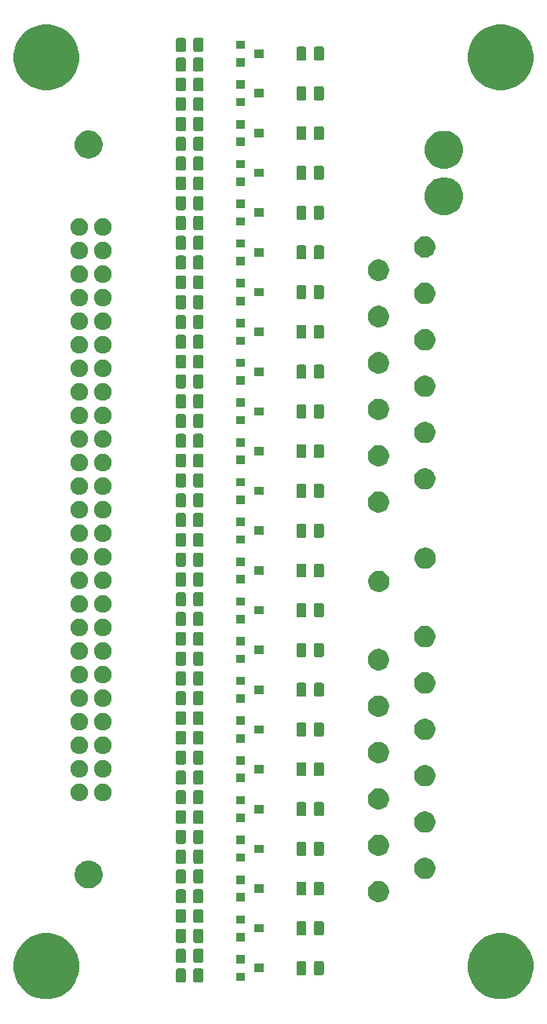
<source format=gts>
G04 #@! TF.GenerationSoftware,KiCad,Pcbnew,5.0.2-bee76a0~70~ubuntu18.04.1*
G04 #@! TF.CreationDate,2019-06-17T19:26:50-05:00*
G04 #@! TF.ProjectId,ADAPTER_BOARD,41444150-5445-4525-9f42-4f4152442e6b,rev?*
G04 #@! TF.SameCoordinates,Original*
G04 #@! TF.FileFunction,Soldermask,Top*
G04 #@! TF.FilePolarity,Negative*
%FSLAX46Y46*%
G04 Gerber Fmt 4.6, Leading zero omitted, Abs format (unit mm)*
G04 Created by KiCad (PCBNEW 5.0.2-bee76a0~70~ubuntu18.04.1) date Mon 17 Jun 2019 07:26:50 PM CDT*
%MOMM*%
%LPD*%
G01*
G04 APERTURE LIST*
%ADD10C,0.100000*%
G04 APERTURE END LIST*
D10*
G36*
X173535786Y-126585462D02*
X173535788Y-126585463D01*
X173535789Y-126585463D01*
X174182029Y-126853144D01*
X174182030Y-126853145D01*
X174763634Y-127241760D01*
X175258240Y-127736366D01*
X175258242Y-127736369D01*
X175646856Y-128317971D01*
X175846104Y-128799000D01*
X175914538Y-128964214D01*
X176051000Y-129650256D01*
X176051000Y-130349744D01*
X175935480Y-130930505D01*
X175914537Y-131035789D01*
X175646856Y-131682029D01*
X175604228Y-131745826D01*
X175258240Y-132263634D01*
X174763634Y-132758240D01*
X174763631Y-132758242D01*
X174182029Y-133146856D01*
X173535789Y-133414537D01*
X173535788Y-133414537D01*
X173535786Y-133414538D01*
X172849744Y-133551000D01*
X172150256Y-133551000D01*
X171464214Y-133414538D01*
X171464212Y-133414537D01*
X171464211Y-133414537D01*
X170817971Y-133146856D01*
X170236369Y-132758242D01*
X170236366Y-132758240D01*
X169741760Y-132263634D01*
X169395772Y-131745826D01*
X169353144Y-131682029D01*
X169085463Y-131035789D01*
X169064521Y-130930505D01*
X168949000Y-130349744D01*
X168949000Y-129650256D01*
X169085462Y-128964214D01*
X169153896Y-128799000D01*
X169353144Y-128317971D01*
X169741758Y-127736369D01*
X169741760Y-127736366D01*
X170236366Y-127241760D01*
X170817970Y-126853145D01*
X170817971Y-126853144D01*
X171464211Y-126585463D01*
X171464212Y-126585463D01*
X171464214Y-126585462D01*
X172150256Y-126449000D01*
X172849744Y-126449000D01*
X173535786Y-126585462D01*
X173535786Y-126585462D01*
G37*
G36*
X124535786Y-126585462D02*
X124535788Y-126585463D01*
X124535789Y-126585463D01*
X125182029Y-126853144D01*
X125182030Y-126853145D01*
X125763634Y-127241760D01*
X126258240Y-127736366D01*
X126258242Y-127736369D01*
X126646856Y-128317971D01*
X126846104Y-128799000D01*
X126914538Y-128964214D01*
X127051000Y-129650256D01*
X127051000Y-130349744D01*
X126935480Y-130930505D01*
X126914537Y-131035789D01*
X126646856Y-131682029D01*
X126604228Y-131745826D01*
X126258240Y-132263634D01*
X125763634Y-132758240D01*
X125763631Y-132758242D01*
X125182029Y-133146856D01*
X124535789Y-133414537D01*
X124535788Y-133414537D01*
X124535786Y-133414538D01*
X123849744Y-133551000D01*
X123150256Y-133551000D01*
X122464214Y-133414538D01*
X122464212Y-133414537D01*
X122464211Y-133414537D01*
X121817971Y-133146856D01*
X121236369Y-132758242D01*
X121236366Y-132758240D01*
X120741760Y-132263634D01*
X120395772Y-131745826D01*
X120353144Y-131682029D01*
X120085463Y-131035789D01*
X120064521Y-130930505D01*
X119949000Y-130349744D01*
X119949000Y-129650256D01*
X120085462Y-128964214D01*
X120153896Y-128799000D01*
X120353144Y-128317971D01*
X120741758Y-127736369D01*
X120741760Y-127736366D01*
X121236366Y-127241760D01*
X121817970Y-126853145D01*
X121817971Y-126853144D01*
X122464211Y-126585463D01*
X122464212Y-126585463D01*
X122464214Y-126585462D01*
X123150256Y-126449000D01*
X123849744Y-126449000D01*
X124535786Y-126585462D01*
X124535786Y-126585462D01*
G37*
G36*
X140259466Y-130253565D02*
X140298137Y-130265296D01*
X140333779Y-130284348D01*
X140365017Y-130309983D01*
X140390652Y-130341221D01*
X140409704Y-130376863D01*
X140421435Y-130415534D01*
X140426000Y-130461888D01*
X140426000Y-131538112D01*
X140421435Y-131584466D01*
X140409704Y-131623137D01*
X140390652Y-131658779D01*
X140365017Y-131690017D01*
X140333779Y-131715652D01*
X140298137Y-131734704D01*
X140259466Y-131746435D01*
X140213112Y-131751000D01*
X139561888Y-131751000D01*
X139515534Y-131746435D01*
X139476863Y-131734704D01*
X139441221Y-131715652D01*
X139409983Y-131690017D01*
X139384348Y-131658779D01*
X139365296Y-131623137D01*
X139353565Y-131584466D01*
X139349000Y-131538112D01*
X139349000Y-130461888D01*
X139353565Y-130415534D01*
X139365296Y-130376863D01*
X139384348Y-130341221D01*
X139409983Y-130309983D01*
X139441221Y-130284348D01*
X139476863Y-130265296D01*
X139515534Y-130253565D01*
X139561888Y-130249000D01*
X140213112Y-130249000D01*
X140259466Y-130253565D01*
X140259466Y-130253565D01*
G37*
G36*
X138384466Y-130253565D02*
X138423137Y-130265296D01*
X138458779Y-130284348D01*
X138490017Y-130309983D01*
X138515652Y-130341221D01*
X138534704Y-130376863D01*
X138546435Y-130415534D01*
X138551000Y-130461888D01*
X138551000Y-131538112D01*
X138546435Y-131584466D01*
X138534704Y-131623137D01*
X138515652Y-131658779D01*
X138490017Y-131690017D01*
X138458779Y-131715652D01*
X138423137Y-131734704D01*
X138384466Y-131746435D01*
X138338112Y-131751000D01*
X137686888Y-131751000D01*
X137640534Y-131746435D01*
X137601863Y-131734704D01*
X137566221Y-131715652D01*
X137534983Y-131690017D01*
X137509348Y-131658779D01*
X137490296Y-131623137D01*
X137478565Y-131584466D01*
X137474000Y-131538112D01*
X137474000Y-130461888D01*
X137478565Y-130415534D01*
X137490296Y-130376863D01*
X137509348Y-130341221D01*
X137534983Y-130309983D01*
X137566221Y-130284348D01*
X137601863Y-130265296D01*
X137640534Y-130253565D01*
X137686888Y-130249000D01*
X138338112Y-130249000D01*
X138384466Y-130253565D01*
X138384466Y-130253565D01*
G37*
G36*
X144951000Y-131601000D02*
X143949000Y-131601000D01*
X143949000Y-130699000D01*
X144951000Y-130699000D01*
X144951000Y-131601000D01*
X144951000Y-131601000D01*
G37*
G36*
X153259466Y-129453565D02*
X153298137Y-129465296D01*
X153333779Y-129484348D01*
X153365017Y-129509983D01*
X153390652Y-129541221D01*
X153409704Y-129576863D01*
X153421435Y-129615534D01*
X153426000Y-129661888D01*
X153426000Y-130738112D01*
X153421435Y-130784466D01*
X153409704Y-130823137D01*
X153390652Y-130858779D01*
X153365017Y-130890017D01*
X153333779Y-130915652D01*
X153298137Y-130934704D01*
X153259466Y-130946435D01*
X153213112Y-130951000D01*
X152561888Y-130951000D01*
X152515534Y-130946435D01*
X152476863Y-130934704D01*
X152441221Y-130915652D01*
X152409983Y-130890017D01*
X152384348Y-130858779D01*
X152365296Y-130823137D01*
X152353565Y-130784466D01*
X152349000Y-130738112D01*
X152349000Y-129661888D01*
X152353565Y-129615534D01*
X152365296Y-129576863D01*
X152384348Y-129541221D01*
X152409983Y-129509983D01*
X152441221Y-129484348D01*
X152476863Y-129465296D01*
X152515534Y-129453565D01*
X152561888Y-129449000D01*
X153213112Y-129449000D01*
X153259466Y-129453565D01*
X153259466Y-129453565D01*
G37*
G36*
X151384466Y-129453565D02*
X151423137Y-129465296D01*
X151458779Y-129484348D01*
X151490017Y-129509983D01*
X151515652Y-129541221D01*
X151534704Y-129576863D01*
X151546435Y-129615534D01*
X151551000Y-129661888D01*
X151551000Y-130738112D01*
X151546435Y-130784466D01*
X151534704Y-130823137D01*
X151515652Y-130858779D01*
X151490017Y-130890017D01*
X151458779Y-130915652D01*
X151423137Y-130934704D01*
X151384466Y-130946435D01*
X151338112Y-130951000D01*
X150686888Y-130951000D01*
X150640534Y-130946435D01*
X150601863Y-130934704D01*
X150566221Y-130915652D01*
X150534983Y-130890017D01*
X150509348Y-130858779D01*
X150490296Y-130823137D01*
X150478565Y-130784466D01*
X150474000Y-130738112D01*
X150474000Y-129661888D01*
X150478565Y-129615534D01*
X150490296Y-129576863D01*
X150509348Y-129541221D01*
X150534983Y-129509983D01*
X150566221Y-129484348D01*
X150601863Y-129465296D01*
X150640534Y-129453565D01*
X150686888Y-129449000D01*
X151338112Y-129449000D01*
X151384466Y-129453565D01*
X151384466Y-129453565D01*
G37*
G36*
X146951000Y-130651000D02*
X145949000Y-130651000D01*
X145949000Y-129749000D01*
X146951000Y-129749000D01*
X146951000Y-130651000D01*
X146951000Y-130651000D01*
G37*
G36*
X144951000Y-129701000D02*
X143949000Y-129701000D01*
X143949000Y-128799000D01*
X144951000Y-128799000D01*
X144951000Y-129701000D01*
X144951000Y-129701000D01*
G37*
G36*
X138384466Y-128118441D02*
X138423137Y-128130172D01*
X138458779Y-128149224D01*
X138490017Y-128174859D01*
X138515652Y-128206097D01*
X138534704Y-128241739D01*
X138546435Y-128280410D01*
X138551000Y-128326764D01*
X138551000Y-129402988D01*
X138546435Y-129449342D01*
X138534704Y-129488013D01*
X138515652Y-129523655D01*
X138490017Y-129554893D01*
X138458779Y-129580528D01*
X138423137Y-129599580D01*
X138384466Y-129611311D01*
X138338112Y-129615876D01*
X137686888Y-129615876D01*
X137640534Y-129611311D01*
X137601863Y-129599580D01*
X137566221Y-129580528D01*
X137534983Y-129554893D01*
X137509348Y-129523655D01*
X137490296Y-129488013D01*
X137478565Y-129449342D01*
X137474000Y-129402988D01*
X137474000Y-128326764D01*
X137478565Y-128280410D01*
X137490296Y-128241739D01*
X137509348Y-128206097D01*
X137534983Y-128174859D01*
X137566221Y-128149224D01*
X137601863Y-128130172D01*
X137640534Y-128118441D01*
X137686888Y-128113876D01*
X138338112Y-128113876D01*
X138384466Y-128118441D01*
X138384466Y-128118441D01*
G37*
G36*
X140259466Y-128118441D02*
X140298137Y-128130172D01*
X140333779Y-128149224D01*
X140365017Y-128174859D01*
X140390652Y-128206097D01*
X140409704Y-128241739D01*
X140421435Y-128280410D01*
X140426000Y-128326764D01*
X140426000Y-129402988D01*
X140421435Y-129449342D01*
X140409704Y-129488013D01*
X140390652Y-129523655D01*
X140365017Y-129554893D01*
X140333779Y-129580528D01*
X140298137Y-129599580D01*
X140259466Y-129611311D01*
X140213112Y-129615876D01*
X139561888Y-129615876D01*
X139515534Y-129611311D01*
X139476863Y-129599580D01*
X139441221Y-129580528D01*
X139409983Y-129554893D01*
X139384348Y-129523655D01*
X139365296Y-129488013D01*
X139353565Y-129449342D01*
X139349000Y-129402988D01*
X139349000Y-128326764D01*
X139353565Y-128280410D01*
X139365296Y-128241739D01*
X139384348Y-128206097D01*
X139409983Y-128174859D01*
X139441221Y-128149224D01*
X139476863Y-128130172D01*
X139515534Y-128118441D01*
X139561888Y-128113876D01*
X140213112Y-128113876D01*
X140259466Y-128118441D01*
X140259466Y-128118441D01*
G37*
G36*
X140259466Y-125983335D02*
X140298137Y-125995066D01*
X140333779Y-126014118D01*
X140365017Y-126039753D01*
X140390652Y-126070991D01*
X140409704Y-126106633D01*
X140421435Y-126145304D01*
X140426000Y-126191658D01*
X140426000Y-127267882D01*
X140421435Y-127314236D01*
X140409704Y-127352907D01*
X140390652Y-127388549D01*
X140365017Y-127419787D01*
X140333779Y-127445422D01*
X140298137Y-127464474D01*
X140259466Y-127476205D01*
X140213112Y-127480770D01*
X139561888Y-127480770D01*
X139515534Y-127476205D01*
X139476863Y-127464474D01*
X139441221Y-127445422D01*
X139409983Y-127419787D01*
X139384348Y-127388549D01*
X139365296Y-127352907D01*
X139353565Y-127314236D01*
X139349000Y-127267882D01*
X139349000Y-126191658D01*
X139353565Y-126145304D01*
X139365296Y-126106633D01*
X139384348Y-126070991D01*
X139409983Y-126039753D01*
X139441221Y-126014118D01*
X139476863Y-125995066D01*
X139515534Y-125983335D01*
X139561888Y-125978770D01*
X140213112Y-125978770D01*
X140259466Y-125983335D01*
X140259466Y-125983335D01*
G37*
G36*
X138384466Y-125983335D02*
X138423137Y-125995066D01*
X138458779Y-126014118D01*
X138490017Y-126039753D01*
X138515652Y-126070991D01*
X138534704Y-126106633D01*
X138546435Y-126145304D01*
X138551000Y-126191658D01*
X138551000Y-127267882D01*
X138546435Y-127314236D01*
X138534704Y-127352907D01*
X138515652Y-127388549D01*
X138490017Y-127419787D01*
X138458779Y-127445422D01*
X138423137Y-127464474D01*
X138384466Y-127476205D01*
X138338112Y-127480770D01*
X137686888Y-127480770D01*
X137640534Y-127476205D01*
X137601863Y-127464474D01*
X137566221Y-127445422D01*
X137534983Y-127419787D01*
X137509348Y-127388549D01*
X137490296Y-127352907D01*
X137478565Y-127314236D01*
X137474000Y-127267882D01*
X137474000Y-126191658D01*
X137478565Y-126145304D01*
X137490296Y-126106633D01*
X137509348Y-126070991D01*
X137534983Y-126039753D01*
X137566221Y-126014118D01*
X137601863Y-125995066D01*
X137640534Y-125983335D01*
X137686888Y-125978770D01*
X138338112Y-125978770D01*
X138384466Y-125983335D01*
X138384466Y-125983335D01*
G37*
G36*
X144951000Y-127314032D02*
X143949000Y-127314032D01*
X143949000Y-126412032D01*
X144951000Y-126412032D01*
X144951000Y-127314032D01*
X144951000Y-127314032D01*
G37*
G36*
X153259466Y-125166597D02*
X153298137Y-125178328D01*
X153333779Y-125197380D01*
X153365017Y-125223015D01*
X153390652Y-125254253D01*
X153409704Y-125289895D01*
X153421435Y-125328566D01*
X153426000Y-125374920D01*
X153426000Y-126451144D01*
X153421435Y-126497498D01*
X153409704Y-126536169D01*
X153390652Y-126571811D01*
X153365017Y-126603049D01*
X153333779Y-126628684D01*
X153298137Y-126647736D01*
X153259466Y-126659467D01*
X153213112Y-126664032D01*
X152561888Y-126664032D01*
X152515534Y-126659467D01*
X152476863Y-126647736D01*
X152441221Y-126628684D01*
X152409983Y-126603049D01*
X152384348Y-126571811D01*
X152365296Y-126536169D01*
X152353565Y-126497498D01*
X152349000Y-126451144D01*
X152349000Y-125374920D01*
X152353565Y-125328566D01*
X152365296Y-125289895D01*
X152384348Y-125254253D01*
X152409983Y-125223015D01*
X152441221Y-125197380D01*
X152476863Y-125178328D01*
X152515534Y-125166597D01*
X152561888Y-125162032D01*
X153213112Y-125162032D01*
X153259466Y-125166597D01*
X153259466Y-125166597D01*
G37*
G36*
X151384466Y-125166597D02*
X151423137Y-125178328D01*
X151458779Y-125197380D01*
X151490017Y-125223015D01*
X151515652Y-125254253D01*
X151534704Y-125289895D01*
X151546435Y-125328566D01*
X151551000Y-125374920D01*
X151551000Y-126451144D01*
X151546435Y-126497498D01*
X151534704Y-126536169D01*
X151515652Y-126571811D01*
X151490017Y-126603049D01*
X151458779Y-126628684D01*
X151423137Y-126647736D01*
X151384466Y-126659467D01*
X151338112Y-126664032D01*
X150686888Y-126664032D01*
X150640534Y-126659467D01*
X150601863Y-126647736D01*
X150566221Y-126628684D01*
X150534983Y-126603049D01*
X150509348Y-126571811D01*
X150490296Y-126536169D01*
X150478565Y-126497498D01*
X150474000Y-126451144D01*
X150474000Y-125374920D01*
X150478565Y-125328566D01*
X150490296Y-125289895D01*
X150509348Y-125254253D01*
X150534983Y-125223015D01*
X150566221Y-125197380D01*
X150601863Y-125178328D01*
X150640534Y-125166597D01*
X150686888Y-125162032D01*
X151338112Y-125162032D01*
X151384466Y-125166597D01*
X151384466Y-125166597D01*
G37*
G36*
X146951000Y-126364032D02*
X145949000Y-126364032D01*
X145949000Y-125462032D01*
X146951000Y-125462032D01*
X146951000Y-126364032D01*
X146951000Y-126364032D01*
G37*
G36*
X144951000Y-125414032D02*
X143949000Y-125414032D01*
X143949000Y-124512032D01*
X144951000Y-124512032D01*
X144951000Y-125414032D01*
X144951000Y-125414032D01*
G37*
G36*
X140259466Y-123848229D02*
X140298137Y-123859960D01*
X140333779Y-123879012D01*
X140365017Y-123904647D01*
X140390652Y-123935885D01*
X140409704Y-123971527D01*
X140421435Y-124010198D01*
X140426000Y-124056552D01*
X140426000Y-125132776D01*
X140421435Y-125179130D01*
X140409704Y-125217801D01*
X140390652Y-125253443D01*
X140365017Y-125284681D01*
X140333779Y-125310316D01*
X140298137Y-125329368D01*
X140259466Y-125341099D01*
X140213112Y-125345664D01*
X139561888Y-125345664D01*
X139515534Y-125341099D01*
X139476863Y-125329368D01*
X139441221Y-125310316D01*
X139409983Y-125284681D01*
X139384348Y-125253443D01*
X139365296Y-125217801D01*
X139353565Y-125179130D01*
X139349000Y-125132776D01*
X139349000Y-124056552D01*
X139353565Y-124010198D01*
X139365296Y-123971527D01*
X139384348Y-123935885D01*
X139409983Y-123904647D01*
X139441221Y-123879012D01*
X139476863Y-123859960D01*
X139515534Y-123848229D01*
X139561888Y-123843664D01*
X140213112Y-123843664D01*
X140259466Y-123848229D01*
X140259466Y-123848229D01*
G37*
G36*
X138384466Y-123848229D02*
X138423137Y-123859960D01*
X138458779Y-123879012D01*
X138490017Y-123904647D01*
X138515652Y-123935885D01*
X138534704Y-123971527D01*
X138546435Y-124010198D01*
X138551000Y-124056552D01*
X138551000Y-125132776D01*
X138546435Y-125179130D01*
X138534704Y-125217801D01*
X138515652Y-125253443D01*
X138490017Y-125284681D01*
X138458779Y-125310316D01*
X138423137Y-125329368D01*
X138384466Y-125341099D01*
X138338112Y-125345664D01*
X137686888Y-125345664D01*
X137640534Y-125341099D01*
X137601863Y-125329368D01*
X137566221Y-125310316D01*
X137534983Y-125284681D01*
X137509348Y-125253443D01*
X137490296Y-125217801D01*
X137478565Y-125179130D01*
X137474000Y-125132776D01*
X137474000Y-124056552D01*
X137478565Y-124010198D01*
X137490296Y-123971527D01*
X137509348Y-123935885D01*
X137534983Y-123904647D01*
X137566221Y-123879012D01*
X137601863Y-123859960D01*
X137640534Y-123848229D01*
X137686888Y-123843664D01*
X138338112Y-123843664D01*
X138384466Y-123848229D01*
X138384466Y-123848229D01*
G37*
G36*
X140259466Y-121713123D02*
X140298137Y-121724854D01*
X140333779Y-121743906D01*
X140365017Y-121769541D01*
X140390652Y-121800779D01*
X140409704Y-121836421D01*
X140421435Y-121875092D01*
X140426000Y-121921446D01*
X140426000Y-122997670D01*
X140421435Y-123044024D01*
X140409704Y-123082695D01*
X140390652Y-123118337D01*
X140365017Y-123149575D01*
X140333779Y-123175210D01*
X140298137Y-123194262D01*
X140259466Y-123205993D01*
X140213112Y-123210558D01*
X139561888Y-123210558D01*
X139515534Y-123205993D01*
X139476863Y-123194262D01*
X139441221Y-123175210D01*
X139409983Y-123149575D01*
X139384348Y-123118337D01*
X139365296Y-123082695D01*
X139353565Y-123044024D01*
X139349000Y-122997670D01*
X139349000Y-121921446D01*
X139353565Y-121875092D01*
X139365296Y-121836421D01*
X139384348Y-121800779D01*
X139409983Y-121769541D01*
X139441221Y-121743906D01*
X139476863Y-121724854D01*
X139515534Y-121713123D01*
X139561888Y-121708558D01*
X140213112Y-121708558D01*
X140259466Y-121713123D01*
X140259466Y-121713123D01*
G37*
G36*
X138384466Y-121713123D02*
X138423137Y-121724854D01*
X138458779Y-121743906D01*
X138490017Y-121769541D01*
X138515652Y-121800779D01*
X138534704Y-121836421D01*
X138546435Y-121875092D01*
X138551000Y-121921446D01*
X138551000Y-122997670D01*
X138546435Y-123044024D01*
X138534704Y-123082695D01*
X138515652Y-123118337D01*
X138490017Y-123149575D01*
X138458779Y-123175210D01*
X138423137Y-123194262D01*
X138384466Y-123205993D01*
X138338112Y-123210558D01*
X137686888Y-123210558D01*
X137640534Y-123205993D01*
X137601863Y-123194262D01*
X137566221Y-123175210D01*
X137534983Y-123149575D01*
X137509348Y-123118337D01*
X137490296Y-123082695D01*
X137478565Y-123044024D01*
X137474000Y-122997670D01*
X137474000Y-121921446D01*
X137478565Y-121875092D01*
X137490296Y-121836421D01*
X137509348Y-121800779D01*
X137534983Y-121769541D01*
X137566221Y-121743906D01*
X137601863Y-121724854D01*
X137640534Y-121713123D01*
X137686888Y-121708558D01*
X138338112Y-121708558D01*
X138384466Y-121713123D01*
X138384466Y-121713123D01*
G37*
G36*
X159655734Y-120843232D02*
X159865202Y-120929996D01*
X160053723Y-121055962D01*
X160214038Y-121216277D01*
X160340004Y-121404798D01*
X160426768Y-121614266D01*
X160471000Y-121836635D01*
X160471000Y-122063365D01*
X160426768Y-122285734D01*
X160340004Y-122495202D01*
X160214038Y-122683723D01*
X160053723Y-122844038D01*
X159865202Y-122970004D01*
X159655734Y-123056768D01*
X159433365Y-123101000D01*
X159206635Y-123101000D01*
X158984266Y-123056768D01*
X158774798Y-122970004D01*
X158586277Y-122844038D01*
X158425962Y-122683723D01*
X158299996Y-122495202D01*
X158213232Y-122285734D01*
X158169000Y-122063365D01*
X158169000Y-121836635D01*
X158213232Y-121614266D01*
X158299996Y-121404798D01*
X158425962Y-121216277D01*
X158586277Y-121055962D01*
X158774798Y-120929996D01*
X158984266Y-120843232D01*
X159206635Y-120799000D01*
X159433365Y-120799000D01*
X159655734Y-120843232D01*
X159655734Y-120843232D01*
G37*
G36*
X144951000Y-123027076D02*
X143949000Y-123027076D01*
X143949000Y-122125076D01*
X144951000Y-122125076D01*
X144951000Y-123027076D01*
X144951000Y-123027076D01*
G37*
G36*
X151384466Y-120879641D02*
X151423137Y-120891372D01*
X151458779Y-120910424D01*
X151490017Y-120936059D01*
X151515652Y-120967297D01*
X151534704Y-121002939D01*
X151546435Y-121041610D01*
X151551000Y-121087964D01*
X151551000Y-122164188D01*
X151546435Y-122210542D01*
X151534704Y-122249213D01*
X151515652Y-122284855D01*
X151490017Y-122316093D01*
X151458779Y-122341728D01*
X151423137Y-122360780D01*
X151384466Y-122372511D01*
X151338112Y-122377076D01*
X150686888Y-122377076D01*
X150640534Y-122372511D01*
X150601863Y-122360780D01*
X150566221Y-122341728D01*
X150534983Y-122316093D01*
X150509348Y-122284855D01*
X150490296Y-122249213D01*
X150478565Y-122210542D01*
X150474000Y-122164188D01*
X150474000Y-121087964D01*
X150478565Y-121041610D01*
X150490296Y-121002939D01*
X150509348Y-120967297D01*
X150534983Y-120936059D01*
X150566221Y-120910424D01*
X150601863Y-120891372D01*
X150640534Y-120879641D01*
X150686888Y-120875076D01*
X151338112Y-120875076D01*
X151384466Y-120879641D01*
X151384466Y-120879641D01*
G37*
G36*
X153259466Y-120879641D02*
X153298137Y-120891372D01*
X153333779Y-120910424D01*
X153365017Y-120936059D01*
X153390652Y-120967297D01*
X153409704Y-121002939D01*
X153421435Y-121041610D01*
X153426000Y-121087964D01*
X153426000Y-122164188D01*
X153421435Y-122210542D01*
X153409704Y-122249213D01*
X153390652Y-122284855D01*
X153365017Y-122316093D01*
X153333779Y-122341728D01*
X153298137Y-122360780D01*
X153259466Y-122372511D01*
X153213112Y-122377076D01*
X152561888Y-122377076D01*
X152515534Y-122372511D01*
X152476863Y-122360780D01*
X152441221Y-122341728D01*
X152409983Y-122316093D01*
X152384348Y-122284855D01*
X152365296Y-122249213D01*
X152353565Y-122210542D01*
X152349000Y-122164188D01*
X152349000Y-121087964D01*
X152353565Y-121041610D01*
X152365296Y-121002939D01*
X152384348Y-120967297D01*
X152409983Y-120936059D01*
X152441221Y-120910424D01*
X152476863Y-120891372D01*
X152515534Y-120879641D01*
X152561888Y-120875076D01*
X153213112Y-120875076D01*
X153259466Y-120879641D01*
X153259466Y-120879641D01*
G37*
G36*
X146951000Y-122077076D02*
X145949000Y-122077076D01*
X145949000Y-121175076D01*
X146951000Y-121175076D01*
X146951000Y-122077076D01*
X146951000Y-122077076D01*
G37*
G36*
X128342831Y-118637841D02*
X128487826Y-118666682D01*
X128600974Y-118713550D01*
X128760989Y-118779830D01*
X129006835Y-118944099D01*
X129215901Y-119153165D01*
X129380170Y-119399011D01*
X129446450Y-119559026D01*
X129493318Y-119672174D01*
X129515906Y-119785734D01*
X129551000Y-119962163D01*
X129551000Y-120257837D01*
X129493318Y-120547825D01*
X129380170Y-120820989D01*
X129215901Y-121066835D01*
X129006835Y-121275901D01*
X128760989Y-121440170D01*
X128600974Y-121506450D01*
X128487826Y-121553318D01*
X128342831Y-121582159D01*
X128197837Y-121611000D01*
X127902163Y-121611000D01*
X127757169Y-121582159D01*
X127612174Y-121553318D01*
X127499026Y-121506450D01*
X127339011Y-121440170D01*
X127093165Y-121275901D01*
X126884099Y-121066835D01*
X126719830Y-120820989D01*
X126606682Y-120547825D01*
X126549000Y-120257837D01*
X126549000Y-119962163D01*
X126584094Y-119785734D01*
X126606682Y-119672174D01*
X126653550Y-119559026D01*
X126719830Y-119399011D01*
X126884099Y-119153165D01*
X127093165Y-118944099D01*
X127339011Y-118779830D01*
X127499026Y-118713550D01*
X127612174Y-118666682D01*
X127757169Y-118637841D01*
X127902163Y-118609000D01*
X128197837Y-118609000D01*
X128342831Y-118637841D01*
X128342831Y-118637841D01*
G37*
G36*
X144951000Y-121127076D02*
X143949000Y-121127076D01*
X143949000Y-120225076D01*
X144951000Y-120225076D01*
X144951000Y-121127076D01*
X144951000Y-121127076D01*
G37*
G36*
X140259466Y-119578017D02*
X140298137Y-119589748D01*
X140333779Y-119608800D01*
X140365017Y-119634435D01*
X140390652Y-119665673D01*
X140409704Y-119701315D01*
X140421435Y-119739986D01*
X140426000Y-119786340D01*
X140426000Y-120862564D01*
X140421435Y-120908918D01*
X140409704Y-120947589D01*
X140390652Y-120983231D01*
X140365017Y-121014469D01*
X140333779Y-121040104D01*
X140298137Y-121059156D01*
X140259466Y-121070887D01*
X140213112Y-121075452D01*
X139561888Y-121075452D01*
X139515534Y-121070887D01*
X139476863Y-121059156D01*
X139441221Y-121040104D01*
X139409983Y-121014469D01*
X139384348Y-120983231D01*
X139365296Y-120947589D01*
X139353565Y-120908918D01*
X139349000Y-120862564D01*
X139349000Y-119786340D01*
X139353565Y-119739986D01*
X139365296Y-119701315D01*
X139384348Y-119665673D01*
X139409983Y-119634435D01*
X139441221Y-119608800D01*
X139476863Y-119589748D01*
X139515534Y-119578017D01*
X139561888Y-119573452D01*
X140213112Y-119573452D01*
X140259466Y-119578017D01*
X140259466Y-119578017D01*
G37*
G36*
X138384466Y-119578017D02*
X138423137Y-119589748D01*
X138458779Y-119608800D01*
X138490017Y-119634435D01*
X138515652Y-119665673D01*
X138534704Y-119701315D01*
X138546435Y-119739986D01*
X138551000Y-119786340D01*
X138551000Y-120862564D01*
X138546435Y-120908918D01*
X138534704Y-120947589D01*
X138515652Y-120983231D01*
X138490017Y-121014469D01*
X138458779Y-121040104D01*
X138423137Y-121059156D01*
X138384466Y-121070887D01*
X138338112Y-121075452D01*
X137686888Y-121075452D01*
X137640534Y-121070887D01*
X137601863Y-121059156D01*
X137566221Y-121040104D01*
X137534983Y-121014469D01*
X137509348Y-120983231D01*
X137490296Y-120947589D01*
X137478565Y-120908918D01*
X137474000Y-120862564D01*
X137474000Y-119786340D01*
X137478565Y-119739986D01*
X137490296Y-119701315D01*
X137509348Y-119665673D01*
X137534983Y-119634435D01*
X137566221Y-119608800D01*
X137601863Y-119589748D01*
X137640534Y-119578017D01*
X137686888Y-119573452D01*
X138338112Y-119573452D01*
X138384466Y-119578017D01*
X138384466Y-119578017D01*
G37*
G36*
X164655734Y-118343232D02*
X164865202Y-118429996D01*
X165053723Y-118555962D01*
X165214038Y-118716277D01*
X165340004Y-118904798D01*
X165426768Y-119114266D01*
X165471000Y-119336635D01*
X165471000Y-119563365D01*
X165426768Y-119785734D01*
X165340004Y-119995202D01*
X165214038Y-120183723D01*
X165053723Y-120344038D01*
X164865202Y-120470004D01*
X164655734Y-120556768D01*
X164433365Y-120601000D01*
X164206635Y-120601000D01*
X163984266Y-120556768D01*
X163774798Y-120470004D01*
X163586277Y-120344038D01*
X163425962Y-120183723D01*
X163299996Y-119995202D01*
X163213232Y-119785734D01*
X163169000Y-119563365D01*
X163169000Y-119336635D01*
X163213232Y-119114266D01*
X163299996Y-118904798D01*
X163425962Y-118716277D01*
X163586277Y-118555962D01*
X163774798Y-118429996D01*
X163984266Y-118343232D01*
X164206635Y-118299000D01*
X164433365Y-118299000D01*
X164655734Y-118343232D01*
X164655734Y-118343232D01*
G37*
G36*
X138384466Y-117442911D02*
X138423137Y-117454642D01*
X138458779Y-117473694D01*
X138490017Y-117499329D01*
X138515652Y-117530567D01*
X138534704Y-117566209D01*
X138546435Y-117604880D01*
X138551000Y-117651234D01*
X138551000Y-118727458D01*
X138546435Y-118773812D01*
X138534704Y-118812483D01*
X138515652Y-118848125D01*
X138490017Y-118879363D01*
X138458779Y-118904998D01*
X138423137Y-118924050D01*
X138384466Y-118935781D01*
X138338112Y-118940346D01*
X137686888Y-118940346D01*
X137640534Y-118935781D01*
X137601863Y-118924050D01*
X137566221Y-118904998D01*
X137534983Y-118879363D01*
X137509348Y-118848125D01*
X137490296Y-118812483D01*
X137478565Y-118773812D01*
X137474000Y-118727458D01*
X137474000Y-117651234D01*
X137478565Y-117604880D01*
X137490296Y-117566209D01*
X137509348Y-117530567D01*
X137534983Y-117499329D01*
X137566221Y-117473694D01*
X137601863Y-117454642D01*
X137640534Y-117442911D01*
X137686888Y-117438346D01*
X138338112Y-117438346D01*
X138384466Y-117442911D01*
X138384466Y-117442911D01*
G37*
G36*
X140259466Y-117442911D02*
X140298137Y-117454642D01*
X140333779Y-117473694D01*
X140365017Y-117499329D01*
X140390652Y-117530567D01*
X140409704Y-117566209D01*
X140421435Y-117604880D01*
X140426000Y-117651234D01*
X140426000Y-118727458D01*
X140421435Y-118773812D01*
X140409704Y-118812483D01*
X140390652Y-118848125D01*
X140365017Y-118879363D01*
X140333779Y-118904998D01*
X140298137Y-118924050D01*
X140259466Y-118935781D01*
X140213112Y-118940346D01*
X139561888Y-118940346D01*
X139515534Y-118935781D01*
X139476863Y-118924050D01*
X139441221Y-118904998D01*
X139409983Y-118879363D01*
X139384348Y-118848125D01*
X139365296Y-118812483D01*
X139353565Y-118773812D01*
X139349000Y-118727458D01*
X139349000Y-117651234D01*
X139353565Y-117604880D01*
X139365296Y-117566209D01*
X139384348Y-117530567D01*
X139409983Y-117499329D01*
X139441221Y-117473694D01*
X139476863Y-117454642D01*
X139515534Y-117442911D01*
X139561888Y-117438346D01*
X140213112Y-117438346D01*
X140259466Y-117442911D01*
X140259466Y-117442911D01*
G37*
G36*
X144951000Y-118740120D02*
X143949000Y-118740120D01*
X143949000Y-117838120D01*
X144951000Y-117838120D01*
X144951000Y-118740120D01*
X144951000Y-118740120D01*
G37*
G36*
X159655734Y-115843232D02*
X159865202Y-115929996D01*
X160053723Y-116055962D01*
X160214038Y-116216277D01*
X160340004Y-116404798D01*
X160426768Y-116614266D01*
X160471000Y-116836635D01*
X160471000Y-117063365D01*
X160426768Y-117285734D01*
X160340004Y-117495202D01*
X160214038Y-117683723D01*
X160053723Y-117844038D01*
X159865202Y-117970004D01*
X159655734Y-118056768D01*
X159433365Y-118101000D01*
X159206635Y-118101000D01*
X158984266Y-118056768D01*
X158774798Y-117970004D01*
X158586277Y-117844038D01*
X158425962Y-117683723D01*
X158299996Y-117495202D01*
X158213232Y-117285734D01*
X158169000Y-117063365D01*
X158169000Y-116836635D01*
X158213232Y-116614266D01*
X158299996Y-116404798D01*
X158425962Y-116216277D01*
X158586277Y-116055962D01*
X158774798Y-115929996D01*
X158984266Y-115843232D01*
X159206635Y-115799000D01*
X159433365Y-115799000D01*
X159655734Y-115843232D01*
X159655734Y-115843232D01*
G37*
G36*
X151384466Y-116592685D02*
X151423137Y-116604416D01*
X151458779Y-116623468D01*
X151490017Y-116649103D01*
X151515652Y-116680341D01*
X151534704Y-116715983D01*
X151546435Y-116754654D01*
X151551000Y-116801008D01*
X151551000Y-117877232D01*
X151546435Y-117923586D01*
X151534704Y-117962257D01*
X151515652Y-117997899D01*
X151490017Y-118029137D01*
X151458779Y-118054772D01*
X151423137Y-118073824D01*
X151384466Y-118085555D01*
X151338112Y-118090120D01*
X150686888Y-118090120D01*
X150640534Y-118085555D01*
X150601863Y-118073824D01*
X150566221Y-118054772D01*
X150534983Y-118029137D01*
X150509348Y-117997899D01*
X150490296Y-117962257D01*
X150478565Y-117923586D01*
X150474000Y-117877232D01*
X150474000Y-116801008D01*
X150478565Y-116754654D01*
X150490296Y-116715983D01*
X150509348Y-116680341D01*
X150534983Y-116649103D01*
X150566221Y-116623468D01*
X150601863Y-116604416D01*
X150640534Y-116592685D01*
X150686888Y-116588120D01*
X151338112Y-116588120D01*
X151384466Y-116592685D01*
X151384466Y-116592685D01*
G37*
G36*
X153259466Y-116592685D02*
X153298137Y-116604416D01*
X153333779Y-116623468D01*
X153365017Y-116649103D01*
X153390652Y-116680341D01*
X153409704Y-116715983D01*
X153421435Y-116754654D01*
X153426000Y-116801008D01*
X153426000Y-117877232D01*
X153421435Y-117923586D01*
X153409704Y-117962257D01*
X153390652Y-117997899D01*
X153365017Y-118029137D01*
X153333779Y-118054772D01*
X153298137Y-118073824D01*
X153259466Y-118085555D01*
X153213112Y-118090120D01*
X152561888Y-118090120D01*
X152515534Y-118085555D01*
X152476863Y-118073824D01*
X152441221Y-118054772D01*
X152409983Y-118029137D01*
X152384348Y-117997899D01*
X152365296Y-117962257D01*
X152353565Y-117923586D01*
X152349000Y-117877232D01*
X152349000Y-116801008D01*
X152353565Y-116754654D01*
X152365296Y-116715983D01*
X152384348Y-116680341D01*
X152409983Y-116649103D01*
X152441221Y-116623468D01*
X152476863Y-116604416D01*
X152515534Y-116592685D01*
X152561888Y-116588120D01*
X153213112Y-116588120D01*
X153259466Y-116592685D01*
X153259466Y-116592685D01*
G37*
G36*
X146951000Y-117790120D02*
X145949000Y-117790120D01*
X145949000Y-116888120D01*
X146951000Y-116888120D01*
X146951000Y-117790120D01*
X146951000Y-117790120D01*
G37*
G36*
X144951000Y-116840120D02*
X143949000Y-116840120D01*
X143949000Y-115938120D01*
X144951000Y-115938120D01*
X144951000Y-116840120D01*
X144951000Y-116840120D01*
G37*
G36*
X138384466Y-115307805D02*
X138423137Y-115319536D01*
X138458779Y-115338588D01*
X138490017Y-115364223D01*
X138515652Y-115395461D01*
X138534704Y-115431103D01*
X138546435Y-115469774D01*
X138551000Y-115516128D01*
X138551000Y-116592352D01*
X138546435Y-116638706D01*
X138534704Y-116677377D01*
X138515652Y-116713019D01*
X138490017Y-116744257D01*
X138458779Y-116769892D01*
X138423137Y-116788944D01*
X138384466Y-116800675D01*
X138338112Y-116805240D01*
X137686888Y-116805240D01*
X137640534Y-116800675D01*
X137601863Y-116788944D01*
X137566221Y-116769892D01*
X137534983Y-116744257D01*
X137509348Y-116713019D01*
X137490296Y-116677377D01*
X137478565Y-116638706D01*
X137474000Y-116592352D01*
X137474000Y-115516128D01*
X137478565Y-115469774D01*
X137490296Y-115431103D01*
X137509348Y-115395461D01*
X137534983Y-115364223D01*
X137566221Y-115338588D01*
X137601863Y-115319536D01*
X137640534Y-115307805D01*
X137686888Y-115303240D01*
X138338112Y-115303240D01*
X138384466Y-115307805D01*
X138384466Y-115307805D01*
G37*
G36*
X140259466Y-115307805D02*
X140298137Y-115319536D01*
X140333779Y-115338588D01*
X140365017Y-115364223D01*
X140390652Y-115395461D01*
X140409704Y-115431103D01*
X140421435Y-115469774D01*
X140426000Y-115516128D01*
X140426000Y-116592352D01*
X140421435Y-116638706D01*
X140409704Y-116677377D01*
X140390652Y-116713019D01*
X140365017Y-116744257D01*
X140333779Y-116769892D01*
X140298137Y-116788944D01*
X140259466Y-116800675D01*
X140213112Y-116805240D01*
X139561888Y-116805240D01*
X139515534Y-116800675D01*
X139476863Y-116788944D01*
X139441221Y-116769892D01*
X139409983Y-116744257D01*
X139384348Y-116713019D01*
X139365296Y-116677377D01*
X139353565Y-116638706D01*
X139349000Y-116592352D01*
X139349000Y-115516128D01*
X139353565Y-115469774D01*
X139365296Y-115431103D01*
X139384348Y-115395461D01*
X139409983Y-115364223D01*
X139441221Y-115338588D01*
X139476863Y-115319536D01*
X139515534Y-115307805D01*
X139561888Y-115303240D01*
X140213112Y-115303240D01*
X140259466Y-115307805D01*
X140259466Y-115307805D01*
G37*
G36*
X164655734Y-113343232D02*
X164865202Y-113429996D01*
X165053723Y-113555962D01*
X165214038Y-113716277D01*
X165340004Y-113904798D01*
X165426768Y-114114266D01*
X165471000Y-114336635D01*
X165471000Y-114563365D01*
X165426768Y-114785734D01*
X165340004Y-114995202D01*
X165214038Y-115183723D01*
X165053723Y-115344038D01*
X164865202Y-115470004D01*
X164655734Y-115556768D01*
X164433365Y-115601000D01*
X164206635Y-115601000D01*
X163984266Y-115556768D01*
X163774798Y-115470004D01*
X163586277Y-115344038D01*
X163425962Y-115183723D01*
X163299996Y-114995202D01*
X163213232Y-114785734D01*
X163169000Y-114563365D01*
X163169000Y-114336635D01*
X163213232Y-114114266D01*
X163299996Y-113904798D01*
X163425962Y-113716277D01*
X163586277Y-113555962D01*
X163774798Y-113429996D01*
X163984266Y-113343232D01*
X164206635Y-113299000D01*
X164433365Y-113299000D01*
X164655734Y-113343232D01*
X164655734Y-113343232D01*
G37*
G36*
X140259466Y-113172699D02*
X140298137Y-113184430D01*
X140333779Y-113203482D01*
X140365017Y-113229117D01*
X140390652Y-113260355D01*
X140409704Y-113295997D01*
X140421435Y-113334668D01*
X140426000Y-113381022D01*
X140426000Y-114457246D01*
X140421435Y-114503600D01*
X140409704Y-114542271D01*
X140390652Y-114577913D01*
X140365017Y-114609151D01*
X140333779Y-114634786D01*
X140298137Y-114653838D01*
X140259466Y-114665569D01*
X140213112Y-114670134D01*
X139561888Y-114670134D01*
X139515534Y-114665569D01*
X139476863Y-114653838D01*
X139441221Y-114634786D01*
X139409983Y-114609151D01*
X139384348Y-114577913D01*
X139365296Y-114542271D01*
X139353565Y-114503600D01*
X139349000Y-114457246D01*
X139349000Y-113381022D01*
X139353565Y-113334668D01*
X139365296Y-113295997D01*
X139384348Y-113260355D01*
X139409983Y-113229117D01*
X139441221Y-113203482D01*
X139476863Y-113184430D01*
X139515534Y-113172699D01*
X139561888Y-113168134D01*
X140213112Y-113168134D01*
X140259466Y-113172699D01*
X140259466Y-113172699D01*
G37*
G36*
X138384466Y-113172699D02*
X138423137Y-113184430D01*
X138458779Y-113203482D01*
X138490017Y-113229117D01*
X138515652Y-113260355D01*
X138534704Y-113295997D01*
X138546435Y-113334668D01*
X138551000Y-113381022D01*
X138551000Y-114457246D01*
X138546435Y-114503600D01*
X138534704Y-114542271D01*
X138515652Y-114577913D01*
X138490017Y-114609151D01*
X138458779Y-114634786D01*
X138423137Y-114653838D01*
X138384466Y-114665569D01*
X138338112Y-114670134D01*
X137686888Y-114670134D01*
X137640534Y-114665569D01*
X137601863Y-114653838D01*
X137566221Y-114634786D01*
X137534983Y-114609151D01*
X137509348Y-114577913D01*
X137490296Y-114542271D01*
X137478565Y-114503600D01*
X137474000Y-114457246D01*
X137474000Y-113381022D01*
X137478565Y-113334668D01*
X137490296Y-113295997D01*
X137509348Y-113260355D01*
X137534983Y-113229117D01*
X137566221Y-113203482D01*
X137601863Y-113184430D01*
X137640534Y-113172699D01*
X137686888Y-113168134D01*
X138338112Y-113168134D01*
X138384466Y-113172699D01*
X138384466Y-113172699D01*
G37*
G36*
X144951000Y-114453164D02*
X143949000Y-114453164D01*
X143949000Y-113551164D01*
X144951000Y-113551164D01*
X144951000Y-114453164D01*
X144951000Y-114453164D01*
G37*
G36*
X151384466Y-112305729D02*
X151423137Y-112317460D01*
X151458779Y-112336512D01*
X151490017Y-112362147D01*
X151515652Y-112393385D01*
X151534704Y-112429027D01*
X151546435Y-112467698D01*
X151551000Y-112514052D01*
X151551000Y-113590276D01*
X151546435Y-113636630D01*
X151534704Y-113675301D01*
X151515652Y-113710943D01*
X151490017Y-113742181D01*
X151458779Y-113767816D01*
X151423137Y-113786868D01*
X151384466Y-113798599D01*
X151338112Y-113803164D01*
X150686888Y-113803164D01*
X150640534Y-113798599D01*
X150601863Y-113786868D01*
X150566221Y-113767816D01*
X150534983Y-113742181D01*
X150509348Y-113710943D01*
X150490296Y-113675301D01*
X150478565Y-113636630D01*
X150474000Y-113590276D01*
X150474000Y-112514052D01*
X150478565Y-112467698D01*
X150490296Y-112429027D01*
X150509348Y-112393385D01*
X150534983Y-112362147D01*
X150566221Y-112336512D01*
X150601863Y-112317460D01*
X150640534Y-112305729D01*
X150686888Y-112301164D01*
X151338112Y-112301164D01*
X151384466Y-112305729D01*
X151384466Y-112305729D01*
G37*
G36*
X153259466Y-112305729D02*
X153298137Y-112317460D01*
X153333779Y-112336512D01*
X153365017Y-112362147D01*
X153390652Y-112393385D01*
X153409704Y-112429027D01*
X153421435Y-112467698D01*
X153426000Y-112514052D01*
X153426000Y-113590276D01*
X153421435Y-113636630D01*
X153409704Y-113675301D01*
X153390652Y-113710943D01*
X153365017Y-113742181D01*
X153333779Y-113767816D01*
X153298137Y-113786868D01*
X153259466Y-113798599D01*
X153213112Y-113803164D01*
X152561888Y-113803164D01*
X152515534Y-113798599D01*
X152476863Y-113786868D01*
X152441221Y-113767816D01*
X152409983Y-113742181D01*
X152384348Y-113710943D01*
X152365296Y-113675301D01*
X152353565Y-113636630D01*
X152349000Y-113590276D01*
X152349000Y-112514052D01*
X152353565Y-112467698D01*
X152365296Y-112429027D01*
X152384348Y-112393385D01*
X152409983Y-112362147D01*
X152441221Y-112336512D01*
X152476863Y-112317460D01*
X152515534Y-112305729D01*
X152561888Y-112301164D01*
X153213112Y-112301164D01*
X153259466Y-112305729D01*
X153259466Y-112305729D01*
G37*
G36*
X146951000Y-113503164D02*
X145949000Y-113503164D01*
X145949000Y-112601164D01*
X146951000Y-112601164D01*
X146951000Y-113503164D01*
X146951000Y-113503164D01*
G37*
G36*
X159655734Y-110843232D02*
X159865202Y-110929996D01*
X160053723Y-111055962D01*
X160214038Y-111216277D01*
X160340004Y-111404798D01*
X160426768Y-111614266D01*
X160471000Y-111836635D01*
X160471000Y-112063365D01*
X160426768Y-112285734D01*
X160340004Y-112495202D01*
X160214038Y-112683723D01*
X160053723Y-112844038D01*
X159865202Y-112970004D01*
X159655734Y-113056768D01*
X159433365Y-113101000D01*
X159206635Y-113101000D01*
X158984266Y-113056768D01*
X158774798Y-112970004D01*
X158586277Y-112844038D01*
X158425962Y-112683723D01*
X158299996Y-112495202D01*
X158213232Y-112285734D01*
X158169000Y-112063365D01*
X158169000Y-111836635D01*
X158213232Y-111614266D01*
X158299996Y-111404798D01*
X158425962Y-111216277D01*
X158586277Y-111055962D01*
X158774798Y-110929996D01*
X158984266Y-110843232D01*
X159206635Y-110799000D01*
X159433365Y-110799000D01*
X159655734Y-110843232D01*
X159655734Y-110843232D01*
G37*
G36*
X144951000Y-112553164D02*
X143949000Y-112553164D01*
X143949000Y-111651164D01*
X144951000Y-111651164D01*
X144951000Y-112553164D01*
X144951000Y-112553164D01*
G37*
G36*
X138384466Y-111037593D02*
X138423137Y-111049324D01*
X138458779Y-111068376D01*
X138490017Y-111094011D01*
X138515652Y-111125249D01*
X138534704Y-111160891D01*
X138546435Y-111199562D01*
X138551000Y-111245916D01*
X138551000Y-112322140D01*
X138546435Y-112368494D01*
X138534704Y-112407165D01*
X138515652Y-112442807D01*
X138490017Y-112474045D01*
X138458779Y-112499680D01*
X138423137Y-112518732D01*
X138384466Y-112530463D01*
X138338112Y-112535028D01*
X137686888Y-112535028D01*
X137640534Y-112530463D01*
X137601863Y-112518732D01*
X137566221Y-112499680D01*
X137534983Y-112474045D01*
X137509348Y-112442807D01*
X137490296Y-112407165D01*
X137478565Y-112368494D01*
X137474000Y-112322140D01*
X137474000Y-111245916D01*
X137478565Y-111199562D01*
X137490296Y-111160891D01*
X137509348Y-111125249D01*
X137534983Y-111094011D01*
X137566221Y-111068376D01*
X137601863Y-111049324D01*
X137640534Y-111037593D01*
X137686888Y-111033028D01*
X138338112Y-111033028D01*
X138384466Y-111037593D01*
X138384466Y-111037593D01*
G37*
G36*
X140259466Y-111037593D02*
X140298137Y-111049324D01*
X140333779Y-111068376D01*
X140365017Y-111094011D01*
X140390652Y-111125249D01*
X140409704Y-111160891D01*
X140421435Y-111199562D01*
X140426000Y-111245916D01*
X140426000Y-112322140D01*
X140421435Y-112368494D01*
X140409704Y-112407165D01*
X140390652Y-112442807D01*
X140365017Y-112474045D01*
X140333779Y-112499680D01*
X140298137Y-112518732D01*
X140259466Y-112530463D01*
X140213112Y-112535028D01*
X139561888Y-112535028D01*
X139515534Y-112530463D01*
X139476863Y-112518732D01*
X139441221Y-112499680D01*
X139409983Y-112474045D01*
X139384348Y-112442807D01*
X139365296Y-112407165D01*
X139353565Y-112368494D01*
X139349000Y-112322140D01*
X139349000Y-111245916D01*
X139353565Y-111199562D01*
X139365296Y-111160891D01*
X139384348Y-111125249D01*
X139409983Y-111094011D01*
X139441221Y-111068376D01*
X139476863Y-111049324D01*
X139515534Y-111037593D01*
X139561888Y-111033028D01*
X140213112Y-111033028D01*
X140259466Y-111037593D01*
X140259466Y-111037593D01*
G37*
G36*
X129847396Y-110345546D02*
X130020466Y-110417234D01*
X130176230Y-110521312D01*
X130308688Y-110653770D01*
X130412766Y-110809534D01*
X130484454Y-110982604D01*
X130521000Y-111166333D01*
X130521000Y-111353667D01*
X130484454Y-111537396D01*
X130412766Y-111710466D01*
X130308688Y-111866230D01*
X130176230Y-111998688D01*
X130020466Y-112102766D01*
X129847396Y-112174454D01*
X129663667Y-112211000D01*
X129476333Y-112211000D01*
X129292604Y-112174454D01*
X129119534Y-112102766D01*
X128963770Y-111998688D01*
X128831312Y-111866230D01*
X128727234Y-111710466D01*
X128655546Y-111537396D01*
X128619000Y-111353667D01*
X128619000Y-111166333D01*
X128655546Y-110982604D01*
X128727234Y-110809534D01*
X128831312Y-110653770D01*
X128963770Y-110521312D01*
X129119534Y-110417234D01*
X129292604Y-110345546D01*
X129476333Y-110309000D01*
X129663667Y-110309000D01*
X129847396Y-110345546D01*
X129847396Y-110345546D01*
G37*
G36*
X127307396Y-110345546D02*
X127480466Y-110417234D01*
X127636230Y-110521312D01*
X127768688Y-110653770D01*
X127872766Y-110809534D01*
X127944454Y-110982604D01*
X127981000Y-111166333D01*
X127981000Y-111353667D01*
X127944454Y-111537396D01*
X127872766Y-111710466D01*
X127768688Y-111866230D01*
X127636230Y-111998688D01*
X127480466Y-112102766D01*
X127307396Y-112174454D01*
X127123667Y-112211000D01*
X126936333Y-112211000D01*
X126752604Y-112174454D01*
X126579534Y-112102766D01*
X126423770Y-111998688D01*
X126291312Y-111866230D01*
X126187234Y-111710466D01*
X126115546Y-111537396D01*
X126079000Y-111353667D01*
X126079000Y-111166333D01*
X126115546Y-110982604D01*
X126187234Y-110809534D01*
X126291312Y-110653770D01*
X126423770Y-110521312D01*
X126579534Y-110417234D01*
X126752604Y-110345546D01*
X126936333Y-110309000D01*
X127123667Y-110309000D01*
X127307396Y-110345546D01*
X127307396Y-110345546D01*
G37*
G36*
X164655734Y-108343232D02*
X164865202Y-108429996D01*
X165053723Y-108555962D01*
X165214038Y-108716277D01*
X165340004Y-108904798D01*
X165426768Y-109114266D01*
X165471000Y-109336635D01*
X165471000Y-109563365D01*
X165426768Y-109785734D01*
X165340004Y-109995202D01*
X165214038Y-110183723D01*
X165053723Y-110344038D01*
X164865202Y-110470004D01*
X164655734Y-110556768D01*
X164433365Y-110601000D01*
X164206635Y-110601000D01*
X163984266Y-110556768D01*
X163774798Y-110470004D01*
X163586277Y-110344038D01*
X163425962Y-110183723D01*
X163299996Y-109995202D01*
X163213232Y-109785734D01*
X163169000Y-109563365D01*
X163169000Y-109336635D01*
X163213232Y-109114266D01*
X163299996Y-108904798D01*
X163425962Y-108716277D01*
X163586277Y-108555962D01*
X163774798Y-108429996D01*
X163984266Y-108343232D01*
X164206635Y-108299000D01*
X164433365Y-108299000D01*
X164655734Y-108343232D01*
X164655734Y-108343232D01*
G37*
G36*
X140259466Y-108902487D02*
X140298137Y-108914218D01*
X140333779Y-108933270D01*
X140365017Y-108958905D01*
X140390652Y-108990143D01*
X140409704Y-109025785D01*
X140421435Y-109064456D01*
X140426000Y-109110810D01*
X140426000Y-110187034D01*
X140421435Y-110233388D01*
X140409704Y-110272059D01*
X140390652Y-110307701D01*
X140365017Y-110338939D01*
X140333779Y-110364574D01*
X140298137Y-110383626D01*
X140259466Y-110395357D01*
X140213112Y-110399922D01*
X139561888Y-110399922D01*
X139515534Y-110395357D01*
X139476863Y-110383626D01*
X139441221Y-110364574D01*
X139409983Y-110338939D01*
X139384348Y-110307701D01*
X139365296Y-110272059D01*
X139353565Y-110233388D01*
X139349000Y-110187034D01*
X139349000Y-109110810D01*
X139353565Y-109064456D01*
X139365296Y-109025785D01*
X139384348Y-108990143D01*
X139409983Y-108958905D01*
X139441221Y-108933270D01*
X139476863Y-108914218D01*
X139515534Y-108902487D01*
X139561888Y-108897922D01*
X140213112Y-108897922D01*
X140259466Y-108902487D01*
X140259466Y-108902487D01*
G37*
G36*
X138384466Y-108902487D02*
X138423137Y-108914218D01*
X138458779Y-108933270D01*
X138490017Y-108958905D01*
X138515652Y-108990143D01*
X138534704Y-109025785D01*
X138546435Y-109064456D01*
X138551000Y-109110810D01*
X138551000Y-110187034D01*
X138546435Y-110233388D01*
X138534704Y-110272059D01*
X138515652Y-110307701D01*
X138490017Y-110338939D01*
X138458779Y-110364574D01*
X138423137Y-110383626D01*
X138384466Y-110395357D01*
X138338112Y-110399922D01*
X137686888Y-110399922D01*
X137640534Y-110395357D01*
X137601863Y-110383626D01*
X137566221Y-110364574D01*
X137534983Y-110338939D01*
X137509348Y-110307701D01*
X137490296Y-110272059D01*
X137478565Y-110233388D01*
X137474000Y-110187034D01*
X137474000Y-109110810D01*
X137478565Y-109064456D01*
X137490296Y-109025785D01*
X137509348Y-108990143D01*
X137534983Y-108958905D01*
X137566221Y-108933270D01*
X137601863Y-108914218D01*
X137640534Y-108902487D01*
X137686888Y-108897922D01*
X138338112Y-108897922D01*
X138384466Y-108902487D01*
X138384466Y-108902487D01*
G37*
G36*
X144951000Y-110166208D02*
X143949000Y-110166208D01*
X143949000Y-109264208D01*
X144951000Y-109264208D01*
X144951000Y-110166208D01*
X144951000Y-110166208D01*
G37*
G36*
X129847396Y-107805546D02*
X130020466Y-107877234D01*
X130176230Y-107981312D01*
X130308688Y-108113770D01*
X130412766Y-108269534D01*
X130484454Y-108442604D01*
X130521000Y-108626333D01*
X130521000Y-108813667D01*
X130484454Y-108997396D01*
X130412766Y-109170466D01*
X130308688Y-109326230D01*
X130176230Y-109458688D01*
X130020466Y-109562766D01*
X129847396Y-109634454D01*
X129663667Y-109671000D01*
X129476333Y-109671000D01*
X129292604Y-109634454D01*
X129119534Y-109562766D01*
X128963770Y-109458688D01*
X128831312Y-109326230D01*
X128727234Y-109170466D01*
X128655546Y-108997396D01*
X128619000Y-108813667D01*
X128619000Y-108626333D01*
X128655546Y-108442604D01*
X128727234Y-108269534D01*
X128831312Y-108113770D01*
X128963770Y-107981312D01*
X129119534Y-107877234D01*
X129292604Y-107805546D01*
X129476333Y-107769000D01*
X129663667Y-107769000D01*
X129847396Y-107805546D01*
X129847396Y-107805546D01*
G37*
G36*
X127307396Y-107805546D02*
X127480466Y-107877234D01*
X127636230Y-107981312D01*
X127768688Y-108113770D01*
X127872766Y-108269534D01*
X127944454Y-108442604D01*
X127981000Y-108626333D01*
X127981000Y-108813667D01*
X127944454Y-108997396D01*
X127872766Y-109170466D01*
X127768688Y-109326230D01*
X127636230Y-109458688D01*
X127480466Y-109562766D01*
X127307396Y-109634454D01*
X127123667Y-109671000D01*
X126936333Y-109671000D01*
X126752604Y-109634454D01*
X126579534Y-109562766D01*
X126423770Y-109458688D01*
X126291312Y-109326230D01*
X126187234Y-109170466D01*
X126115546Y-108997396D01*
X126079000Y-108813667D01*
X126079000Y-108626333D01*
X126115546Y-108442604D01*
X126187234Y-108269534D01*
X126291312Y-108113770D01*
X126423770Y-107981312D01*
X126579534Y-107877234D01*
X126752604Y-107805546D01*
X126936333Y-107769000D01*
X127123667Y-107769000D01*
X127307396Y-107805546D01*
X127307396Y-107805546D01*
G37*
G36*
X153259466Y-108018773D02*
X153298137Y-108030504D01*
X153333779Y-108049556D01*
X153365017Y-108075191D01*
X153390652Y-108106429D01*
X153409704Y-108142071D01*
X153421435Y-108180742D01*
X153426000Y-108227096D01*
X153426000Y-109303320D01*
X153421435Y-109349674D01*
X153409704Y-109388345D01*
X153390652Y-109423987D01*
X153365017Y-109455225D01*
X153333779Y-109480860D01*
X153298137Y-109499912D01*
X153259466Y-109511643D01*
X153213112Y-109516208D01*
X152561888Y-109516208D01*
X152515534Y-109511643D01*
X152476863Y-109499912D01*
X152441221Y-109480860D01*
X152409983Y-109455225D01*
X152384348Y-109423987D01*
X152365296Y-109388345D01*
X152353565Y-109349674D01*
X152349000Y-109303320D01*
X152349000Y-108227096D01*
X152353565Y-108180742D01*
X152365296Y-108142071D01*
X152384348Y-108106429D01*
X152409983Y-108075191D01*
X152441221Y-108049556D01*
X152476863Y-108030504D01*
X152515534Y-108018773D01*
X152561888Y-108014208D01*
X153213112Y-108014208D01*
X153259466Y-108018773D01*
X153259466Y-108018773D01*
G37*
G36*
X151384466Y-108018773D02*
X151423137Y-108030504D01*
X151458779Y-108049556D01*
X151490017Y-108075191D01*
X151515652Y-108106429D01*
X151534704Y-108142071D01*
X151546435Y-108180742D01*
X151551000Y-108227096D01*
X151551000Y-109303320D01*
X151546435Y-109349674D01*
X151534704Y-109388345D01*
X151515652Y-109423987D01*
X151490017Y-109455225D01*
X151458779Y-109480860D01*
X151423137Y-109499912D01*
X151384466Y-109511643D01*
X151338112Y-109516208D01*
X150686888Y-109516208D01*
X150640534Y-109511643D01*
X150601863Y-109499912D01*
X150566221Y-109480860D01*
X150534983Y-109455225D01*
X150509348Y-109423987D01*
X150490296Y-109388345D01*
X150478565Y-109349674D01*
X150474000Y-109303320D01*
X150474000Y-108227096D01*
X150478565Y-108180742D01*
X150490296Y-108142071D01*
X150509348Y-108106429D01*
X150534983Y-108075191D01*
X150566221Y-108049556D01*
X150601863Y-108030504D01*
X150640534Y-108018773D01*
X150686888Y-108014208D01*
X151338112Y-108014208D01*
X151384466Y-108018773D01*
X151384466Y-108018773D01*
G37*
G36*
X146951000Y-109216208D02*
X145949000Y-109216208D01*
X145949000Y-108314208D01*
X146951000Y-108314208D01*
X146951000Y-109216208D01*
X146951000Y-109216208D01*
G37*
G36*
X144951000Y-108266208D02*
X143949000Y-108266208D01*
X143949000Y-107364208D01*
X144951000Y-107364208D01*
X144951000Y-108266208D01*
X144951000Y-108266208D01*
G37*
G36*
X138384466Y-106767381D02*
X138423137Y-106779112D01*
X138458779Y-106798164D01*
X138490017Y-106823799D01*
X138515652Y-106855037D01*
X138534704Y-106890679D01*
X138546435Y-106929350D01*
X138551000Y-106975704D01*
X138551000Y-108051928D01*
X138546435Y-108098282D01*
X138534704Y-108136953D01*
X138515652Y-108172595D01*
X138490017Y-108203833D01*
X138458779Y-108229468D01*
X138423137Y-108248520D01*
X138384466Y-108260251D01*
X138338112Y-108264816D01*
X137686888Y-108264816D01*
X137640534Y-108260251D01*
X137601863Y-108248520D01*
X137566221Y-108229468D01*
X137534983Y-108203833D01*
X137509348Y-108172595D01*
X137490296Y-108136953D01*
X137478565Y-108098282D01*
X137474000Y-108051928D01*
X137474000Y-106975704D01*
X137478565Y-106929350D01*
X137490296Y-106890679D01*
X137509348Y-106855037D01*
X137534983Y-106823799D01*
X137566221Y-106798164D01*
X137601863Y-106779112D01*
X137640534Y-106767381D01*
X137686888Y-106762816D01*
X138338112Y-106762816D01*
X138384466Y-106767381D01*
X138384466Y-106767381D01*
G37*
G36*
X140259466Y-106767381D02*
X140298137Y-106779112D01*
X140333779Y-106798164D01*
X140365017Y-106823799D01*
X140390652Y-106855037D01*
X140409704Y-106890679D01*
X140421435Y-106929350D01*
X140426000Y-106975704D01*
X140426000Y-108051928D01*
X140421435Y-108098282D01*
X140409704Y-108136953D01*
X140390652Y-108172595D01*
X140365017Y-108203833D01*
X140333779Y-108229468D01*
X140298137Y-108248520D01*
X140259466Y-108260251D01*
X140213112Y-108264816D01*
X139561888Y-108264816D01*
X139515534Y-108260251D01*
X139476863Y-108248520D01*
X139441221Y-108229468D01*
X139409983Y-108203833D01*
X139384348Y-108172595D01*
X139365296Y-108136953D01*
X139353565Y-108098282D01*
X139349000Y-108051928D01*
X139349000Y-106975704D01*
X139353565Y-106929350D01*
X139365296Y-106890679D01*
X139384348Y-106855037D01*
X139409983Y-106823799D01*
X139441221Y-106798164D01*
X139476863Y-106779112D01*
X139515534Y-106767381D01*
X139561888Y-106762816D01*
X140213112Y-106762816D01*
X140259466Y-106767381D01*
X140259466Y-106767381D01*
G37*
G36*
X159655734Y-105843232D02*
X159865202Y-105929996D01*
X160053723Y-106055962D01*
X160214038Y-106216277D01*
X160340004Y-106404798D01*
X160426768Y-106614266D01*
X160471000Y-106836635D01*
X160471000Y-107063365D01*
X160426768Y-107285734D01*
X160340004Y-107495202D01*
X160214038Y-107683723D01*
X160053723Y-107844038D01*
X159865202Y-107970004D01*
X159655734Y-108056768D01*
X159433365Y-108101000D01*
X159206635Y-108101000D01*
X158984266Y-108056768D01*
X158774798Y-107970004D01*
X158586277Y-107844038D01*
X158425962Y-107683723D01*
X158299996Y-107495202D01*
X158213232Y-107285734D01*
X158169000Y-107063365D01*
X158169000Y-106836635D01*
X158213232Y-106614266D01*
X158299996Y-106404798D01*
X158425962Y-106216277D01*
X158586277Y-106055962D01*
X158774798Y-105929996D01*
X158984266Y-105843232D01*
X159206635Y-105799000D01*
X159433365Y-105799000D01*
X159655734Y-105843232D01*
X159655734Y-105843232D01*
G37*
G36*
X129847396Y-105265546D02*
X130020466Y-105337234D01*
X130176230Y-105441312D01*
X130308688Y-105573770D01*
X130412766Y-105729534D01*
X130484454Y-105902604D01*
X130521000Y-106086333D01*
X130521000Y-106273667D01*
X130484454Y-106457396D01*
X130412766Y-106630466D01*
X130308688Y-106786230D01*
X130176230Y-106918688D01*
X130020466Y-107022766D01*
X129847396Y-107094454D01*
X129663667Y-107131000D01*
X129476333Y-107131000D01*
X129292604Y-107094454D01*
X129119534Y-107022766D01*
X128963770Y-106918688D01*
X128831312Y-106786230D01*
X128727234Y-106630466D01*
X128655546Y-106457396D01*
X128619000Y-106273667D01*
X128619000Y-106086333D01*
X128655546Y-105902604D01*
X128727234Y-105729534D01*
X128831312Y-105573770D01*
X128963770Y-105441312D01*
X129119534Y-105337234D01*
X129292604Y-105265546D01*
X129476333Y-105229000D01*
X129663667Y-105229000D01*
X129847396Y-105265546D01*
X129847396Y-105265546D01*
G37*
G36*
X127307396Y-105265546D02*
X127480466Y-105337234D01*
X127636230Y-105441312D01*
X127768688Y-105573770D01*
X127872766Y-105729534D01*
X127944454Y-105902604D01*
X127981000Y-106086333D01*
X127981000Y-106273667D01*
X127944454Y-106457396D01*
X127872766Y-106630466D01*
X127768688Y-106786230D01*
X127636230Y-106918688D01*
X127480466Y-107022766D01*
X127307396Y-107094454D01*
X127123667Y-107131000D01*
X126936333Y-107131000D01*
X126752604Y-107094454D01*
X126579534Y-107022766D01*
X126423770Y-106918688D01*
X126291312Y-106786230D01*
X126187234Y-106630466D01*
X126115546Y-106457396D01*
X126079000Y-106273667D01*
X126079000Y-106086333D01*
X126115546Y-105902604D01*
X126187234Y-105729534D01*
X126291312Y-105573770D01*
X126423770Y-105441312D01*
X126579534Y-105337234D01*
X126752604Y-105265546D01*
X126936333Y-105229000D01*
X127123667Y-105229000D01*
X127307396Y-105265546D01*
X127307396Y-105265546D01*
G37*
G36*
X140259466Y-104632275D02*
X140298137Y-104644006D01*
X140333779Y-104663058D01*
X140365017Y-104688693D01*
X140390652Y-104719931D01*
X140409704Y-104755573D01*
X140421435Y-104794244D01*
X140426000Y-104840598D01*
X140426000Y-105916822D01*
X140421435Y-105963176D01*
X140409704Y-106001847D01*
X140390652Y-106037489D01*
X140365017Y-106068727D01*
X140333779Y-106094362D01*
X140298137Y-106113414D01*
X140259466Y-106125145D01*
X140213112Y-106129710D01*
X139561888Y-106129710D01*
X139515534Y-106125145D01*
X139476863Y-106113414D01*
X139441221Y-106094362D01*
X139409983Y-106068727D01*
X139384348Y-106037489D01*
X139365296Y-106001847D01*
X139353565Y-105963176D01*
X139349000Y-105916822D01*
X139349000Y-104840598D01*
X139353565Y-104794244D01*
X139365296Y-104755573D01*
X139384348Y-104719931D01*
X139409983Y-104688693D01*
X139441221Y-104663058D01*
X139476863Y-104644006D01*
X139515534Y-104632275D01*
X139561888Y-104627710D01*
X140213112Y-104627710D01*
X140259466Y-104632275D01*
X140259466Y-104632275D01*
G37*
G36*
X138384466Y-104632275D02*
X138423137Y-104644006D01*
X138458779Y-104663058D01*
X138490017Y-104688693D01*
X138515652Y-104719931D01*
X138534704Y-104755573D01*
X138546435Y-104794244D01*
X138551000Y-104840598D01*
X138551000Y-105916822D01*
X138546435Y-105963176D01*
X138534704Y-106001847D01*
X138515652Y-106037489D01*
X138490017Y-106068727D01*
X138458779Y-106094362D01*
X138423137Y-106113414D01*
X138384466Y-106125145D01*
X138338112Y-106129710D01*
X137686888Y-106129710D01*
X137640534Y-106125145D01*
X137601863Y-106113414D01*
X137566221Y-106094362D01*
X137534983Y-106068727D01*
X137509348Y-106037489D01*
X137490296Y-106001847D01*
X137478565Y-105963176D01*
X137474000Y-105916822D01*
X137474000Y-104840598D01*
X137478565Y-104794244D01*
X137490296Y-104755573D01*
X137509348Y-104719931D01*
X137534983Y-104688693D01*
X137566221Y-104663058D01*
X137601863Y-104644006D01*
X137640534Y-104632275D01*
X137686888Y-104627710D01*
X138338112Y-104627710D01*
X138384466Y-104632275D01*
X138384466Y-104632275D01*
G37*
G36*
X144951000Y-105879252D02*
X143949000Y-105879252D01*
X143949000Y-104977252D01*
X144951000Y-104977252D01*
X144951000Y-105879252D01*
X144951000Y-105879252D01*
G37*
G36*
X164655734Y-103343232D02*
X164865202Y-103429996D01*
X165053723Y-103555962D01*
X165214038Y-103716277D01*
X165340004Y-103904798D01*
X165426768Y-104114266D01*
X165471000Y-104336635D01*
X165471000Y-104563365D01*
X165426768Y-104785734D01*
X165340004Y-104995202D01*
X165214038Y-105183723D01*
X165053723Y-105344038D01*
X164865202Y-105470004D01*
X164655734Y-105556768D01*
X164433365Y-105601000D01*
X164206635Y-105601000D01*
X163984266Y-105556768D01*
X163774798Y-105470004D01*
X163586277Y-105344038D01*
X163425962Y-105183723D01*
X163299996Y-104995202D01*
X163213232Y-104785734D01*
X163169000Y-104563365D01*
X163169000Y-104336635D01*
X163213232Y-104114266D01*
X163299996Y-103904798D01*
X163425962Y-103716277D01*
X163586277Y-103555962D01*
X163774798Y-103429996D01*
X163984266Y-103343232D01*
X164206635Y-103299000D01*
X164433365Y-103299000D01*
X164655734Y-103343232D01*
X164655734Y-103343232D01*
G37*
G36*
X153259466Y-103731817D02*
X153298137Y-103743548D01*
X153333779Y-103762600D01*
X153365017Y-103788235D01*
X153390652Y-103819473D01*
X153409704Y-103855115D01*
X153421435Y-103893786D01*
X153426000Y-103940140D01*
X153426000Y-105016364D01*
X153421435Y-105062718D01*
X153409704Y-105101389D01*
X153390652Y-105137031D01*
X153365017Y-105168269D01*
X153333779Y-105193904D01*
X153298137Y-105212956D01*
X153259466Y-105224687D01*
X153213112Y-105229252D01*
X152561888Y-105229252D01*
X152515534Y-105224687D01*
X152476863Y-105212956D01*
X152441221Y-105193904D01*
X152409983Y-105168269D01*
X152384348Y-105137031D01*
X152365296Y-105101389D01*
X152353565Y-105062718D01*
X152349000Y-105016364D01*
X152349000Y-103940140D01*
X152353565Y-103893786D01*
X152365296Y-103855115D01*
X152384348Y-103819473D01*
X152409983Y-103788235D01*
X152441221Y-103762600D01*
X152476863Y-103743548D01*
X152515534Y-103731817D01*
X152561888Y-103727252D01*
X153213112Y-103727252D01*
X153259466Y-103731817D01*
X153259466Y-103731817D01*
G37*
G36*
X151384466Y-103731817D02*
X151423137Y-103743548D01*
X151458779Y-103762600D01*
X151490017Y-103788235D01*
X151515652Y-103819473D01*
X151534704Y-103855115D01*
X151546435Y-103893786D01*
X151551000Y-103940140D01*
X151551000Y-105016364D01*
X151546435Y-105062718D01*
X151534704Y-105101389D01*
X151515652Y-105137031D01*
X151490017Y-105168269D01*
X151458779Y-105193904D01*
X151423137Y-105212956D01*
X151384466Y-105224687D01*
X151338112Y-105229252D01*
X150686888Y-105229252D01*
X150640534Y-105224687D01*
X150601863Y-105212956D01*
X150566221Y-105193904D01*
X150534983Y-105168269D01*
X150509348Y-105137031D01*
X150490296Y-105101389D01*
X150478565Y-105062718D01*
X150474000Y-105016364D01*
X150474000Y-103940140D01*
X150478565Y-103893786D01*
X150490296Y-103855115D01*
X150509348Y-103819473D01*
X150534983Y-103788235D01*
X150566221Y-103762600D01*
X150601863Y-103743548D01*
X150640534Y-103731817D01*
X150686888Y-103727252D01*
X151338112Y-103727252D01*
X151384466Y-103731817D01*
X151384466Y-103731817D01*
G37*
G36*
X146951000Y-104929252D02*
X145949000Y-104929252D01*
X145949000Y-104027252D01*
X146951000Y-104027252D01*
X146951000Y-104929252D01*
X146951000Y-104929252D01*
G37*
G36*
X129847396Y-102725546D02*
X130020466Y-102797234D01*
X130176230Y-102901312D01*
X130308688Y-103033770D01*
X130412766Y-103189534D01*
X130484454Y-103362604D01*
X130521000Y-103546333D01*
X130521000Y-103733667D01*
X130484454Y-103917396D01*
X130412766Y-104090466D01*
X130308688Y-104246230D01*
X130176230Y-104378688D01*
X130020466Y-104482766D01*
X129847396Y-104554454D01*
X129663667Y-104591000D01*
X129476333Y-104591000D01*
X129292604Y-104554454D01*
X129119534Y-104482766D01*
X128963770Y-104378688D01*
X128831312Y-104246230D01*
X128727234Y-104090466D01*
X128655546Y-103917396D01*
X128619000Y-103733667D01*
X128619000Y-103546333D01*
X128655546Y-103362604D01*
X128727234Y-103189534D01*
X128831312Y-103033770D01*
X128963770Y-102901312D01*
X129119534Y-102797234D01*
X129292604Y-102725546D01*
X129476333Y-102689000D01*
X129663667Y-102689000D01*
X129847396Y-102725546D01*
X129847396Y-102725546D01*
G37*
G36*
X127307396Y-102725546D02*
X127480466Y-102797234D01*
X127636230Y-102901312D01*
X127768688Y-103033770D01*
X127872766Y-103189534D01*
X127944454Y-103362604D01*
X127981000Y-103546333D01*
X127981000Y-103733667D01*
X127944454Y-103917396D01*
X127872766Y-104090466D01*
X127768688Y-104246230D01*
X127636230Y-104378688D01*
X127480466Y-104482766D01*
X127307396Y-104554454D01*
X127123667Y-104591000D01*
X126936333Y-104591000D01*
X126752604Y-104554454D01*
X126579534Y-104482766D01*
X126423770Y-104378688D01*
X126291312Y-104246230D01*
X126187234Y-104090466D01*
X126115546Y-103917396D01*
X126079000Y-103733667D01*
X126079000Y-103546333D01*
X126115546Y-103362604D01*
X126187234Y-103189534D01*
X126291312Y-103033770D01*
X126423770Y-102901312D01*
X126579534Y-102797234D01*
X126752604Y-102725546D01*
X126936333Y-102689000D01*
X127123667Y-102689000D01*
X127307396Y-102725546D01*
X127307396Y-102725546D01*
G37*
G36*
X138384466Y-102497169D02*
X138423137Y-102508900D01*
X138458779Y-102527952D01*
X138490017Y-102553587D01*
X138515652Y-102584825D01*
X138534704Y-102620467D01*
X138546435Y-102659138D01*
X138551000Y-102705492D01*
X138551000Y-103781716D01*
X138546435Y-103828070D01*
X138534704Y-103866741D01*
X138515652Y-103902383D01*
X138490017Y-103933621D01*
X138458779Y-103959256D01*
X138423137Y-103978308D01*
X138384466Y-103990039D01*
X138338112Y-103994604D01*
X137686888Y-103994604D01*
X137640534Y-103990039D01*
X137601863Y-103978308D01*
X137566221Y-103959256D01*
X137534983Y-103933621D01*
X137509348Y-103902383D01*
X137490296Y-103866741D01*
X137478565Y-103828070D01*
X137474000Y-103781716D01*
X137474000Y-102705492D01*
X137478565Y-102659138D01*
X137490296Y-102620467D01*
X137509348Y-102584825D01*
X137534983Y-102553587D01*
X137566221Y-102527952D01*
X137601863Y-102508900D01*
X137640534Y-102497169D01*
X137686888Y-102492604D01*
X138338112Y-102492604D01*
X138384466Y-102497169D01*
X138384466Y-102497169D01*
G37*
G36*
X140259466Y-102497169D02*
X140298137Y-102508900D01*
X140333779Y-102527952D01*
X140365017Y-102553587D01*
X140390652Y-102584825D01*
X140409704Y-102620467D01*
X140421435Y-102659138D01*
X140426000Y-102705492D01*
X140426000Y-103781716D01*
X140421435Y-103828070D01*
X140409704Y-103866741D01*
X140390652Y-103902383D01*
X140365017Y-103933621D01*
X140333779Y-103959256D01*
X140298137Y-103978308D01*
X140259466Y-103990039D01*
X140213112Y-103994604D01*
X139561888Y-103994604D01*
X139515534Y-103990039D01*
X139476863Y-103978308D01*
X139441221Y-103959256D01*
X139409983Y-103933621D01*
X139384348Y-103902383D01*
X139365296Y-103866741D01*
X139353565Y-103828070D01*
X139349000Y-103781716D01*
X139349000Y-102705492D01*
X139353565Y-102659138D01*
X139365296Y-102620467D01*
X139384348Y-102584825D01*
X139409983Y-102553587D01*
X139441221Y-102527952D01*
X139476863Y-102508900D01*
X139515534Y-102497169D01*
X139561888Y-102492604D01*
X140213112Y-102492604D01*
X140259466Y-102497169D01*
X140259466Y-102497169D01*
G37*
G36*
X144951000Y-103979252D02*
X143949000Y-103979252D01*
X143949000Y-103077252D01*
X144951000Y-103077252D01*
X144951000Y-103979252D01*
X144951000Y-103979252D01*
G37*
G36*
X159655734Y-100843232D02*
X159865202Y-100929996D01*
X160053723Y-101055962D01*
X160214038Y-101216277D01*
X160340004Y-101404798D01*
X160426768Y-101614266D01*
X160471000Y-101836635D01*
X160471000Y-102063365D01*
X160426768Y-102285734D01*
X160340004Y-102495202D01*
X160214038Y-102683723D01*
X160053723Y-102844038D01*
X159865202Y-102970004D01*
X159655734Y-103056768D01*
X159433365Y-103101000D01*
X159206635Y-103101000D01*
X158984266Y-103056768D01*
X158774798Y-102970004D01*
X158586277Y-102844038D01*
X158425962Y-102683723D01*
X158299996Y-102495202D01*
X158213232Y-102285734D01*
X158169000Y-102063365D01*
X158169000Y-101836635D01*
X158213232Y-101614266D01*
X158299996Y-101404798D01*
X158425962Y-101216277D01*
X158586277Y-101055962D01*
X158774798Y-100929996D01*
X158984266Y-100843232D01*
X159206635Y-100799000D01*
X159433365Y-100799000D01*
X159655734Y-100843232D01*
X159655734Y-100843232D01*
G37*
G36*
X129847396Y-100185546D02*
X130020466Y-100257234D01*
X130176230Y-100361312D01*
X130308688Y-100493770D01*
X130412766Y-100649534D01*
X130484454Y-100822604D01*
X130521000Y-101006333D01*
X130521000Y-101193667D01*
X130484454Y-101377396D01*
X130412766Y-101550466D01*
X130308688Y-101706230D01*
X130176230Y-101838688D01*
X130020466Y-101942766D01*
X129847396Y-102014454D01*
X129663667Y-102051000D01*
X129476333Y-102051000D01*
X129292604Y-102014454D01*
X129119534Y-101942766D01*
X128963770Y-101838688D01*
X128831312Y-101706230D01*
X128727234Y-101550466D01*
X128655546Y-101377396D01*
X128619000Y-101193667D01*
X128619000Y-101006333D01*
X128655546Y-100822604D01*
X128727234Y-100649534D01*
X128831312Y-100493770D01*
X128963770Y-100361312D01*
X129119534Y-100257234D01*
X129292604Y-100185546D01*
X129476333Y-100149000D01*
X129663667Y-100149000D01*
X129847396Y-100185546D01*
X129847396Y-100185546D01*
G37*
G36*
X127307396Y-100185546D02*
X127480466Y-100257234D01*
X127636230Y-100361312D01*
X127768688Y-100493770D01*
X127872766Y-100649534D01*
X127944454Y-100822604D01*
X127981000Y-101006333D01*
X127981000Y-101193667D01*
X127944454Y-101377396D01*
X127872766Y-101550466D01*
X127768688Y-101706230D01*
X127636230Y-101838688D01*
X127480466Y-101942766D01*
X127307396Y-102014454D01*
X127123667Y-102051000D01*
X126936333Y-102051000D01*
X126752604Y-102014454D01*
X126579534Y-101942766D01*
X126423770Y-101838688D01*
X126291312Y-101706230D01*
X126187234Y-101550466D01*
X126115546Y-101377396D01*
X126079000Y-101193667D01*
X126079000Y-101006333D01*
X126115546Y-100822604D01*
X126187234Y-100649534D01*
X126291312Y-100493770D01*
X126423770Y-100361312D01*
X126579534Y-100257234D01*
X126752604Y-100185546D01*
X126936333Y-100149000D01*
X127123667Y-100149000D01*
X127307396Y-100185546D01*
X127307396Y-100185546D01*
G37*
G36*
X138384466Y-100362063D02*
X138423137Y-100373794D01*
X138458779Y-100392846D01*
X138490017Y-100418481D01*
X138515652Y-100449719D01*
X138534704Y-100485361D01*
X138546435Y-100524032D01*
X138551000Y-100570386D01*
X138551000Y-101646610D01*
X138546435Y-101692964D01*
X138534704Y-101731635D01*
X138515652Y-101767277D01*
X138490017Y-101798515D01*
X138458779Y-101824150D01*
X138423137Y-101843202D01*
X138384466Y-101854933D01*
X138338112Y-101859498D01*
X137686888Y-101859498D01*
X137640534Y-101854933D01*
X137601863Y-101843202D01*
X137566221Y-101824150D01*
X137534983Y-101798515D01*
X137509348Y-101767277D01*
X137490296Y-101731635D01*
X137478565Y-101692964D01*
X137474000Y-101646610D01*
X137474000Y-100570386D01*
X137478565Y-100524032D01*
X137490296Y-100485361D01*
X137509348Y-100449719D01*
X137534983Y-100418481D01*
X137566221Y-100392846D01*
X137601863Y-100373794D01*
X137640534Y-100362063D01*
X137686888Y-100357498D01*
X138338112Y-100357498D01*
X138384466Y-100362063D01*
X138384466Y-100362063D01*
G37*
G36*
X140259466Y-100362063D02*
X140298137Y-100373794D01*
X140333779Y-100392846D01*
X140365017Y-100418481D01*
X140390652Y-100449719D01*
X140409704Y-100485361D01*
X140421435Y-100524032D01*
X140426000Y-100570386D01*
X140426000Y-101646610D01*
X140421435Y-101692964D01*
X140409704Y-101731635D01*
X140390652Y-101767277D01*
X140365017Y-101798515D01*
X140333779Y-101824150D01*
X140298137Y-101843202D01*
X140259466Y-101854933D01*
X140213112Y-101859498D01*
X139561888Y-101859498D01*
X139515534Y-101854933D01*
X139476863Y-101843202D01*
X139441221Y-101824150D01*
X139409983Y-101798515D01*
X139384348Y-101767277D01*
X139365296Y-101731635D01*
X139353565Y-101692964D01*
X139349000Y-101646610D01*
X139349000Y-100570386D01*
X139353565Y-100524032D01*
X139365296Y-100485361D01*
X139384348Y-100449719D01*
X139409983Y-100418481D01*
X139441221Y-100392846D01*
X139476863Y-100373794D01*
X139515534Y-100362063D01*
X139561888Y-100357498D01*
X140213112Y-100357498D01*
X140259466Y-100362063D01*
X140259466Y-100362063D01*
G37*
G36*
X144951000Y-101592296D02*
X143949000Y-101592296D01*
X143949000Y-100690296D01*
X144951000Y-100690296D01*
X144951000Y-101592296D01*
X144951000Y-101592296D01*
G37*
G36*
X151384466Y-99444861D02*
X151423137Y-99456592D01*
X151458779Y-99475644D01*
X151490017Y-99501279D01*
X151515652Y-99532517D01*
X151534704Y-99568159D01*
X151546435Y-99606830D01*
X151551000Y-99653184D01*
X151551000Y-100729408D01*
X151546435Y-100775762D01*
X151534704Y-100814433D01*
X151515652Y-100850075D01*
X151490017Y-100881313D01*
X151458779Y-100906948D01*
X151423137Y-100926000D01*
X151384466Y-100937731D01*
X151338112Y-100942296D01*
X150686888Y-100942296D01*
X150640534Y-100937731D01*
X150601863Y-100926000D01*
X150566221Y-100906948D01*
X150534983Y-100881313D01*
X150509348Y-100850075D01*
X150490296Y-100814433D01*
X150478565Y-100775762D01*
X150474000Y-100729408D01*
X150474000Y-99653184D01*
X150478565Y-99606830D01*
X150490296Y-99568159D01*
X150509348Y-99532517D01*
X150534983Y-99501279D01*
X150566221Y-99475644D01*
X150601863Y-99456592D01*
X150640534Y-99444861D01*
X150686888Y-99440296D01*
X151338112Y-99440296D01*
X151384466Y-99444861D01*
X151384466Y-99444861D01*
G37*
G36*
X153259466Y-99444861D02*
X153298137Y-99456592D01*
X153333779Y-99475644D01*
X153365017Y-99501279D01*
X153390652Y-99532517D01*
X153409704Y-99568159D01*
X153421435Y-99606830D01*
X153426000Y-99653184D01*
X153426000Y-100729408D01*
X153421435Y-100775762D01*
X153409704Y-100814433D01*
X153390652Y-100850075D01*
X153365017Y-100881313D01*
X153333779Y-100906948D01*
X153298137Y-100926000D01*
X153259466Y-100937731D01*
X153213112Y-100942296D01*
X152561888Y-100942296D01*
X152515534Y-100937731D01*
X152476863Y-100926000D01*
X152441221Y-100906948D01*
X152409983Y-100881313D01*
X152384348Y-100850075D01*
X152365296Y-100814433D01*
X152353565Y-100775762D01*
X152349000Y-100729408D01*
X152349000Y-99653184D01*
X152353565Y-99606830D01*
X152365296Y-99568159D01*
X152384348Y-99532517D01*
X152409983Y-99501279D01*
X152441221Y-99475644D01*
X152476863Y-99456592D01*
X152515534Y-99444861D01*
X152561888Y-99440296D01*
X153213112Y-99440296D01*
X153259466Y-99444861D01*
X153259466Y-99444861D01*
G37*
G36*
X146951000Y-100642296D02*
X145949000Y-100642296D01*
X145949000Y-99740296D01*
X146951000Y-99740296D01*
X146951000Y-100642296D01*
X146951000Y-100642296D01*
G37*
G36*
X164655734Y-98343232D02*
X164865202Y-98429996D01*
X165053723Y-98555962D01*
X165214038Y-98716277D01*
X165340004Y-98904798D01*
X165426768Y-99114266D01*
X165471000Y-99336635D01*
X165471000Y-99563365D01*
X165426768Y-99785734D01*
X165340004Y-99995202D01*
X165214038Y-100183723D01*
X165053723Y-100344038D01*
X164865202Y-100470004D01*
X164655734Y-100556768D01*
X164433365Y-100601000D01*
X164206635Y-100601000D01*
X163984266Y-100556768D01*
X163774798Y-100470004D01*
X163586277Y-100344038D01*
X163425962Y-100183723D01*
X163299996Y-99995202D01*
X163213232Y-99785734D01*
X163169000Y-99563365D01*
X163169000Y-99336635D01*
X163213232Y-99114266D01*
X163299996Y-98904798D01*
X163425962Y-98716277D01*
X163586277Y-98555962D01*
X163774798Y-98429996D01*
X163984266Y-98343232D01*
X164206635Y-98299000D01*
X164433365Y-98299000D01*
X164655734Y-98343232D01*
X164655734Y-98343232D01*
G37*
G36*
X138384466Y-98226957D02*
X138423137Y-98238688D01*
X138458779Y-98257740D01*
X138490017Y-98283375D01*
X138515652Y-98314613D01*
X138534704Y-98350255D01*
X138546435Y-98388926D01*
X138551000Y-98435280D01*
X138551000Y-99511504D01*
X138546435Y-99557858D01*
X138534704Y-99596529D01*
X138515652Y-99632171D01*
X138490017Y-99663409D01*
X138458779Y-99689044D01*
X138423137Y-99708096D01*
X138384466Y-99719827D01*
X138338112Y-99724392D01*
X137686888Y-99724392D01*
X137640534Y-99719827D01*
X137601863Y-99708096D01*
X137566221Y-99689044D01*
X137534983Y-99663409D01*
X137509348Y-99632171D01*
X137490296Y-99596529D01*
X137478565Y-99557858D01*
X137474000Y-99511504D01*
X137474000Y-98435280D01*
X137478565Y-98388926D01*
X137490296Y-98350255D01*
X137509348Y-98314613D01*
X137534983Y-98283375D01*
X137566221Y-98257740D01*
X137601863Y-98238688D01*
X137640534Y-98226957D01*
X137686888Y-98222392D01*
X138338112Y-98222392D01*
X138384466Y-98226957D01*
X138384466Y-98226957D01*
G37*
G36*
X140259466Y-98226957D02*
X140298137Y-98238688D01*
X140333779Y-98257740D01*
X140365017Y-98283375D01*
X140390652Y-98314613D01*
X140409704Y-98350255D01*
X140421435Y-98388926D01*
X140426000Y-98435280D01*
X140426000Y-99511504D01*
X140421435Y-99557858D01*
X140409704Y-99596529D01*
X140390652Y-99632171D01*
X140365017Y-99663409D01*
X140333779Y-99689044D01*
X140298137Y-99708096D01*
X140259466Y-99719827D01*
X140213112Y-99724392D01*
X139561888Y-99724392D01*
X139515534Y-99719827D01*
X139476863Y-99708096D01*
X139441221Y-99689044D01*
X139409983Y-99663409D01*
X139384348Y-99632171D01*
X139365296Y-99596529D01*
X139353565Y-99557858D01*
X139349000Y-99511504D01*
X139349000Y-98435280D01*
X139353565Y-98388926D01*
X139365296Y-98350255D01*
X139384348Y-98314613D01*
X139409983Y-98283375D01*
X139441221Y-98257740D01*
X139476863Y-98238688D01*
X139515534Y-98226957D01*
X139561888Y-98222392D01*
X140213112Y-98222392D01*
X140259466Y-98226957D01*
X140259466Y-98226957D01*
G37*
G36*
X144951000Y-99692296D02*
X143949000Y-99692296D01*
X143949000Y-98790296D01*
X144951000Y-98790296D01*
X144951000Y-99692296D01*
X144951000Y-99692296D01*
G37*
G36*
X129847396Y-97645546D02*
X130020466Y-97717234D01*
X130176230Y-97821312D01*
X130308688Y-97953770D01*
X130412766Y-98109534D01*
X130484454Y-98282604D01*
X130521000Y-98466333D01*
X130521000Y-98653667D01*
X130484454Y-98837396D01*
X130412766Y-99010466D01*
X130308688Y-99166230D01*
X130176230Y-99298688D01*
X130020466Y-99402766D01*
X129847396Y-99474454D01*
X129663667Y-99511000D01*
X129476333Y-99511000D01*
X129292604Y-99474454D01*
X129119534Y-99402766D01*
X128963770Y-99298688D01*
X128831312Y-99166230D01*
X128727234Y-99010466D01*
X128655546Y-98837396D01*
X128619000Y-98653667D01*
X128619000Y-98466333D01*
X128655546Y-98282604D01*
X128727234Y-98109534D01*
X128831312Y-97953770D01*
X128963770Y-97821312D01*
X129119534Y-97717234D01*
X129292604Y-97645546D01*
X129476333Y-97609000D01*
X129663667Y-97609000D01*
X129847396Y-97645546D01*
X129847396Y-97645546D01*
G37*
G36*
X127307396Y-97645546D02*
X127480466Y-97717234D01*
X127636230Y-97821312D01*
X127768688Y-97953770D01*
X127872766Y-98109534D01*
X127944454Y-98282604D01*
X127981000Y-98466333D01*
X127981000Y-98653667D01*
X127944454Y-98837396D01*
X127872766Y-99010466D01*
X127768688Y-99166230D01*
X127636230Y-99298688D01*
X127480466Y-99402766D01*
X127307396Y-99474454D01*
X127123667Y-99511000D01*
X126936333Y-99511000D01*
X126752604Y-99474454D01*
X126579534Y-99402766D01*
X126423770Y-99298688D01*
X126291312Y-99166230D01*
X126187234Y-99010466D01*
X126115546Y-98837396D01*
X126079000Y-98653667D01*
X126079000Y-98466333D01*
X126115546Y-98282604D01*
X126187234Y-98109534D01*
X126291312Y-97953770D01*
X126423770Y-97821312D01*
X126579534Y-97717234D01*
X126752604Y-97645546D01*
X126936333Y-97609000D01*
X127123667Y-97609000D01*
X127307396Y-97645546D01*
X127307396Y-97645546D01*
G37*
G36*
X159655734Y-95843232D02*
X159865202Y-95929996D01*
X160053723Y-96055962D01*
X160214038Y-96216277D01*
X160340004Y-96404798D01*
X160426768Y-96614266D01*
X160471000Y-96836635D01*
X160471000Y-97063365D01*
X160426768Y-97285734D01*
X160340004Y-97495202D01*
X160214038Y-97683723D01*
X160053723Y-97844038D01*
X159865202Y-97970004D01*
X159655734Y-98056768D01*
X159433365Y-98101000D01*
X159206635Y-98101000D01*
X158984266Y-98056768D01*
X158774798Y-97970004D01*
X158586277Y-97844038D01*
X158425962Y-97683723D01*
X158299996Y-97495202D01*
X158213232Y-97285734D01*
X158169000Y-97063365D01*
X158169000Y-96836635D01*
X158213232Y-96614266D01*
X158299996Y-96404798D01*
X158425962Y-96216277D01*
X158586277Y-96055962D01*
X158774798Y-95929996D01*
X158984266Y-95843232D01*
X159206635Y-95799000D01*
X159433365Y-95799000D01*
X159655734Y-95843232D01*
X159655734Y-95843232D01*
G37*
G36*
X140259466Y-96091851D02*
X140298137Y-96103582D01*
X140333779Y-96122634D01*
X140365017Y-96148269D01*
X140390652Y-96179507D01*
X140409704Y-96215149D01*
X140421435Y-96253820D01*
X140426000Y-96300174D01*
X140426000Y-97376398D01*
X140421435Y-97422752D01*
X140409704Y-97461423D01*
X140390652Y-97497065D01*
X140365017Y-97528303D01*
X140333779Y-97553938D01*
X140298137Y-97572990D01*
X140259466Y-97584721D01*
X140213112Y-97589286D01*
X139561888Y-97589286D01*
X139515534Y-97584721D01*
X139476863Y-97572990D01*
X139441221Y-97553938D01*
X139409983Y-97528303D01*
X139384348Y-97497065D01*
X139365296Y-97461423D01*
X139353565Y-97422752D01*
X139349000Y-97376398D01*
X139349000Y-96300174D01*
X139353565Y-96253820D01*
X139365296Y-96215149D01*
X139384348Y-96179507D01*
X139409983Y-96148269D01*
X139441221Y-96122634D01*
X139476863Y-96103582D01*
X139515534Y-96091851D01*
X139561888Y-96087286D01*
X140213112Y-96087286D01*
X140259466Y-96091851D01*
X140259466Y-96091851D01*
G37*
G36*
X138384466Y-96091851D02*
X138423137Y-96103582D01*
X138458779Y-96122634D01*
X138490017Y-96148269D01*
X138515652Y-96179507D01*
X138534704Y-96215149D01*
X138546435Y-96253820D01*
X138551000Y-96300174D01*
X138551000Y-97376398D01*
X138546435Y-97422752D01*
X138534704Y-97461423D01*
X138515652Y-97497065D01*
X138490017Y-97528303D01*
X138458779Y-97553938D01*
X138423137Y-97572990D01*
X138384466Y-97584721D01*
X138338112Y-97589286D01*
X137686888Y-97589286D01*
X137640534Y-97584721D01*
X137601863Y-97572990D01*
X137566221Y-97553938D01*
X137534983Y-97528303D01*
X137509348Y-97497065D01*
X137490296Y-97461423D01*
X137478565Y-97422752D01*
X137474000Y-97376398D01*
X137474000Y-96300174D01*
X137478565Y-96253820D01*
X137490296Y-96215149D01*
X137509348Y-96179507D01*
X137534983Y-96148269D01*
X137566221Y-96122634D01*
X137601863Y-96103582D01*
X137640534Y-96091851D01*
X137686888Y-96087286D01*
X138338112Y-96087286D01*
X138384466Y-96091851D01*
X138384466Y-96091851D01*
G37*
G36*
X144951000Y-97305340D02*
X143949000Y-97305340D01*
X143949000Y-96403340D01*
X144951000Y-96403340D01*
X144951000Y-97305340D01*
X144951000Y-97305340D01*
G37*
G36*
X129847396Y-95105546D02*
X130020466Y-95177234D01*
X130176230Y-95281312D01*
X130308688Y-95413770D01*
X130412766Y-95569534D01*
X130484454Y-95742604D01*
X130521000Y-95926333D01*
X130521000Y-96113667D01*
X130484454Y-96297396D01*
X130412766Y-96470466D01*
X130308688Y-96626230D01*
X130176230Y-96758688D01*
X130020466Y-96862766D01*
X129847396Y-96934454D01*
X129663667Y-96971000D01*
X129476333Y-96971000D01*
X129292604Y-96934454D01*
X129119534Y-96862766D01*
X128963770Y-96758688D01*
X128831312Y-96626230D01*
X128727234Y-96470466D01*
X128655546Y-96297396D01*
X128619000Y-96113667D01*
X128619000Y-95926333D01*
X128655546Y-95742604D01*
X128727234Y-95569534D01*
X128831312Y-95413770D01*
X128963770Y-95281312D01*
X129119534Y-95177234D01*
X129292604Y-95105546D01*
X129476333Y-95069000D01*
X129663667Y-95069000D01*
X129847396Y-95105546D01*
X129847396Y-95105546D01*
G37*
G36*
X127307396Y-95105546D02*
X127480466Y-95177234D01*
X127636230Y-95281312D01*
X127768688Y-95413770D01*
X127872766Y-95569534D01*
X127944454Y-95742604D01*
X127981000Y-95926333D01*
X127981000Y-96113667D01*
X127944454Y-96297396D01*
X127872766Y-96470466D01*
X127768688Y-96626230D01*
X127636230Y-96758688D01*
X127480466Y-96862766D01*
X127307396Y-96934454D01*
X127123667Y-96971000D01*
X126936333Y-96971000D01*
X126752604Y-96934454D01*
X126579534Y-96862766D01*
X126423770Y-96758688D01*
X126291312Y-96626230D01*
X126187234Y-96470466D01*
X126115546Y-96297396D01*
X126079000Y-96113667D01*
X126079000Y-95926333D01*
X126115546Y-95742604D01*
X126187234Y-95569534D01*
X126291312Y-95413770D01*
X126423770Y-95281312D01*
X126579534Y-95177234D01*
X126752604Y-95105546D01*
X126936333Y-95069000D01*
X127123667Y-95069000D01*
X127307396Y-95105546D01*
X127307396Y-95105546D01*
G37*
G36*
X153259466Y-95157905D02*
X153298137Y-95169636D01*
X153333779Y-95188688D01*
X153365017Y-95214323D01*
X153390652Y-95245561D01*
X153409704Y-95281203D01*
X153421435Y-95319874D01*
X153426000Y-95366228D01*
X153426000Y-96442452D01*
X153421435Y-96488806D01*
X153409704Y-96527477D01*
X153390652Y-96563119D01*
X153365017Y-96594357D01*
X153333779Y-96619992D01*
X153298137Y-96639044D01*
X153259466Y-96650775D01*
X153213112Y-96655340D01*
X152561888Y-96655340D01*
X152515534Y-96650775D01*
X152476863Y-96639044D01*
X152441221Y-96619992D01*
X152409983Y-96594357D01*
X152384348Y-96563119D01*
X152365296Y-96527477D01*
X152353565Y-96488806D01*
X152349000Y-96442452D01*
X152349000Y-95366228D01*
X152353565Y-95319874D01*
X152365296Y-95281203D01*
X152384348Y-95245561D01*
X152409983Y-95214323D01*
X152441221Y-95188688D01*
X152476863Y-95169636D01*
X152515534Y-95157905D01*
X152561888Y-95153340D01*
X153213112Y-95153340D01*
X153259466Y-95157905D01*
X153259466Y-95157905D01*
G37*
G36*
X151384466Y-95157905D02*
X151423137Y-95169636D01*
X151458779Y-95188688D01*
X151490017Y-95214323D01*
X151515652Y-95245561D01*
X151534704Y-95281203D01*
X151546435Y-95319874D01*
X151551000Y-95366228D01*
X151551000Y-96442452D01*
X151546435Y-96488806D01*
X151534704Y-96527477D01*
X151515652Y-96563119D01*
X151490017Y-96594357D01*
X151458779Y-96619992D01*
X151423137Y-96639044D01*
X151384466Y-96650775D01*
X151338112Y-96655340D01*
X150686888Y-96655340D01*
X150640534Y-96650775D01*
X150601863Y-96639044D01*
X150566221Y-96619992D01*
X150534983Y-96594357D01*
X150509348Y-96563119D01*
X150490296Y-96527477D01*
X150478565Y-96488806D01*
X150474000Y-96442452D01*
X150474000Y-95366228D01*
X150478565Y-95319874D01*
X150490296Y-95281203D01*
X150509348Y-95245561D01*
X150534983Y-95214323D01*
X150566221Y-95188688D01*
X150601863Y-95169636D01*
X150640534Y-95157905D01*
X150686888Y-95153340D01*
X151338112Y-95153340D01*
X151384466Y-95157905D01*
X151384466Y-95157905D01*
G37*
G36*
X146951000Y-96355340D02*
X145949000Y-96355340D01*
X145949000Y-95453340D01*
X146951000Y-95453340D01*
X146951000Y-96355340D01*
X146951000Y-96355340D01*
G37*
G36*
X164655734Y-93343232D02*
X164865202Y-93429996D01*
X165053723Y-93555962D01*
X165214038Y-93716277D01*
X165340004Y-93904798D01*
X165426768Y-94114266D01*
X165471000Y-94336635D01*
X165471000Y-94563365D01*
X165426768Y-94785734D01*
X165340004Y-94995202D01*
X165214038Y-95183723D01*
X165053723Y-95344038D01*
X164865202Y-95470004D01*
X164655734Y-95556768D01*
X164433365Y-95601000D01*
X164206635Y-95601000D01*
X163984266Y-95556768D01*
X163774798Y-95470004D01*
X163586277Y-95344038D01*
X163425962Y-95183723D01*
X163299996Y-94995202D01*
X163213232Y-94785734D01*
X163169000Y-94563365D01*
X163169000Y-94336635D01*
X163213232Y-94114266D01*
X163299996Y-93904798D01*
X163425962Y-93716277D01*
X163586277Y-93555962D01*
X163774798Y-93429996D01*
X163984266Y-93343232D01*
X164206635Y-93299000D01*
X164433365Y-93299000D01*
X164655734Y-93343232D01*
X164655734Y-93343232D01*
G37*
G36*
X140259466Y-93956745D02*
X140298137Y-93968476D01*
X140333779Y-93987528D01*
X140365017Y-94013163D01*
X140390652Y-94044401D01*
X140409704Y-94080043D01*
X140421435Y-94118714D01*
X140426000Y-94165068D01*
X140426000Y-95241292D01*
X140421435Y-95287646D01*
X140409704Y-95326317D01*
X140390652Y-95361959D01*
X140365017Y-95393197D01*
X140333779Y-95418832D01*
X140298137Y-95437884D01*
X140259466Y-95449615D01*
X140213112Y-95454180D01*
X139561888Y-95454180D01*
X139515534Y-95449615D01*
X139476863Y-95437884D01*
X139441221Y-95418832D01*
X139409983Y-95393197D01*
X139384348Y-95361959D01*
X139365296Y-95326317D01*
X139353565Y-95287646D01*
X139349000Y-95241292D01*
X139349000Y-94165068D01*
X139353565Y-94118714D01*
X139365296Y-94080043D01*
X139384348Y-94044401D01*
X139409983Y-94013163D01*
X139441221Y-93987528D01*
X139476863Y-93968476D01*
X139515534Y-93956745D01*
X139561888Y-93952180D01*
X140213112Y-93952180D01*
X140259466Y-93956745D01*
X140259466Y-93956745D01*
G37*
G36*
X138384466Y-93956745D02*
X138423137Y-93968476D01*
X138458779Y-93987528D01*
X138490017Y-94013163D01*
X138515652Y-94044401D01*
X138534704Y-94080043D01*
X138546435Y-94118714D01*
X138551000Y-94165068D01*
X138551000Y-95241292D01*
X138546435Y-95287646D01*
X138534704Y-95326317D01*
X138515652Y-95361959D01*
X138490017Y-95393197D01*
X138458779Y-95418832D01*
X138423137Y-95437884D01*
X138384466Y-95449615D01*
X138338112Y-95454180D01*
X137686888Y-95454180D01*
X137640534Y-95449615D01*
X137601863Y-95437884D01*
X137566221Y-95418832D01*
X137534983Y-95393197D01*
X137509348Y-95361959D01*
X137490296Y-95326317D01*
X137478565Y-95287646D01*
X137474000Y-95241292D01*
X137474000Y-94165068D01*
X137478565Y-94118714D01*
X137490296Y-94080043D01*
X137509348Y-94044401D01*
X137534983Y-94013163D01*
X137566221Y-93987528D01*
X137601863Y-93968476D01*
X137640534Y-93956745D01*
X137686888Y-93952180D01*
X138338112Y-93952180D01*
X138384466Y-93956745D01*
X138384466Y-93956745D01*
G37*
G36*
X144951000Y-95405340D02*
X143949000Y-95405340D01*
X143949000Y-94503340D01*
X144951000Y-94503340D01*
X144951000Y-95405340D01*
X144951000Y-95405340D01*
G37*
G36*
X127307396Y-92565546D02*
X127480466Y-92637234D01*
X127636230Y-92741312D01*
X127768688Y-92873770D01*
X127872766Y-93029534D01*
X127944454Y-93202604D01*
X127981000Y-93386333D01*
X127981000Y-93573667D01*
X127944454Y-93757396D01*
X127872766Y-93930466D01*
X127768688Y-94086230D01*
X127636230Y-94218688D01*
X127480466Y-94322766D01*
X127307396Y-94394454D01*
X127123667Y-94431000D01*
X126936333Y-94431000D01*
X126752604Y-94394454D01*
X126579534Y-94322766D01*
X126423770Y-94218688D01*
X126291312Y-94086230D01*
X126187234Y-93930466D01*
X126115546Y-93757396D01*
X126079000Y-93573667D01*
X126079000Y-93386333D01*
X126115546Y-93202604D01*
X126187234Y-93029534D01*
X126291312Y-92873770D01*
X126423770Y-92741312D01*
X126579534Y-92637234D01*
X126752604Y-92565546D01*
X126936333Y-92529000D01*
X127123667Y-92529000D01*
X127307396Y-92565546D01*
X127307396Y-92565546D01*
G37*
G36*
X129847396Y-92565546D02*
X130020466Y-92637234D01*
X130176230Y-92741312D01*
X130308688Y-92873770D01*
X130412766Y-93029534D01*
X130484454Y-93202604D01*
X130521000Y-93386333D01*
X130521000Y-93573667D01*
X130484454Y-93757396D01*
X130412766Y-93930466D01*
X130308688Y-94086230D01*
X130176230Y-94218688D01*
X130020466Y-94322766D01*
X129847396Y-94394454D01*
X129663667Y-94431000D01*
X129476333Y-94431000D01*
X129292604Y-94394454D01*
X129119534Y-94322766D01*
X128963770Y-94218688D01*
X128831312Y-94086230D01*
X128727234Y-93930466D01*
X128655546Y-93757396D01*
X128619000Y-93573667D01*
X128619000Y-93386333D01*
X128655546Y-93202604D01*
X128727234Y-93029534D01*
X128831312Y-92873770D01*
X128963770Y-92741312D01*
X129119534Y-92637234D01*
X129292604Y-92565546D01*
X129476333Y-92529000D01*
X129663667Y-92529000D01*
X129847396Y-92565546D01*
X129847396Y-92565546D01*
G37*
G36*
X138384466Y-91821639D02*
X138423137Y-91833370D01*
X138458779Y-91852422D01*
X138490017Y-91878057D01*
X138515652Y-91909295D01*
X138534704Y-91944937D01*
X138546435Y-91983608D01*
X138551000Y-92029962D01*
X138551000Y-93106186D01*
X138546435Y-93152540D01*
X138534704Y-93191211D01*
X138515652Y-93226853D01*
X138490017Y-93258091D01*
X138458779Y-93283726D01*
X138423137Y-93302778D01*
X138384466Y-93314509D01*
X138338112Y-93319074D01*
X137686888Y-93319074D01*
X137640534Y-93314509D01*
X137601863Y-93302778D01*
X137566221Y-93283726D01*
X137534983Y-93258091D01*
X137509348Y-93226853D01*
X137490296Y-93191211D01*
X137478565Y-93152540D01*
X137474000Y-93106186D01*
X137474000Y-92029962D01*
X137478565Y-91983608D01*
X137490296Y-91944937D01*
X137509348Y-91909295D01*
X137534983Y-91878057D01*
X137566221Y-91852422D01*
X137601863Y-91833370D01*
X137640534Y-91821639D01*
X137686888Y-91817074D01*
X138338112Y-91817074D01*
X138384466Y-91821639D01*
X138384466Y-91821639D01*
G37*
G36*
X140259466Y-91821639D02*
X140298137Y-91833370D01*
X140333779Y-91852422D01*
X140365017Y-91878057D01*
X140390652Y-91909295D01*
X140409704Y-91944937D01*
X140421435Y-91983608D01*
X140426000Y-92029962D01*
X140426000Y-93106186D01*
X140421435Y-93152540D01*
X140409704Y-93191211D01*
X140390652Y-93226853D01*
X140365017Y-93258091D01*
X140333779Y-93283726D01*
X140298137Y-93302778D01*
X140259466Y-93314509D01*
X140213112Y-93319074D01*
X139561888Y-93319074D01*
X139515534Y-93314509D01*
X139476863Y-93302778D01*
X139441221Y-93283726D01*
X139409983Y-93258091D01*
X139384348Y-93226853D01*
X139365296Y-93191211D01*
X139353565Y-93152540D01*
X139349000Y-93106186D01*
X139349000Y-92029962D01*
X139353565Y-91983608D01*
X139365296Y-91944937D01*
X139384348Y-91909295D01*
X139409983Y-91878057D01*
X139441221Y-91852422D01*
X139476863Y-91833370D01*
X139515534Y-91821639D01*
X139561888Y-91817074D01*
X140213112Y-91817074D01*
X140259466Y-91821639D01*
X140259466Y-91821639D01*
G37*
G36*
X144951000Y-93018384D02*
X143949000Y-93018384D01*
X143949000Y-92116384D01*
X144951000Y-92116384D01*
X144951000Y-93018384D01*
X144951000Y-93018384D01*
G37*
G36*
X153259466Y-90870949D02*
X153298137Y-90882680D01*
X153333779Y-90901732D01*
X153365017Y-90927367D01*
X153390652Y-90958605D01*
X153409704Y-90994247D01*
X153421435Y-91032918D01*
X153426000Y-91079272D01*
X153426000Y-92155496D01*
X153421435Y-92201850D01*
X153409704Y-92240521D01*
X153390652Y-92276163D01*
X153365017Y-92307401D01*
X153333779Y-92333036D01*
X153298137Y-92352088D01*
X153259466Y-92363819D01*
X153213112Y-92368384D01*
X152561888Y-92368384D01*
X152515534Y-92363819D01*
X152476863Y-92352088D01*
X152441221Y-92333036D01*
X152409983Y-92307401D01*
X152384348Y-92276163D01*
X152365296Y-92240521D01*
X152353565Y-92201850D01*
X152349000Y-92155496D01*
X152349000Y-91079272D01*
X152353565Y-91032918D01*
X152365296Y-90994247D01*
X152384348Y-90958605D01*
X152409983Y-90927367D01*
X152441221Y-90901732D01*
X152476863Y-90882680D01*
X152515534Y-90870949D01*
X152561888Y-90866384D01*
X153213112Y-90866384D01*
X153259466Y-90870949D01*
X153259466Y-90870949D01*
G37*
G36*
X151384466Y-90870949D02*
X151423137Y-90882680D01*
X151458779Y-90901732D01*
X151490017Y-90927367D01*
X151515652Y-90958605D01*
X151534704Y-90994247D01*
X151546435Y-91032918D01*
X151551000Y-91079272D01*
X151551000Y-92155496D01*
X151546435Y-92201850D01*
X151534704Y-92240521D01*
X151515652Y-92276163D01*
X151490017Y-92307401D01*
X151458779Y-92333036D01*
X151423137Y-92352088D01*
X151384466Y-92363819D01*
X151338112Y-92368384D01*
X150686888Y-92368384D01*
X150640534Y-92363819D01*
X150601863Y-92352088D01*
X150566221Y-92333036D01*
X150534983Y-92307401D01*
X150509348Y-92276163D01*
X150490296Y-92240521D01*
X150478565Y-92201850D01*
X150474000Y-92155496D01*
X150474000Y-91079272D01*
X150478565Y-91032918D01*
X150490296Y-90994247D01*
X150509348Y-90958605D01*
X150534983Y-90927367D01*
X150566221Y-90901732D01*
X150601863Y-90882680D01*
X150640534Y-90870949D01*
X150686888Y-90866384D01*
X151338112Y-90866384D01*
X151384466Y-90870949D01*
X151384466Y-90870949D01*
G37*
G36*
X146951000Y-92068384D02*
X145949000Y-92068384D01*
X145949000Y-91166384D01*
X146951000Y-91166384D01*
X146951000Y-92068384D01*
X146951000Y-92068384D01*
G37*
G36*
X129847396Y-90025546D02*
X130020466Y-90097234D01*
X130176230Y-90201312D01*
X130308688Y-90333770D01*
X130412766Y-90489534D01*
X130484454Y-90662604D01*
X130521000Y-90846333D01*
X130521000Y-91033667D01*
X130484454Y-91217396D01*
X130412766Y-91390466D01*
X130308688Y-91546230D01*
X130176230Y-91678688D01*
X130020466Y-91782766D01*
X129847396Y-91854454D01*
X129663667Y-91891000D01*
X129476333Y-91891000D01*
X129292604Y-91854454D01*
X129119534Y-91782766D01*
X128963770Y-91678688D01*
X128831312Y-91546230D01*
X128727234Y-91390466D01*
X128655546Y-91217396D01*
X128619000Y-91033667D01*
X128619000Y-90846333D01*
X128655546Y-90662604D01*
X128727234Y-90489534D01*
X128831312Y-90333770D01*
X128963770Y-90201312D01*
X129119534Y-90097234D01*
X129292604Y-90025546D01*
X129476333Y-89989000D01*
X129663667Y-89989000D01*
X129847396Y-90025546D01*
X129847396Y-90025546D01*
G37*
G36*
X127307396Y-90025546D02*
X127480466Y-90097234D01*
X127636230Y-90201312D01*
X127768688Y-90333770D01*
X127872766Y-90489534D01*
X127944454Y-90662604D01*
X127981000Y-90846333D01*
X127981000Y-91033667D01*
X127944454Y-91217396D01*
X127872766Y-91390466D01*
X127768688Y-91546230D01*
X127636230Y-91678688D01*
X127480466Y-91782766D01*
X127307396Y-91854454D01*
X127123667Y-91891000D01*
X126936333Y-91891000D01*
X126752604Y-91854454D01*
X126579534Y-91782766D01*
X126423770Y-91678688D01*
X126291312Y-91546230D01*
X126187234Y-91390466D01*
X126115546Y-91217396D01*
X126079000Y-91033667D01*
X126079000Y-90846333D01*
X126115546Y-90662604D01*
X126187234Y-90489534D01*
X126291312Y-90333770D01*
X126423770Y-90201312D01*
X126579534Y-90097234D01*
X126752604Y-90025546D01*
X126936333Y-89989000D01*
X127123667Y-89989000D01*
X127307396Y-90025546D01*
X127307396Y-90025546D01*
G37*
G36*
X138384466Y-89686533D02*
X138423137Y-89698264D01*
X138458779Y-89717316D01*
X138490017Y-89742951D01*
X138515652Y-89774189D01*
X138534704Y-89809831D01*
X138546435Y-89848502D01*
X138551000Y-89894856D01*
X138551000Y-90971080D01*
X138546435Y-91017434D01*
X138534704Y-91056105D01*
X138515652Y-91091747D01*
X138490017Y-91122985D01*
X138458779Y-91148620D01*
X138423137Y-91167672D01*
X138384466Y-91179403D01*
X138338112Y-91183968D01*
X137686888Y-91183968D01*
X137640534Y-91179403D01*
X137601863Y-91167672D01*
X137566221Y-91148620D01*
X137534983Y-91122985D01*
X137509348Y-91091747D01*
X137490296Y-91056105D01*
X137478565Y-91017434D01*
X137474000Y-90971080D01*
X137474000Y-89894856D01*
X137478565Y-89848502D01*
X137490296Y-89809831D01*
X137509348Y-89774189D01*
X137534983Y-89742951D01*
X137566221Y-89717316D01*
X137601863Y-89698264D01*
X137640534Y-89686533D01*
X137686888Y-89681968D01*
X138338112Y-89681968D01*
X138384466Y-89686533D01*
X138384466Y-89686533D01*
G37*
G36*
X140259466Y-89686533D02*
X140298137Y-89698264D01*
X140333779Y-89717316D01*
X140365017Y-89742951D01*
X140390652Y-89774189D01*
X140409704Y-89809831D01*
X140421435Y-89848502D01*
X140426000Y-89894856D01*
X140426000Y-90971080D01*
X140421435Y-91017434D01*
X140409704Y-91056105D01*
X140390652Y-91091747D01*
X140365017Y-91122985D01*
X140333779Y-91148620D01*
X140298137Y-91167672D01*
X140259466Y-91179403D01*
X140213112Y-91183968D01*
X139561888Y-91183968D01*
X139515534Y-91179403D01*
X139476863Y-91167672D01*
X139441221Y-91148620D01*
X139409983Y-91122985D01*
X139384348Y-91091747D01*
X139365296Y-91056105D01*
X139353565Y-91017434D01*
X139349000Y-90971080D01*
X139349000Y-89894856D01*
X139353565Y-89848502D01*
X139365296Y-89809831D01*
X139384348Y-89774189D01*
X139409983Y-89742951D01*
X139441221Y-89717316D01*
X139476863Y-89698264D01*
X139515534Y-89686533D01*
X139561888Y-89681968D01*
X140213112Y-89681968D01*
X140259466Y-89686533D01*
X140259466Y-89686533D01*
G37*
G36*
X144951000Y-91118384D02*
X143949000Y-91118384D01*
X143949000Y-90216384D01*
X144951000Y-90216384D01*
X144951000Y-91118384D01*
X144951000Y-91118384D01*
G37*
G36*
X159705734Y-87393232D02*
X159915202Y-87479996D01*
X160103723Y-87605962D01*
X160264038Y-87766277D01*
X160390004Y-87954798D01*
X160476768Y-88164266D01*
X160521000Y-88386635D01*
X160521000Y-88613365D01*
X160476768Y-88835734D01*
X160390004Y-89045202D01*
X160264038Y-89233723D01*
X160103723Y-89394038D01*
X159915202Y-89520004D01*
X159705734Y-89606768D01*
X159483365Y-89651000D01*
X159256635Y-89651000D01*
X159034266Y-89606768D01*
X158824798Y-89520004D01*
X158636277Y-89394038D01*
X158475962Y-89233723D01*
X158349996Y-89045202D01*
X158263232Y-88835734D01*
X158219000Y-88613365D01*
X158219000Y-88386635D01*
X158263232Y-88164266D01*
X158349996Y-87954798D01*
X158475962Y-87766277D01*
X158636277Y-87605962D01*
X158824798Y-87479996D01*
X159034266Y-87393232D01*
X159256635Y-87349000D01*
X159483365Y-87349000D01*
X159705734Y-87393232D01*
X159705734Y-87393232D01*
G37*
G36*
X129847396Y-87485546D02*
X130020466Y-87557234D01*
X130176230Y-87661312D01*
X130308688Y-87793770D01*
X130412766Y-87949534D01*
X130484454Y-88122604D01*
X130521000Y-88306333D01*
X130521000Y-88493667D01*
X130484454Y-88677396D01*
X130412766Y-88850466D01*
X130308688Y-89006230D01*
X130176230Y-89138688D01*
X130020466Y-89242766D01*
X129847396Y-89314454D01*
X129663667Y-89351000D01*
X129476333Y-89351000D01*
X129292604Y-89314454D01*
X129119534Y-89242766D01*
X128963770Y-89138688D01*
X128831312Y-89006230D01*
X128727234Y-88850466D01*
X128655546Y-88677396D01*
X128619000Y-88493667D01*
X128619000Y-88306333D01*
X128655546Y-88122604D01*
X128727234Y-87949534D01*
X128831312Y-87793770D01*
X128963770Y-87661312D01*
X129119534Y-87557234D01*
X129292604Y-87485546D01*
X129476333Y-87449000D01*
X129663667Y-87449000D01*
X129847396Y-87485546D01*
X129847396Y-87485546D01*
G37*
G36*
X127307396Y-87485546D02*
X127480466Y-87557234D01*
X127636230Y-87661312D01*
X127768688Y-87793770D01*
X127872766Y-87949534D01*
X127944454Y-88122604D01*
X127981000Y-88306333D01*
X127981000Y-88493667D01*
X127944454Y-88677396D01*
X127872766Y-88850466D01*
X127768688Y-89006230D01*
X127636230Y-89138688D01*
X127480466Y-89242766D01*
X127307396Y-89314454D01*
X127123667Y-89351000D01*
X126936333Y-89351000D01*
X126752604Y-89314454D01*
X126579534Y-89242766D01*
X126423770Y-89138688D01*
X126291312Y-89006230D01*
X126187234Y-88850466D01*
X126115546Y-88677396D01*
X126079000Y-88493667D01*
X126079000Y-88306333D01*
X126115546Y-88122604D01*
X126187234Y-87949534D01*
X126291312Y-87793770D01*
X126423770Y-87661312D01*
X126579534Y-87557234D01*
X126752604Y-87485546D01*
X126936333Y-87449000D01*
X127123667Y-87449000D01*
X127307396Y-87485546D01*
X127307396Y-87485546D01*
G37*
G36*
X138384466Y-87551427D02*
X138423137Y-87563158D01*
X138458779Y-87582210D01*
X138490017Y-87607845D01*
X138515652Y-87639083D01*
X138534704Y-87674725D01*
X138546435Y-87713396D01*
X138551000Y-87759750D01*
X138551000Y-88835974D01*
X138546435Y-88882328D01*
X138534704Y-88920999D01*
X138515652Y-88956641D01*
X138490017Y-88987879D01*
X138458779Y-89013514D01*
X138423137Y-89032566D01*
X138384466Y-89044297D01*
X138338112Y-89048862D01*
X137686888Y-89048862D01*
X137640534Y-89044297D01*
X137601863Y-89032566D01*
X137566221Y-89013514D01*
X137534983Y-88987879D01*
X137509348Y-88956641D01*
X137490296Y-88920999D01*
X137478565Y-88882328D01*
X137474000Y-88835974D01*
X137474000Y-87759750D01*
X137478565Y-87713396D01*
X137490296Y-87674725D01*
X137509348Y-87639083D01*
X137534983Y-87607845D01*
X137566221Y-87582210D01*
X137601863Y-87563158D01*
X137640534Y-87551427D01*
X137686888Y-87546862D01*
X138338112Y-87546862D01*
X138384466Y-87551427D01*
X138384466Y-87551427D01*
G37*
G36*
X140259466Y-87551427D02*
X140298137Y-87563158D01*
X140333779Y-87582210D01*
X140365017Y-87607845D01*
X140390652Y-87639083D01*
X140409704Y-87674725D01*
X140421435Y-87713396D01*
X140426000Y-87759750D01*
X140426000Y-88835974D01*
X140421435Y-88882328D01*
X140409704Y-88920999D01*
X140390652Y-88956641D01*
X140365017Y-88987879D01*
X140333779Y-89013514D01*
X140298137Y-89032566D01*
X140259466Y-89044297D01*
X140213112Y-89048862D01*
X139561888Y-89048862D01*
X139515534Y-89044297D01*
X139476863Y-89032566D01*
X139441221Y-89013514D01*
X139409983Y-88987879D01*
X139384348Y-88956641D01*
X139365296Y-88920999D01*
X139353565Y-88882328D01*
X139349000Y-88835974D01*
X139349000Y-87759750D01*
X139353565Y-87713396D01*
X139365296Y-87674725D01*
X139384348Y-87639083D01*
X139409983Y-87607845D01*
X139441221Y-87582210D01*
X139476863Y-87563158D01*
X139515534Y-87551427D01*
X139561888Y-87546862D01*
X140213112Y-87546862D01*
X140259466Y-87551427D01*
X140259466Y-87551427D01*
G37*
G36*
X144951000Y-88731428D02*
X143949000Y-88731428D01*
X143949000Y-87829428D01*
X144951000Y-87829428D01*
X144951000Y-88731428D01*
X144951000Y-88731428D01*
G37*
G36*
X151384466Y-86583993D02*
X151423137Y-86595724D01*
X151458779Y-86614776D01*
X151490017Y-86640411D01*
X151515652Y-86671649D01*
X151534704Y-86707291D01*
X151546435Y-86745962D01*
X151551000Y-86792316D01*
X151551000Y-87868540D01*
X151546435Y-87914894D01*
X151534704Y-87953565D01*
X151515652Y-87989207D01*
X151490017Y-88020445D01*
X151458779Y-88046080D01*
X151423137Y-88065132D01*
X151384466Y-88076863D01*
X151338112Y-88081428D01*
X150686888Y-88081428D01*
X150640534Y-88076863D01*
X150601863Y-88065132D01*
X150566221Y-88046080D01*
X150534983Y-88020445D01*
X150509348Y-87989207D01*
X150490296Y-87953565D01*
X150478565Y-87914894D01*
X150474000Y-87868540D01*
X150474000Y-86792316D01*
X150478565Y-86745962D01*
X150490296Y-86707291D01*
X150509348Y-86671649D01*
X150534983Y-86640411D01*
X150566221Y-86614776D01*
X150601863Y-86595724D01*
X150640534Y-86583993D01*
X150686888Y-86579428D01*
X151338112Y-86579428D01*
X151384466Y-86583993D01*
X151384466Y-86583993D01*
G37*
G36*
X153259466Y-86583993D02*
X153298137Y-86595724D01*
X153333779Y-86614776D01*
X153365017Y-86640411D01*
X153390652Y-86671649D01*
X153409704Y-86707291D01*
X153421435Y-86745962D01*
X153426000Y-86792316D01*
X153426000Y-87868540D01*
X153421435Y-87914894D01*
X153409704Y-87953565D01*
X153390652Y-87989207D01*
X153365017Y-88020445D01*
X153333779Y-88046080D01*
X153298137Y-88065132D01*
X153259466Y-88076863D01*
X153213112Y-88081428D01*
X152561888Y-88081428D01*
X152515534Y-88076863D01*
X152476863Y-88065132D01*
X152441221Y-88046080D01*
X152409983Y-88020445D01*
X152384348Y-87989207D01*
X152365296Y-87953565D01*
X152353565Y-87914894D01*
X152349000Y-87868540D01*
X152349000Y-86792316D01*
X152353565Y-86745962D01*
X152365296Y-86707291D01*
X152384348Y-86671649D01*
X152409983Y-86640411D01*
X152441221Y-86614776D01*
X152476863Y-86595724D01*
X152515534Y-86583993D01*
X152561888Y-86579428D01*
X153213112Y-86579428D01*
X153259466Y-86583993D01*
X153259466Y-86583993D01*
G37*
G36*
X146951000Y-87781428D02*
X145949000Y-87781428D01*
X145949000Y-86879428D01*
X146951000Y-86879428D01*
X146951000Y-87781428D01*
X146951000Y-87781428D01*
G37*
G36*
X164705734Y-84893232D02*
X164915202Y-84979996D01*
X165103723Y-85105962D01*
X165264038Y-85266277D01*
X165390004Y-85454798D01*
X165476768Y-85664266D01*
X165521000Y-85886635D01*
X165521000Y-86113365D01*
X165476768Y-86335734D01*
X165390004Y-86545202D01*
X165264038Y-86733723D01*
X165103723Y-86894038D01*
X164915202Y-87020004D01*
X164705734Y-87106768D01*
X164483365Y-87151000D01*
X164256635Y-87151000D01*
X164034266Y-87106768D01*
X163824798Y-87020004D01*
X163636277Y-86894038D01*
X163475962Y-86733723D01*
X163349996Y-86545202D01*
X163263232Y-86335734D01*
X163219000Y-86113365D01*
X163219000Y-85886635D01*
X163263232Y-85664266D01*
X163349996Y-85454798D01*
X163475962Y-85266277D01*
X163636277Y-85105962D01*
X163824798Y-84979996D01*
X164034266Y-84893232D01*
X164256635Y-84849000D01*
X164483365Y-84849000D01*
X164705734Y-84893232D01*
X164705734Y-84893232D01*
G37*
G36*
X138384466Y-85416321D02*
X138423137Y-85428052D01*
X138458779Y-85447104D01*
X138490017Y-85472739D01*
X138515652Y-85503977D01*
X138534704Y-85539619D01*
X138546435Y-85578290D01*
X138551000Y-85624644D01*
X138551000Y-86700868D01*
X138546435Y-86747222D01*
X138534704Y-86785893D01*
X138515652Y-86821535D01*
X138490017Y-86852773D01*
X138458779Y-86878408D01*
X138423137Y-86897460D01*
X138384466Y-86909191D01*
X138338112Y-86913756D01*
X137686888Y-86913756D01*
X137640534Y-86909191D01*
X137601863Y-86897460D01*
X137566221Y-86878408D01*
X137534983Y-86852773D01*
X137509348Y-86821535D01*
X137490296Y-86785893D01*
X137478565Y-86747222D01*
X137474000Y-86700868D01*
X137474000Y-85624644D01*
X137478565Y-85578290D01*
X137490296Y-85539619D01*
X137509348Y-85503977D01*
X137534983Y-85472739D01*
X137566221Y-85447104D01*
X137601863Y-85428052D01*
X137640534Y-85416321D01*
X137686888Y-85411756D01*
X138338112Y-85411756D01*
X138384466Y-85416321D01*
X138384466Y-85416321D01*
G37*
G36*
X140259466Y-85416321D02*
X140298137Y-85428052D01*
X140333779Y-85447104D01*
X140365017Y-85472739D01*
X140390652Y-85503977D01*
X140409704Y-85539619D01*
X140421435Y-85578290D01*
X140426000Y-85624644D01*
X140426000Y-86700868D01*
X140421435Y-86747222D01*
X140409704Y-86785893D01*
X140390652Y-86821535D01*
X140365017Y-86852773D01*
X140333779Y-86878408D01*
X140298137Y-86897460D01*
X140259466Y-86909191D01*
X140213112Y-86913756D01*
X139561888Y-86913756D01*
X139515534Y-86909191D01*
X139476863Y-86897460D01*
X139441221Y-86878408D01*
X139409983Y-86852773D01*
X139384348Y-86821535D01*
X139365296Y-86785893D01*
X139353565Y-86747222D01*
X139349000Y-86700868D01*
X139349000Y-85624644D01*
X139353565Y-85578290D01*
X139365296Y-85539619D01*
X139384348Y-85503977D01*
X139409983Y-85472739D01*
X139441221Y-85447104D01*
X139476863Y-85428052D01*
X139515534Y-85416321D01*
X139561888Y-85411756D01*
X140213112Y-85411756D01*
X140259466Y-85416321D01*
X140259466Y-85416321D01*
G37*
G36*
X144951000Y-86831428D02*
X143949000Y-86831428D01*
X143949000Y-85929428D01*
X144951000Y-85929428D01*
X144951000Y-86831428D01*
X144951000Y-86831428D01*
G37*
G36*
X129847396Y-84945546D02*
X130020466Y-85017234D01*
X130176230Y-85121312D01*
X130308688Y-85253770D01*
X130412766Y-85409534D01*
X130484454Y-85582604D01*
X130521000Y-85766333D01*
X130521000Y-85953667D01*
X130484454Y-86137396D01*
X130412766Y-86310466D01*
X130308688Y-86466230D01*
X130176230Y-86598688D01*
X130020466Y-86702766D01*
X129847396Y-86774454D01*
X129663667Y-86811000D01*
X129476333Y-86811000D01*
X129292604Y-86774454D01*
X129119534Y-86702766D01*
X128963770Y-86598688D01*
X128831312Y-86466230D01*
X128727234Y-86310466D01*
X128655546Y-86137396D01*
X128619000Y-85953667D01*
X128619000Y-85766333D01*
X128655546Y-85582604D01*
X128727234Y-85409534D01*
X128831312Y-85253770D01*
X128963770Y-85121312D01*
X129119534Y-85017234D01*
X129292604Y-84945546D01*
X129476333Y-84909000D01*
X129663667Y-84909000D01*
X129847396Y-84945546D01*
X129847396Y-84945546D01*
G37*
G36*
X127307396Y-84945546D02*
X127480466Y-85017234D01*
X127636230Y-85121312D01*
X127768688Y-85253770D01*
X127872766Y-85409534D01*
X127944454Y-85582604D01*
X127981000Y-85766333D01*
X127981000Y-85953667D01*
X127944454Y-86137396D01*
X127872766Y-86310466D01*
X127768688Y-86466230D01*
X127636230Y-86598688D01*
X127480466Y-86702766D01*
X127307396Y-86774454D01*
X127123667Y-86811000D01*
X126936333Y-86811000D01*
X126752604Y-86774454D01*
X126579534Y-86702766D01*
X126423770Y-86598688D01*
X126291312Y-86466230D01*
X126187234Y-86310466D01*
X126115546Y-86137396D01*
X126079000Y-85953667D01*
X126079000Y-85766333D01*
X126115546Y-85582604D01*
X126187234Y-85409534D01*
X126291312Y-85253770D01*
X126423770Y-85121312D01*
X126579534Y-85017234D01*
X126752604Y-84945546D01*
X126936333Y-84909000D01*
X127123667Y-84909000D01*
X127307396Y-84945546D01*
X127307396Y-84945546D01*
G37*
G36*
X138384466Y-83281215D02*
X138423137Y-83292946D01*
X138458779Y-83311998D01*
X138490017Y-83337633D01*
X138515652Y-83368871D01*
X138534704Y-83404513D01*
X138546435Y-83443184D01*
X138551000Y-83489538D01*
X138551000Y-84565762D01*
X138546435Y-84612116D01*
X138534704Y-84650787D01*
X138515652Y-84686429D01*
X138490017Y-84717667D01*
X138458779Y-84743302D01*
X138423137Y-84762354D01*
X138384466Y-84774085D01*
X138338112Y-84778650D01*
X137686888Y-84778650D01*
X137640534Y-84774085D01*
X137601863Y-84762354D01*
X137566221Y-84743302D01*
X137534983Y-84717667D01*
X137509348Y-84686429D01*
X137490296Y-84650787D01*
X137478565Y-84612116D01*
X137474000Y-84565762D01*
X137474000Y-83489538D01*
X137478565Y-83443184D01*
X137490296Y-83404513D01*
X137509348Y-83368871D01*
X137534983Y-83337633D01*
X137566221Y-83311998D01*
X137601863Y-83292946D01*
X137640534Y-83281215D01*
X137686888Y-83276650D01*
X138338112Y-83276650D01*
X138384466Y-83281215D01*
X138384466Y-83281215D01*
G37*
G36*
X140259466Y-83281215D02*
X140298137Y-83292946D01*
X140333779Y-83311998D01*
X140365017Y-83337633D01*
X140390652Y-83368871D01*
X140409704Y-83404513D01*
X140421435Y-83443184D01*
X140426000Y-83489538D01*
X140426000Y-84565762D01*
X140421435Y-84612116D01*
X140409704Y-84650787D01*
X140390652Y-84686429D01*
X140365017Y-84717667D01*
X140333779Y-84743302D01*
X140298137Y-84762354D01*
X140259466Y-84774085D01*
X140213112Y-84778650D01*
X139561888Y-84778650D01*
X139515534Y-84774085D01*
X139476863Y-84762354D01*
X139441221Y-84743302D01*
X139409983Y-84717667D01*
X139384348Y-84686429D01*
X139365296Y-84650787D01*
X139353565Y-84612116D01*
X139349000Y-84565762D01*
X139349000Y-83489538D01*
X139353565Y-83443184D01*
X139365296Y-83404513D01*
X139384348Y-83368871D01*
X139409983Y-83337633D01*
X139441221Y-83311998D01*
X139476863Y-83292946D01*
X139515534Y-83281215D01*
X139561888Y-83276650D01*
X140213112Y-83276650D01*
X140259466Y-83281215D01*
X140259466Y-83281215D01*
G37*
G36*
X144951000Y-84444472D02*
X143949000Y-84444472D01*
X143949000Y-83542472D01*
X144951000Y-83542472D01*
X144951000Y-84444472D01*
X144951000Y-84444472D01*
G37*
G36*
X127307396Y-82405546D02*
X127480466Y-82477234D01*
X127636230Y-82581312D01*
X127768688Y-82713770D01*
X127872766Y-82869534D01*
X127944454Y-83042604D01*
X127981000Y-83226333D01*
X127981000Y-83413667D01*
X127944454Y-83597396D01*
X127872766Y-83770466D01*
X127768688Y-83926230D01*
X127636230Y-84058688D01*
X127480466Y-84162766D01*
X127307396Y-84234454D01*
X127123667Y-84271000D01*
X126936333Y-84271000D01*
X126752604Y-84234454D01*
X126579534Y-84162766D01*
X126423770Y-84058688D01*
X126291312Y-83926230D01*
X126187234Y-83770466D01*
X126115546Y-83597396D01*
X126079000Y-83413667D01*
X126079000Y-83226333D01*
X126115546Y-83042604D01*
X126187234Y-82869534D01*
X126291312Y-82713770D01*
X126423770Y-82581312D01*
X126579534Y-82477234D01*
X126752604Y-82405546D01*
X126936333Y-82369000D01*
X127123667Y-82369000D01*
X127307396Y-82405546D01*
X127307396Y-82405546D01*
G37*
G36*
X129847396Y-82405546D02*
X130020466Y-82477234D01*
X130176230Y-82581312D01*
X130308688Y-82713770D01*
X130412766Y-82869534D01*
X130484454Y-83042604D01*
X130521000Y-83226333D01*
X130521000Y-83413667D01*
X130484454Y-83597396D01*
X130412766Y-83770466D01*
X130308688Y-83926230D01*
X130176230Y-84058688D01*
X130020466Y-84162766D01*
X129847396Y-84234454D01*
X129663667Y-84271000D01*
X129476333Y-84271000D01*
X129292604Y-84234454D01*
X129119534Y-84162766D01*
X128963770Y-84058688D01*
X128831312Y-83926230D01*
X128727234Y-83770466D01*
X128655546Y-83597396D01*
X128619000Y-83413667D01*
X128619000Y-83226333D01*
X128655546Y-83042604D01*
X128727234Y-82869534D01*
X128831312Y-82713770D01*
X128963770Y-82581312D01*
X129119534Y-82477234D01*
X129292604Y-82405546D01*
X129476333Y-82369000D01*
X129663667Y-82369000D01*
X129847396Y-82405546D01*
X129847396Y-82405546D01*
G37*
G36*
X151384466Y-82297037D02*
X151423137Y-82308768D01*
X151458779Y-82327820D01*
X151490017Y-82353455D01*
X151515652Y-82384693D01*
X151534704Y-82420335D01*
X151546435Y-82459006D01*
X151551000Y-82505360D01*
X151551000Y-83581584D01*
X151546435Y-83627938D01*
X151534704Y-83666609D01*
X151515652Y-83702251D01*
X151490017Y-83733489D01*
X151458779Y-83759124D01*
X151423137Y-83778176D01*
X151384466Y-83789907D01*
X151338112Y-83794472D01*
X150686888Y-83794472D01*
X150640534Y-83789907D01*
X150601863Y-83778176D01*
X150566221Y-83759124D01*
X150534983Y-83733489D01*
X150509348Y-83702251D01*
X150490296Y-83666609D01*
X150478565Y-83627938D01*
X150474000Y-83581584D01*
X150474000Y-82505360D01*
X150478565Y-82459006D01*
X150490296Y-82420335D01*
X150509348Y-82384693D01*
X150534983Y-82353455D01*
X150566221Y-82327820D01*
X150601863Y-82308768D01*
X150640534Y-82297037D01*
X150686888Y-82292472D01*
X151338112Y-82292472D01*
X151384466Y-82297037D01*
X151384466Y-82297037D01*
G37*
G36*
X153259466Y-82297037D02*
X153298137Y-82308768D01*
X153333779Y-82327820D01*
X153365017Y-82353455D01*
X153390652Y-82384693D01*
X153409704Y-82420335D01*
X153421435Y-82459006D01*
X153426000Y-82505360D01*
X153426000Y-83581584D01*
X153421435Y-83627938D01*
X153409704Y-83666609D01*
X153390652Y-83702251D01*
X153365017Y-83733489D01*
X153333779Y-83759124D01*
X153298137Y-83778176D01*
X153259466Y-83789907D01*
X153213112Y-83794472D01*
X152561888Y-83794472D01*
X152515534Y-83789907D01*
X152476863Y-83778176D01*
X152441221Y-83759124D01*
X152409983Y-83733489D01*
X152384348Y-83702251D01*
X152365296Y-83666609D01*
X152353565Y-83627938D01*
X152349000Y-83581584D01*
X152349000Y-82505360D01*
X152353565Y-82459006D01*
X152365296Y-82420335D01*
X152384348Y-82384693D01*
X152409983Y-82353455D01*
X152441221Y-82327820D01*
X152476863Y-82308768D01*
X152515534Y-82297037D01*
X152561888Y-82292472D01*
X153213112Y-82292472D01*
X153259466Y-82297037D01*
X153259466Y-82297037D01*
G37*
G36*
X146951000Y-83494472D02*
X145949000Y-83494472D01*
X145949000Y-82592472D01*
X146951000Y-82592472D01*
X146951000Y-83494472D01*
X146951000Y-83494472D01*
G37*
G36*
X138384466Y-81146109D02*
X138423137Y-81157840D01*
X138458779Y-81176892D01*
X138490017Y-81202527D01*
X138515652Y-81233765D01*
X138534704Y-81269407D01*
X138546435Y-81308078D01*
X138551000Y-81354432D01*
X138551000Y-82430656D01*
X138546435Y-82477010D01*
X138534704Y-82515681D01*
X138515652Y-82551323D01*
X138490017Y-82582561D01*
X138458779Y-82608196D01*
X138423137Y-82627248D01*
X138384466Y-82638979D01*
X138338112Y-82643544D01*
X137686888Y-82643544D01*
X137640534Y-82638979D01*
X137601863Y-82627248D01*
X137566221Y-82608196D01*
X137534983Y-82582561D01*
X137509348Y-82551323D01*
X137490296Y-82515681D01*
X137478565Y-82477010D01*
X137474000Y-82430656D01*
X137474000Y-81354432D01*
X137478565Y-81308078D01*
X137490296Y-81269407D01*
X137509348Y-81233765D01*
X137534983Y-81202527D01*
X137566221Y-81176892D01*
X137601863Y-81157840D01*
X137640534Y-81146109D01*
X137686888Y-81141544D01*
X138338112Y-81141544D01*
X138384466Y-81146109D01*
X138384466Y-81146109D01*
G37*
G36*
X140259466Y-81146109D02*
X140298137Y-81157840D01*
X140333779Y-81176892D01*
X140365017Y-81202527D01*
X140390652Y-81233765D01*
X140409704Y-81269407D01*
X140421435Y-81308078D01*
X140426000Y-81354432D01*
X140426000Y-82430656D01*
X140421435Y-82477010D01*
X140409704Y-82515681D01*
X140390652Y-82551323D01*
X140365017Y-82582561D01*
X140333779Y-82608196D01*
X140298137Y-82627248D01*
X140259466Y-82638979D01*
X140213112Y-82643544D01*
X139561888Y-82643544D01*
X139515534Y-82638979D01*
X139476863Y-82627248D01*
X139441221Y-82608196D01*
X139409983Y-82582561D01*
X139384348Y-82551323D01*
X139365296Y-82515681D01*
X139353565Y-82477010D01*
X139349000Y-82430656D01*
X139349000Y-81354432D01*
X139353565Y-81308078D01*
X139365296Y-81269407D01*
X139384348Y-81233765D01*
X139409983Y-81202527D01*
X139441221Y-81176892D01*
X139476863Y-81157840D01*
X139515534Y-81146109D01*
X139561888Y-81141544D01*
X140213112Y-81141544D01*
X140259466Y-81146109D01*
X140259466Y-81146109D01*
G37*
G36*
X144951000Y-82544472D02*
X143949000Y-82544472D01*
X143949000Y-81642472D01*
X144951000Y-81642472D01*
X144951000Y-82544472D01*
X144951000Y-82544472D01*
G37*
G36*
X127307396Y-79865546D02*
X127480466Y-79937234D01*
X127636230Y-80041312D01*
X127768688Y-80173770D01*
X127872766Y-80329534D01*
X127944454Y-80502604D01*
X127981000Y-80686333D01*
X127981000Y-80873667D01*
X127944454Y-81057396D01*
X127872766Y-81230466D01*
X127768688Y-81386230D01*
X127636230Y-81518688D01*
X127480466Y-81622766D01*
X127307396Y-81694454D01*
X127123667Y-81731000D01*
X126936333Y-81731000D01*
X126752604Y-81694454D01*
X126579534Y-81622766D01*
X126423770Y-81518688D01*
X126291312Y-81386230D01*
X126187234Y-81230466D01*
X126115546Y-81057396D01*
X126079000Y-80873667D01*
X126079000Y-80686333D01*
X126115546Y-80502604D01*
X126187234Y-80329534D01*
X126291312Y-80173770D01*
X126423770Y-80041312D01*
X126579534Y-79937234D01*
X126752604Y-79865546D01*
X126936333Y-79829000D01*
X127123667Y-79829000D01*
X127307396Y-79865546D01*
X127307396Y-79865546D01*
G37*
G36*
X129847396Y-79865546D02*
X130020466Y-79937234D01*
X130176230Y-80041312D01*
X130308688Y-80173770D01*
X130412766Y-80329534D01*
X130484454Y-80502604D01*
X130521000Y-80686333D01*
X130521000Y-80873667D01*
X130484454Y-81057396D01*
X130412766Y-81230466D01*
X130308688Y-81386230D01*
X130176230Y-81518688D01*
X130020466Y-81622766D01*
X129847396Y-81694454D01*
X129663667Y-81731000D01*
X129476333Y-81731000D01*
X129292604Y-81694454D01*
X129119534Y-81622766D01*
X128963770Y-81518688D01*
X128831312Y-81386230D01*
X128727234Y-81230466D01*
X128655546Y-81057396D01*
X128619000Y-80873667D01*
X128619000Y-80686333D01*
X128655546Y-80502604D01*
X128727234Y-80329534D01*
X128831312Y-80173770D01*
X128963770Y-80041312D01*
X129119534Y-79937234D01*
X129292604Y-79865546D01*
X129476333Y-79829000D01*
X129663667Y-79829000D01*
X129847396Y-79865546D01*
X129847396Y-79865546D01*
G37*
G36*
X159655734Y-78843232D02*
X159865202Y-78929996D01*
X160053723Y-79055962D01*
X160214038Y-79216277D01*
X160340004Y-79404798D01*
X160426768Y-79614266D01*
X160471000Y-79836635D01*
X160471000Y-80063365D01*
X160426768Y-80285734D01*
X160340004Y-80495202D01*
X160214038Y-80683723D01*
X160053723Y-80844038D01*
X159865202Y-80970004D01*
X159655734Y-81056768D01*
X159433365Y-81101000D01*
X159206635Y-81101000D01*
X158984266Y-81056768D01*
X158774798Y-80970004D01*
X158586277Y-80844038D01*
X158425962Y-80683723D01*
X158299996Y-80495202D01*
X158213232Y-80285734D01*
X158169000Y-80063365D01*
X158169000Y-79836635D01*
X158213232Y-79614266D01*
X158299996Y-79404798D01*
X158425962Y-79216277D01*
X158586277Y-79055962D01*
X158774798Y-78929996D01*
X158984266Y-78843232D01*
X159206635Y-78799000D01*
X159433365Y-78799000D01*
X159655734Y-78843232D01*
X159655734Y-78843232D01*
G37*
G36*
X140259466Y-79011003D02*
X140298137Y-79022734D01*
X140333779Y-79041786D01*
X140365017Y-79067421D01*
X140390652Y-79098659D01*
X140409704Y-79134301D01*
X140421435Y-79172972D01*
X140426000Y-79219326D01*
X140426000Y-80295550D01*
X140421435Y-80341904D01*
X140409704Y-80380575D01*
X140390652Y-80416217D01*
X140365017Y-80447455D01*
X140333779Y-80473090D01*
X140298137Y-80492142D01*
X140259466Y-80503873D01*
X140213112Y-80508438D01*
X139561888Y-80508438D01*
X139515534Y-80503873D01*
X139476863Y-80492142D01*
X139441221Y-80473090D01*
X139409983Y-80447455D01*
X139384348Y-80416217D01*
X139365296Y-80380575D01*
X139353565Y-80341904D01*
X139349000Y-80295550D01*
X139349000Y-79219326D01*
X139353565Y-79172972D01*
X139365296Y-79134301D01*
X139384348Y-79098659D01*
X139409983Y-79067421D01*
X139441221Y-79041786D01*
X139476863Y-79022734D01*
X139515534Y-79011003D01*
X139561888Y-79006438D01*
X140213112Y-79006438D01*
X140259466Y-79011003D01*
X140259466Y-79011003D01*
G37*
G36*
X138384466Y-79011003D02*
X138423137Y-79022734D01*
X138458779Y-79041786D01*
X138490017Y-79067421D01*
X138515652Y-79098659D01*
X138534704Y-79134301D01*
X138546435Y-79172972D01*
X138551000Y-79219326D01*
X138551000Y-80295550D01*
X138546435Y-80341904D01*
X138534704Y-80380575D01*
X138515652Y-80416217D01*
X138490017Y-80447455D01*
X138458779Y-80473090D01*
X138423137Y-80492142D01*
X138384466Y-80503873D01*
X138338112Y-80508438D01*
X137686888Y-80508438D01*
X137640534Y-80503873D01*
X137601863Y-80492142D01*
X137566221Y-80473090D01*
X137534983Y-80447455D01*
X137509348Y-80416217D01*
X137490296Y-80380575D01*
X137478565Y-80341904D01*
X137474000Y-80295550D01*
X137474000Y-79219326D01*
X137478565Y-79172972D01*
X137490296Y-79134301D01*
X137509348Y-79098659D01*
X137534983Y-79067421D01*
X137566221Y-79041786D01*
X137601863Y-79022734D01*
X137640534Y-79011003D01*
X137686888Y-79006438D01*
X138338112Y-79006438D01*
X138384466Y-79011003D01*
X138384466Y-79011003D01*
G37*
G36*
X144951000Y-80157516D02*
X143949000Y-80157516D01*
X143949000Y-79255516D01*
X144951000Y-79255516D01*
X144951000Y-80157516D01*
X144951000Y-80157516D01*
G37*
G36*
X151384466Y-78010081D02*
X151423137Y-78021812D01*
X151458779Y-78040864D01*
X151490017Y-78066499D01*
X151515652Y-78097737D01*
X151534704Y-78133379D01*
X151546435Y-78172050D01*
X151551000Y-78218404D01*
X151551000Y-79294628D01*
X151546435Y-79340982D01*
X151534704Y-79379653D01*
X151515652Y-79415295D01*
X151490017Y-79446533D01*
X151458779Y-79472168D01*
X151423137Y-79491220D01*
X151384466Y-79502951D01*
X151338112Y-79507516D01*
X150686888Y-79507516D01*
X150640534Y-79502951D01*
X150601863Y-79491220D01*
X150566221Y-79472168D01*
X150534983Y-79446533D01*
X150509348Y-79415295D01*
X150490296Y-79379653D01*
X150478565Y-79340982D01*
X150474000Y-79294628D01*
X150474000Y-78218404D01*
X150478565Y-78172050D01*
X150490296Y-78133379D01*
X150509348Y-78097737D01*
X150534983Y-78066499D01*
X150566221Y-78040864D01*
X150601863Y-78021812D01*
X150640534Y-78010081D01*
X150686888Y-78005516D01*
X151338112Y-78005516D01*
X151384466Y-78010081D01*
X151384466Y-78010081D01*
G37*
G36*
X153259466Y-78010081D02*
X153298137Y-78021812D01*
X153333779Y-78040864D01*
X153365017Y-78066499D01*
X153390652Y-78097737D01*
X153409704Y-78133379D01*
X153421435Y-78172050D01*
X153426000Y-78218404D01*
X153426000Y-79294628D01*
X153421435Y-79340982D01*
X153409704Y-79379653D01*
X153390652Y-79415295D01*
X153365017Y-79446533D01*
X153333779Y-79472168D01*
X153298137Y-79491220D01*
X153259466Y-79502951D01*
X153213112Y-79507516D01*
X152561888Y-79507516D01*
X152515534Y-79502951D01*
X152476863Y-79491220D01*
X152441221Y-79472168D01*
X152409983Y-79446533D01*
X152384348Y-79415295D01*
X152365296Y-79379653D01*
X152353565Y-79340982D01*
X152349000Y-79294628D01*
X152349000Y-78218404D01*
X152353565Y-78172050D01*
X152365296Y-78133379D01*
X152384348Y-78097737D01*
X152409983Y-78066499D01*
X152441221Y-78040864D01*
X152476863Y-78021812D01*
X152515534Y-78010081D01*
X152561888Y-78005516D01*
X153213112Y-78005516D01*
X153259466Y-78010081D01*
X153259466Y-78010081D01*
G37*
G36*
X146951000Y-79207516D02*
X145949000Y-79207516D01*
X145949000Y-78305516D01*
X146951000Y-78305516D01*
X146951000Y-79207516D01*
X146951000Y-79207516D01*
G37*
G36*
X129847396Y-77325546D02*
X130020466Y-77397234D01*
X130176230Y-77501312D01*
X130308688Y-77633770D01*
X130412766Y-77789534D01*
X130484454Y-77962604D01*
X130521000Y-78146333D01*
X130521000Y-78333667D01*
X130484454Y-78517396D01*
X130412766Y-78690466D01*
X130308688Y-78846230D01*
X130176230Y-78978688D01*
X130020466Y-79082766D01*
X129847396Y-79154454D01*
X129663667Y-79191000D01*
X129476333Y-79191000D01*
X129292604Y-79154454D01*
X129119534Y-79082766D01*
X128963770Y-78978688D01*
X128831312Y-78846230D01*
X128727234Y-78690466D01*
X128655546Y-78517396D01*
X128619000Y-78333667D01*
X128619000Y-78146333D01*
X128655546Y-77962604D01*
X128727234Y-77789534D01*
X128831312Y-77633770D01*
X128963770Y-77501312D01*
X129119534Y-77397234D01*
X129292604Y-77325546D01*
X129476333Y-77289000D01*
X129663667Y-77289000D01*
X129847396Y-77325546D01*
X129847396Y-77325546D01*
G37*
G36*
X127307396Y-77325546D02*
X127480466Y-77397234D01*
X127636230Y-77501312D01*
X127768688Y-77633770D01*
X127872766Y-77789534D01*
X127944454Y-77962604D01*
X127981000Y-78146333D01*
X127981000Y-78333667D01*
X127944454Y-78517396D01*
X127872766Y-78690466D01*
X127768688Y-78846230D01*
X127636230Y-78978688D01*
X127480466Y-79082766D01*
X127307396Y-79154454D01*
X127123667Y-79191000D01*
X126936333Y-79191000D01*
X126752604Y-79154454D01*
X126579534Y-79082766D01*
X126423770Y-78978688D01*
X126291312Y-78846230D01*
X126187234Y-78690466D01*
X126115546Y-78517396D01*
X126079000Y-78333667D01*
X126079000Y-78146333D01*
X126115546Y-77962604D01*
X126187234Y-77789534D01*
X126291312Y-77633770D01*
X126423770Y-77501312D01*
X126579534Y-77397234D01*
X126752604Y-77325546D01*
X126936333Y-77289000D01*
X127123667Y-77289000D01*
X127307396Y-77325546D01*
X127307396Y-77325546D01*
G37*
G36*
X164655734Y-76343232D02*
X164865202Y-76429996D01*
X165053723Y-76555962D01*
X165214038Y-76716277D01*
X165340004Y-76904798D01*
X165426768Y-77114266D01*
X165471000Y-77336635D01*
X165471000Y-77563365D01*
X165426768Y-77785734D01*
X165340004Y-77995202D01*
X165214038Y-78183723D01*
X165053723Y-78344038D01*
X164865202Y-78470004D01*
X164655734Y-78556768D01*
X164433365Y-78601000D01*
X164206635Y-78601000D01*
X163984266Y-78556768D01*
X163774798Y-78470004D01*
X163586277Y-78344038D01*
X163425962Y-78183723D01*
X163299996Y-77995202D01*
X163213232Y-77785734D01*
X163169000Y-77563365D01*
X163169000Y-77336635D01*
X163213232Y-77114266D01*
X163299996Y-76904798D01*
X163425962Y-76716277D01*
X163586277Y-76555962D01*
X163774798Y-76429996D01*
X163984266Y-76343232D01*
X164206635Y-76299000D01*
X164433365Y-76299000D01*
X164655734Y-76343232D01*
X164655734Y-76343232D01*
G37*
G36*
X140259466Y-76875897D02*
X140298137Y-76887628D01*
X140333779Y-76906680D01*
X140365017Y-76932315D01*
X140390652Y-76963553D01*
X140409704Y-76999195D01*
X140421435Y-77037866D01*
X140426000Y-77084220D01*
X140426000Y-78160444D01*
X140421435Y-78206798D01*
X140409704Y-78245469D01*
X140390652Y-78281111D01*
X140365017Y-78312349D01*
X140333779Y-78337984D01*
X140298137Y-78357036D01*
X140259466Y-78368767D01*
X140213112Y-78373332D01*
X139561888Y-78373332D01*
X139515534Y-78368767D01*
X139476863Y-78357036D01*
X139441221Y-78337984D01*
X139409983Y-78312349D01*
X139384348Y-78281111D01*
X139365296Y-78245469D01*
X139353565Y-78206798D01*
X139349000Y-78160444D01*
X139349000Y-77084220D01*
X139353565Y-77037866D01*
X139365296Y-76999195D01*
X139384348Y-76963553D01*
X139409983Y-76932315D01*
X139441221Y-76906680D01*
X139476863Y-76887628D01*
X139515534Y-76875897D01*
X139561888Y-76871332D01*
X140213112Y-76871332D01*
X140259466Y-76875897D01*
X140259466Y-76875897D01*
G37*
G36*
X138384466Y-76875897D02*
X138423137Y-76887628D01*
X138458779Y-76906680D01*
X138490017Y-76932315D01*
X138515652Y-76963553D01*
X138534704Y-76999195D01*
X138546435Y-77037866D01*
X138551000Y-77084220D01*
X138551000Y-78160444D01*
X138546435Y-78206798D01*
X138534704Y-78245469D01*
X138515652Y-78281111D01*
X138490017Y-78312349D01*
X138458779Y-78337984D01*
X138423137Y-78357036D01*
X138384466Y-78368767D01*
X138338112Y-78373332D01*
X137686888Y-78373332D01*
X137640534Y-78368767D01*
X137601863Y-78357036D01*
X137566221Y-78337984D01*
X137534983Y-78312349D01*
X137509348Y-78281111D01*
X137490296Y-78245469D01*
X137478565Y-78206798D01*
X137474000Y-78160444D01*
X137474000Y-77084220D01*
X137478565Y-77037866D01*
X137490296Y-76999195D01*
X137509348Y-76963553D01*
X137534983Y-76932315D01*
X137566221Y-76906680D01*
X137601863Y-76887628D01*
X137640534Y-76875897D01*
X137686888Y-76871332D01*
X138338112Y-76871332D01*
X138384466Y-76875897D01*
X138384466Y-76875897D01*
G37*
G36*
X144951000Y-78257516D02*
X143949000Y-78257516D01*
X143949000Y-77355516D01*
X144951000Y-77355516D01*
X144951000Y-78257516D01*
X144951000Y-78257516D01*
G37*
G36*
X129847396Y-74785546D02*
X130020466Y-74857234D01*
X130176230Y-74961312D01*
X130308688Y-75093770D01*
X130412766Y-75249534D01*
X130484454Y-75422604D01*
X130521000Y-75606333D01*
X130521000Y-75793667D01*
X130484454Y-75977396D01*
X130412766Y-76150466D01*
X130308688Y-76306230D01*
X130176230Y-76438688D01*
X130020466Y-76542766D01*
X129847396Y-76614454D01*
X129663667Y-76651000D01*
X129476333Y-76651000D01*
X129292604Y-76614454D01*
X129119534Y-76542766D01*
X128963770Y-76438688D01*
X128831312Y-76306230D01*
X128727234Y-76150466D01*
X128655546Y-75977396D01*
X128619000Y-75793667D01*
X128619000Y-75606333D01*
X128655546Y-75422604D01*
X128727234Y-75249534D01*
X128831312Y-75093770D01*
X128963770Y-74961312D01*
X129119534Y-74857234D01*
X129292604Y-74785546D01*
X129476333Y-74749000D01*
X129663667Y-74749000D01*
X129847396Y-74785546D01*
X129847396Y-74785546D01*
G37*
G36*
X127307396Y-74785546D02*
X127480466Y-74857234D01*
X127636230Y-74961312D01*
X127768688Y-75093770D01*
X127872766Y-75249534D01*
X127944454Y-75422604D01*
X127981000Y-75606333D01*
X127981000Y-75793667D01*
X127944454Y-75977396D01*
X127872766Y-76150466D01*
X127768688Y-76306230D01*
X127636230Y-76438688D01*
X127480466Y-76542766D01*
X127307396Y-76614454D01*
X127123667Y-76651000D01*
X126936333Y-76651000D01*
X126752604Y-76614454D01*
X126579534Y-76542766D01*
X126423770Y-76438688D01*
X126291312Y-76306230D01*
X126187234Y-76150466D01*
X126115546Y-75977396D01*
X126079000Y-75793667D01*
X126079000Y-75606333D01*
X126115546Y-75422604D01*
X126187234Y-75249534D01*
X126291312Y-75093770D01*
X126423770Y-74961312D01*
X126579534Y-74857234D01*
X126752604Y-74785546D01*
X126936333Y-74749000D01*
X127123667Y-74749000D01*
X127307396Y-74785546D01*
X127307396Y-74785546D01*
G37*
G36*
X140259466Y-74740791D02*
X140298137Y-74752522D01*
X140333779Y-74771574D01*
X140365017Y-74797209D01*
X140390652Y-74828447D01*
X140409704Y-74864089D01*
X140421435Y-74902760D01*
X140426000Y-74949114D01*
X140426000Y-76025338D01*
X140421435Y-76071692D01*
X140409704Y-76110363D01*
X140390652Y-76146005D01*
X140365017Y-76177243D01*
X140333779Y-76202878D01*
X140298137Y-76221930D01*
X140259466Y-76233661D01*
X140213112Y-76238226D01*
X139561888Y-76238226D01*
X139515534Y-76233661D01*
X139476863Y-76221930D01*
X139441221Y-76202878D01*
X139409983Y-76177243D01*
X139384348Y-76146005D01*
X139365296Y-76110363D01*
X139353565Y-76071692D01*
X139349000Y-76025338D01*
X139349000Y-74949114D01*
X139353565Y-74902760D01*
X139365296Y-74864089D01*
X139384348Y-74828447D01*
X139409983Y-74797209D01*
X139441221Y-74771574D01*
X139476863Y-74752522D01*
X139515534Y-74740791D01*
X139561888Y-74736226D01*
X140213112Y-74736226D01*
X140259466Y-74740791D01*
X140259466Y-74740791D01*
G37*
G36*
X138384466Y-74740791D02*
X138423137Y-74752522D01*
X138458779Y-74771574D01*
X138490017Y-74797209D01*
X138515652Y-74828447D01*
X138534704Y-74864089D01*
X138546435Y-74902760D01*
X138551000Y-74949114D01*
X138551000Y-76025338D01*
X138546435Y-76071692D01*
X138534704Y-76110363D01*
X138515652Y-76146005D01*
X138490017Y-76177243D01*
X138458779Y-76202878D01*
X138423137Y-76221930D01*
X138384466Y-76233661D01*
X138338112Y-76238226D01*
X137686888Y-76238226D01*
X137640534Y-76233661D01*
X137601863Y-76221930D01*
X137566221Y-76202878D01*
X137534983Y-76177243D01*
X137509348Y-76146005D01*
X137490296Y-76110363D01*
X137478565Y-76071692D01*
X137474000Y-76025338D01*
X137474000Y-74949114D01*
X137478565Y-74902760D01*
X137490296Y-74864089D01*
X137509348Y-74828447D01*
X137534983Y-74797209D01*
X137566221Y-74771574D01*
X137601863Y-74752522D01*
X137640534Y-74740791D01*
X137686888Y-74736226D01*
X138338112Y-74736226D01*
X138384466Y-74740791D01*
X138384466Y-74740791D01*
G37*
G36*
X159655734Y-73843232D02*
X159865202Y-73929996D01*
X160053723Y-74055962D01*
X160214038Y-74216277D01*
X160340004Y-74404798D01*
X160426768Y-74614266D01*
X160471000Y-74836635D01*
X160471000Y-75063365D01*
X160426768Y-75285734D01*
X160340004Y-75495202D01*
X160214038Y-75683723D01*
X160053723Y-75844038D01*
X159865202Y-75970004D01*
X159655734Y-76056768D01*
X159433365Y-76101000D01*
X159206635Y-76101000D01*
X158984266Y-76056768D01*
X158774798Y-75970004D01*
X158586277Y-75844038D01*
X158425962Y-75683723D01*
X158299996Y-75495202D01*
X158213232Y-75285734D01*
X158169000Y-75063365D01*
X158169000Y-74836635D01*
X158213232Y-74614266D01*
X158299996Y-74404798D01*
X158425962Y-74216277D01*
X158586277Y-74055962D01*
X158774798Y-73929996D01*
X158984266Y-73843232D01*
X159206635Y-73799000D01*
X159433365Y-73799000D01*
X159655734Y-73843232D01*
X159655734Y-73843232D01*
G37*
G36*
X144951000Y-75870560D02*
X143949000Y-75870560D01*
X143949000Y-74968560D01*
X144951000Y-74968560D01*
X144951000Y-75870560D01*
X144951000Y-75870560D01*
G37*
G36*
X153259466Y-73723125D02*
X153298137Y-73734856D01*
X153333779Y-73753908D01*
X153365017Y-73779543D01*
X153390652Y-73810781D01*
X153409704Y-73846423D01*
X153421435Y-73885094D01*
X153426000Y-73931448D01*
X153426000Y-75007672D01*
X153421435Y-75054026D01*
X153409704Y-75092697D01*
X153390652Y-75128339D01*
X153365017Y-75159577D01*
X153333779Y-75185212D01*
X153298137Y-75204264D01*
X153259466Y-75215995D01*
X153213112Y-75220560D01*
X152561888Y-75220560D01*
X152515534Y-75215995D01*
X152476863Y-75204264D01*
X152441221Y-75185212D01*
X152409983Y-75159577D01*
X152384348Y-75128339D01*
X152365296Y-75092697D01*
X152353565Y-75054026D01*
X152349000Y-75007672D01*
X152349000Y-73931448D01*
X152353565Y-73885094D01*
X152365296Y-73846423D01*
X152384348Y-73810781D01*
X152409983Y-73779543D01*
X152441221Y-73753908D01*
X152476863Y-73734856D01*
X152515534Y-73723125D01*
X152561888Y-73718560D01*
X153213112Y-73718560D01*
X153259466Y-73723125D01*
X153259466Y-73723125D01*
G37*
G36*
X151384466Y-73723125D02*
X151423137Y-73734856D01*
X151458779Y-73753908D01*
X151490017Y-73779543D01*
X151515652Y-73810781D01*
X151534704Y-73846423D01*
X151546435Y-73885094D01*
X151551000Y-73931448D01*
X151551000Y-75007672D01*
X151546435Y-75054026D01*
X151534704Y-75092697D01*
X151515652Y-75128339D01*
X151490017Y-75159577D01*
X151458779Y-75185212D01*
X151423137Y-75204264D01*
X151384466Y-75215995D01*
X151338112Y-75220560D01*
X150686888Y-75220560D01*
X150640534Y-75215995D01*
X150601863Y-75204264D01*
X150566221Y-75185212D01*
X150534983Y-75159577D01*
X150509348Y-75128339D01*
X150490296Y-75092697D01*
X150478565Y-75054026D01*
X150474000Y-75007672D01*
X150474000Y-73931448D01*
X150478565Y-73885094D01*
X150490296Y-73846423D01*
X150509348Y-73810781D01*
X150534983Y-73779543D01*
X150566221Y-73753908D01*
X150601863Y-73734856D01*
X150640534Y-73723125D01*
X150686888Y-73718560D01*
X151338112Y-73718560D01*
X151384466Y-73723125D01*
X151384466Y-73723125D01*
G37*
G36*
X146951000Y-74920560D02*
X145949000Y-74920560D01*
X145949000Y-74018560D01*
X146951000Y-74018560D01*
X146951000Y-74920560D01*
X146951000Y-74920560D01*
G37*
G36*
X129847396Y-72245546D02*
X130020466Y-72317234D01*
X130176230Y-72421312D01*
X130308688Y-72553770D01*
X130412766Y-72709534D01*
X130484454Y-72882604D01*
X130521000Y-73066333D01*
X130521000Y-73253667D01*
X130484454Y-73437396D01*
X130412766Y-73610466D01*
X130308688Y-73766230D01*
X130176230Y-73898688D01*
X130020466Y-74002766D01*
X129847396Y-74074454D01*
X129663667Y-74111000D01*
X129476333Y-74111000D01*
X129292604Y-74074454D01*
X129119534Y-74002766D01*
X128963770Y-73898688D01*
X128831312Y-73766230D01*
X128727234Y-73610466D01*
X128655546Y-73437396D01*
X128619000Y-73253667D01*
X128619000Y-73066333D01*
X128655546Y-72882604D01*
X128727234Y-72709534D01*
X128831312Y-72553770D01*
X128963770Y-72421312D01*
X129119534Y-72317234D01*
X129292604Y-72245546D01*
X129476333Y-72209000D01*
X129663667Y-72209000D01*
X129847396Y-72245546D01*
X129847396Y-72245546D01*
G37*
G36*
X127307396Y-72245546D02*
X127480466Y-72317234D01*
X127636230Y-72421312D01*
X127768688Y-72553770D01*
X127872766Y-72709534D01*
X127944454Y-72882604D01*
X127981000Y-73066333D01*
X127981000Y-73253667D01*
X127944454Y-73437396D01*
X127872766Y-73610466D01*
X127768688Y-73766230D01*
X127636230Y-73898688D01*
X127480466Y-74002766D01*
X127307396Y-74074454D01*
X127123667Y-74111000D01*
X126936333Y-74111000D01*
X126752604Y-74074454D01*
X126579534Y-74002766D01*
X126423770Y-73898688D01*
X126291312Y-73766230D01*
X126187234Y-73610466D01*
X126115546Y-73437396D01*
X126079000Y-73253667D01*
X126079000Y-73066333D01*
X126115546Y-72882604D01*
X126187234Y-72709534D01*
X126291312Y-72553770D01*
X126423770Y-72421312D01*
X126579534Y-72317234D01*
X126752604Y-72245546D01*
X126936333Y-72209000D01*
X127123667Y-72209000D01*
X127307396Y-72245546D01*
X127307396Y-72245546D01*
G37*
G36*
X138384466Y-72605685D02*
X138423137Y-72617416D01*
X138458779Y-72636468D01*
X138490017Y-72662103D01*
X138515652Y-72693341D01*
X138534704Y-72728983D01*
X138546435Y-72767654D01*
X138551000Y-72814008D01*
X138551000Y-73890232D01*
X138546435Y-73936586D01*
X138534704Y-73975257D01*
X138515652Y-74010899D01*
X138490017Y-74042137D01*
X138458779Y-74067772D01*
X138423137Y-74086824D01*
X138384466Y-74098555D01*
X138338112Y-74103120D01*
X137686888Y-74103120D01*
X137640534Y-74098555D01*
X137601863Y-74086824D01*
X137566221Y-74067772D01*
X137534983Y-74042137D01*
X137509348Y-74010899D01*
X137490296Y-73975257D01*
X137478565Y-73936586D01*
X137474000Y-73890232D01*
X137474000Y-72814008D01*
X137478565Y-72767654D01*
X137490296Y-72728983D01*
X137509348Y-72693341D01*
X137534983Y-72662103D01*
X137566221Y-72636468D01*
X137601863Y-72617416D01*
X137640534Y-72605685D01*
X137686888Y-72601120D01*
X138338112Y-72601120D01*
X138384466Y-72605685D01*
X138384466Y-72605685D01*
G37*
G36*
X140259466Y-72605685D02*
X140298137Y-72617416D01*
X140333779Y-72636468D01*
X140365017Y-72662103D01*
X140390652Y-72693341D01*
X140409704Y-72728983D01*
X140421435Y-72767654D01*
X140426000Y-72814008D01*
X140426000Y-73890232D01*
X140421435Y-73936586D01*
X140409704Y-73975257D01*
X140390652Y-74010899D01*
X140365017Y-74042137D01*
X140333779Y-74067772D01*
X140298137Y-74086824D01*
X140259466Y-74098555D01*
X140213112Y-74103120D01*
X139561888Y-74103120D01*
X139515534Y-74098555D01*
X139476863Y-74086824D01*
X139441221Y-74067772D01*
X139409983Y-74042137D01*
X139384348Y-74010899D01*
X139365296Y-73975257D01*
X139353565Y-73936586D01*
X139349000Y-73890232D01*
X139349000Y-72814008D01*
X139353565Y-72767654D01*
X139365296Y-72728983D01*
X139384348Y-72693341D01*
X139409983Y-72662103D01*
X139441221Y-72636468D01*
X139476863Y-72617416D01*
X139515534Y-72605685D01*
X139561888Y-72601120D01*
X140213112Y-72601120D01*
X140259466Y-72605685D01*
X140259466Y-72605685D01*
G37*
G36*
X144951000Y-73970560D02*
X143949000Y-73970560D01*
X143949000Y-73068560D01*
X144951000Y-73068560D01*
X144951000Y-73970560D01*
X144951000Y-73970560D01*
G37*
G36*
X164655734Y-71343232D02*
X164865202Y-71429996D01*
X165053723Y-71555962D01*
X165214038Y-71716277D01*
X165340004Y-71904798D01*
X165426768Y-72114266D01*
X165471000Y-72336635D01*
X165471000Y-72563365D01*
X165426768Y-72785734D01*
X165340004Y-72995202D01*
X165214038Y-73183723D01*
X165053723Y-73344038D01*
X164865202Y-73470004D01*
X164655734Y-73556768D01*
X164433365Y-73601000D01*
X164206635Y-73601000D01*
X163984266Y-73556768D01*
X163774798Y-73470004D01*
X163586277Y-73344038D01*
X163425962Y-73183723D01*
X163299996Y-72995202D01*
X163213232Y-72785734D01*
X163169000Y-72563365D01*
X163169000Y-72336635D01*
X163213232Y-72114266D01*
X163299996Y-71904798D01*
X163425962Y-71716277D01*
X163586277Y-71555962D01*
X163774798Y-71429996D01*
X163984266Y-71343232D01*
X164206635Y-71299000D01*
X164433365Y-71299000D01*
X164655734Y-71343232D01*
X164655734Y-71343232D01*
G37*
G36*
X140259466Y-70470579D02*
X140298137Y-70482310D01*
X140333779Y-70501362D01*
X140365017Y-70526997D01*
X140390652Y-70558235D01*
X140409704Y-70593877D01*
X140421435Y-70632548D01*
X140426000Y-70678902D01*
X140426000Y-71755126D01*
X140421435Y-71801480D01*
X140409704Y-71840151D01*
X140390652Y-71875793D01*
X140365017Y-71907031D01*
X140333779Y-71932666D01*
X140298137Y-71951718D01*
X140259466Y-71963449D01*
X140213112Y-71968014D01*
X139561888Y-71968014D01*
X139515534Y-71963449D01*
X139476863Y-71951718D01*
X139441221Y-71932666D01*
X139409983Y-71907031D01*
X139384348Y-71875793D01*
X139365296Y-71840151D01*
X139353565Y-71801480D01*
X139349000Y-71755126D01*
X139349000Y-70678902D01*
X139353565Y-70632548D01*
X139365296Y-70593877D01*
X139384348Y-70558235D01*
X139409983Y-70526997D01*
X139441221Y-70501362D01*
X139476863Y-70482310D01*
X139515534Y-70470579D01*
X139561888Y-70466014D01*
X140213112Y-70466014D01*
X140259466Y-70470579D01*
X140259466Y-70470579D01*
G37*
G36*
X138384466Y-70470579D02*
X138423137Y-70482310D01*
X138458779Y-70501362D01*
X138490017Y-70526997D01*
X138515652Y-70558235D01*
X138534704Y-70593877D01*
X138546435Y-70632548D01*
X138551000Y-70678902D01*
X138551000Y-71755126D01*
X138546435Y-71801480D01*
X138534704Y-71840151D01*
X138515652Y-71875793D01*
X138490017Y-71907031D01*
X138458779Y-71932666D01*
X138423137Y-71951718D01*
X138384466Y-71963449D01*
X138338112Y-71968014D01*
X137686888Y-71968014D01*
X137640534Y-71963449D01*
X137601863Y-71951718D01*
X137566221Y-71932666D01*
X137534983Y-71907031D01*
X137509348Y-71875793D01*
X137490296Y-71840151D01*
X137478565Y-71801480D01*
X137474000Y-71755126D01*
X137474000Y-70678902D01*
X137478565Y-70632548D01*
X137490296Y-70593877D01*
X137509348Y-70558235D01*
X137534983Y-70526997D01*
X137566221Y-70501362D01*
X137601863Y-70482310D01*
X137640534Y-70470579D01*
X137686888Y-70466014D01*
X138338112Y-70466014D01*
X138384466Y-70470579D01*
X138384466Y-70470579D01*
G37*
G36*
X144951000Y-71583604D02*
X143949000Y-71583604D01*
X143949000Y-70681604D01*
X144951000Y-70681604D01*
X144951000Y-71583604D01*
X144951000Y-71583604D01*
G37*
G36*
X127307396Y-69705546D02*
X127480466Y-69777234D01*
X127636230Y-69881312D01*
X127768688Y-70013770D01*
X127872766Y-70169534D01*
X127944454Y-70342604D01*
X127981000Y-70526333D01*
X127981000Y-70713667D01*
X127944454Y-70897396D01*
X127872766Y-71070466D01*
X127768688Y-71226230D01*
X127636230Y-71358688D01*
X127480466Y-71462766D01*
X127307396Y-71534454D01*
X127123667Y-71571000D01*
X126936333Y-71571000D01*
X126752604Y-71534454D01*
X126579534Y-71462766D01*
X126423770Y-71358688D01*
X126291312Y-71226230D01*
X126187234Y-71070466D01*
X126115546Y-70897396D01*
X126079000Y-70713667D01*
X126079000Y-70526333D01*
X126115546Y-70342604D01*
X126187234Y-70169534D01*
X126291312Y-70013770D01*
X126423770Y-69881312D01*
X126579534Y-69777234D01*
X126752604Y-69705546D01*
X126936333Y-69669000D01*
X127123667Y-69669000D01*
X127307396Y-69705546D01*
X127307396Y-69705546D01*
G37*
G36*
X129847396Y-69705546D02*
X130020466Y-69777234D01*
X130176230Y-69881312D01*
X130308688Y-70013770D01*
X130412766Y-70169534D01*
X130484454Y-70342604D01*
X130521000Y-70526333D01*
X130521000Y-70713667D01*
X130484454Y-70897396D01*
X130412766Y-71070466D01*
X130308688Y-71226230D01*
X130176230Y-71358688D01*
X130020466Y-71462766D01*
X129847396Y-71534454D01*
X129663667Y-71571000D01*
X129476333Y-71571000D01*
X129292604Y-71534454D01*
X129119534Y-71462766D01*
X128963770Y-71358688D01*
X128831312Y-71226230D01*
X128727234Y-71070466D01*
X128655546Y-70897396D01*
X128619000Y-70713667D01*
X128619000Y-70526333D01*
X128655546Y-70342604D01*
X128727234Y-70169534D01*
X128831312Y-70013770D01*
X128963770Y-69881312D01*
X129119534Y-69777234D01*
X129292604Y-69705546D01*
X129476333Y-69669000D01*
X129663667Y-69669000D01*
X129847396Y-69705546D01*
X129847396Y-69705546D01*
G37*
G36*
X159655734Y-68843232D02*
X159865202Y-68929996D01*
X160053723Y-69055962D01*
X160214038Y-69216277D01*
X160340004Y-69404798D01*
X160426768Y-69614266D01*
X160471000Y-69836635D01*
X160471000Y-70063365D01*
X160426768Y-70285734D01*
X160340004Y-70495202D01*
X160214038Y-70683723D01*
X160053723Y-70844038D01*
X159865202Y-70970004D01*
X159655734Y-71056768D01*
X159433365Y-71101000D01*
X159206635Y-71101000D01*
X158984266Y-71056768D01*
X158774798Y-70970004D01*
X158586277Y-70844038D01*
X158425962Y-70683723D01*
X158299996Y-70495202D01*
X158213232Y-70285734D01*
X158169000Y-70063365D01*
X158169000Y-69836635D01*
X158213232Y-69614266D01*
X158299996Y-69404798D01*
X158425962Y-69216277D01*
X158586277Y-69055962D01*
X158774798Y-68929996D01*
X158984266Y-68843232D01*
X159206635Y-68799000D01*
X159433365Y-68799000D01*
X159655734Y-68843232D01*
X159655734Y-68843232D01*
G37*
G36*
X153259466Y-69436169D02*
X153298137Y-69447900D01*
X153333779Y-69466952D01*
X153365017Y-69492587D01*
X153390652Y-69523825D01*
X153409704Y-69559467D01*
X153421435Y-69598138D01*
X153426000Y-69644492D01*
X153426000Y-70720716D01*
X153421435Y-70767070D01*
X153409704Y-70805741D01*
X153390652Y-70841383D01*
X153365017Y-70872621D01*
X153333779Y-70898256D01*
X153298137Y-70917308D01*
X153259466Y-70929039D01*
X153213112Y-70933604D01*
X152561888Y-70933604D01*
X152515534Y-70929039D01*
X152476863Y-70917308D01*
X152441221Y-70898256D01*
X152409983Y-70872621D01*
X152384348Y-70841383D01*
X152365296Y-70805741D01*
X152353565Y-70767070D01*
X152349000Y-70720716D01*
X152349000Y-69644492D01*
X152353565Y-69598138D01*
X152365296Y-69559467D01*
X152384348Y-69523825D01*
X152409983Y-69492587D01*
X152441221Y-69466952D01*
X152476863Y-69447900D01*
X152515534Y-69436169D01*
X152561888Y-69431604D01*
X153213112Y-69431604D01*
X153259466Y-69436169D01*
X153259466Y-69436169D01*
G37*
G36*
X151384466Y-69436169D02*
X151423137Y-69447900D01*
X151458779Y-69466952D01*
X151490017Y-69492587D01*
X151515652Y-69523825D01*
X151534704Y-69559467D01*
X151546435Y-69598138D01*
X151551000Y-69644492D01*
X151551000Y-70720716D01*
X151546435Y-70767070D01*
X151534704Y-70805741D01*
X151515652Y-70841383D01*
X151490017Y-70872621D01*
X151458779Y-70898256D01*
X151423137Y-70917308D01*
X151384466Y-70929039D01*
X151338112Y-70933604D01*
X150686888Y-70933604D01*
X150640534Y-70929039D01*
X150601863Y-70917308D01*
X150566221Y-70898256D01*
X150534983Y-70872621D01*
X150509348Y-70841383D01*
X150490296Y-70805741D01*
X150478565Y-70767070D01*
X150474000Y-70720716D01*
X150474000Y-69644492D01*
X150478565Y-69598138D01*
X150490296Y-69559467D01*
X150509348Y-69523825D01*
X150534983Y-69492587D01*
X150566221Y-69466952D01*
X150601863Y-69447900D01*
X150640534Y-69436169D01*
X150686888Y-69431604D01*
X151338112Y-69431604D01*
X151384466Y-69436169D01*
X151384466Y-69436169D01*
G37*
G36*
X146951000Y-70633604D02*
X145949000Y-70633604D01*
X145949000Y-69731604D01*
X146951000Y-69731604D01*
X146951000Y-70633604D01*
X146951000Y-70633604D01*
G37*
G36*
X140259466Y-68335473D02*
X140298137Y-68347204D01*
X140333779Y-68366256D01*
X140365017Y-68391891D01*
X140390652Y-68423129D01*
X140409704Y-68458771D01*
X140421435Y-68497442D01*
X140426000Y-68543796D01*
X140426000Y-69620020D01*
X140421435Y-69666374D01*
X140409704Y-69705045D01*
X140390652Y-69740687D01*
X140365017Y-69771925D01*
X140333779Y-69797560D01*
X140298137Y-69816612D01*
X140259466Y-69828343D01*
X140213112Y-69832908D01*
X139561888Y-69832908D01*
X139515534Y-69828343D01*
X139476863Y-69816612D01*
X139441221Y-69797560D01*
X139409983Y-69771925D01*
X139384348Y-69740687D01*
X139365296Y-69705045D01*
X139353565Y-69666374D01*
X139349000Y-69620020D01*
X139349000Y-68543796D01*
X139353565Y-68497442D01*
X139365296Y-68458771D01*
X139384348Y-68423129D01*
X139409983Y-68391891D01*
X139441221Y-68366256D01*
X139476863Y-68347204D01*
X139515534Y-68335473D01*
X139561888Y-68330908D01*
X140213112Y-68330908D01*
X140259466Y-68335473D01*
X140259466Y-68335473D01*
G37*
G36*
X138384466Y-68335473D02*
X138423137Y-68347204D01*
X138458779Y-68366256D01*
X138490017Y-68391891D01*
X138515652Y-68423129D01*
X138534704Y-68458771D01*
X138546435Y-68497442D01*
X138551000Y-68543796D01*
X138551000Y-69620020D01*
X138546435Y-69666374D01*
X138534704Y-69705045D01*
X138515652Y-69740687D01*
X138490017Y-69771925D01*
X138458779Y-69797560D01*
X138423137Y-69816612D01*
X138384466Y-69828343D01*
X138338112Y-69832908D01*
X137686888Y-69832908D01*
X137640534Y-69828343D01*
X137601863Y-69816612D01*
X137566221Y-69797560D01*
X137534983Y-69771925D01*
X137509348Y-69740687D01*
X137490296Y-69705045D01*
X137478565Y-69666374D01*
X137474000Y-69620020D01*
X137474000Y-68543796D01*
X137478565Y-68497442D01*
X137490296Y-68458771D01*
X137509348Y-68423129D01*
X137534983Y-68391891D01*
X137566221Y-68366256D01*
X137601863Y-68347204D01*
X137640534Y-68335473D01*
X137686888Y-68330908D01*
X138338112Y-68330908D01*
X138384466Y-68335473D01*
X138384466Y-68335473D01*
G37*
G36*
X144951000Y-69683604D02*
X143949000Y-69683604D01*
X143949000Y-68781604D01*
X144951000Y-68781604D01*
X144951000Y-69683604D01*
X144951000Y-69683604D01*
G37*
G36*
X127307396Y-67165546D02*
X127480466Y-67237234D01*
X127636230Y-67341312D01*
X127768688Y-67473770D01*
X127872766Y-67629534D01*
X127944454Y-67802604D01*
X127981000Y-67986333D01*
X127981000Y-68173667D01*
X127944454Y-68357396D01*
X127872766Y-68530466D01*
X127768688Y-68686230D01*
X127636230Y-68818688D01*
X127480466Y-68922766D01*
X127307396Y-68994454D01*
X127123667Y-69031000D01*
X126936333Y-69031000D01*
X126752604Y-68994454D01*
X126579534Y-68922766D01*
X126423770Y-68818688D01*
X126291312Y-68686230D01*
X126187234Y-68530466D01*
X126115546Y-68357396D01*
X126079000Y-68173667D01*
X126079000Y-67986333D01*
X126115546Y-67802604D01*
X126187234Y-67629534D01*
X126291312Y-67473770D01*
X126423770Y-67341312D01*
X126579534Y-67237234D01*
X126752604Y-67165546D01*
X126936333Y-67129000D01*
X127123667Y-67129000D01*
X127307396Y-67165546D01*
X127307396Y-67165546D01*
G37*
G36*
X129847396Y-67165546D02*
X130020466Y-67237234D01*
X130176230Y-67341312D01*
X130308688Y-67473770D01*
X130412766Y-67629534D01*
X130484454Y-67802604D01*
X130521000Y-67986333D01*
X130521000Y-68173667D01*
X130484454Y-68357396D01*
X130412766Y-68530466D01*
X130308688Y-68686230D01*
X130176230Y-68818688D01*
X130020466Y-68922766D01*
X129847396Y-68994454D01*
X129663667Y-69031000D01*
X129476333Y-69031000D01*
X129292604Y-68994454D01*
X129119534Y-68922766D01*
X128963770Y-68818688D01*
X128831312Y-68686230D01*
X128727234Y-68530466D01*
X128655546Y-68357396D01*
X128619000Y-68173667D01*
X128619000Y-67986333D01*
X128655546Y-67802604D01*
X128727234Y-67629534D01*
X128831312Y-67473770D01*
X128963770Y-67341312D01*
X129119534Y-67237234D01*
X129292604Y-67165546D01*
X129476333Y-67129000D01*
X129663667Y-67129000D01*
X129847396Y-67165546D01*
X129847396Y-67165546D01*
G37*
G36*
X164655734Y-66343232D02*
X164865202Y-66429996D01*
X165053723Y-66555962D01*
X165214038Y-66716277D01*
X165340004Y-66904798D01*
X165426768Y-67114266D01*
X165471000Y-67336635D01*
X165471000Y-67563365D01*
X165426768Y-67785734D01*
X165340004Y-67995202D01*
X165214038Y-68183723D01*
X165053723Y-68344038D01*
X164865202Y-68470004D01*
X164655734Y-68556768D01*
X164433365Y-68601000D01*
X164206635Y-68601000D01*
X163984266Y-68556768D01*
X163774798Y-68470004D01*
X163586277Y-68344038D01*
X163425962Y-68183723D01*
X163299996Y-67995202D01*
X163213232Y-67785734D01*
X163169000Y-67563365D01*
X163169000Y-67336635D01*
X163213232Y-67114266D01*
X163299996Y-66904798D01*
X163425962Y-66716277D01*
X163586277Y-66555962D01*
X163774798Y-66429996D01*
X163984266Y-66343232D01*
X164206635Y-66299000D01*
X164433365Y-66299000D01*
X164655734Y-66343232D01*
X164655734Y-66343232D01*
G37*
G36*
X138384466Y-66200367D02*
X138423137Y-66212098D01*
X138458779Y-66231150D01*
X138490017Y-66256785D01*
X138515652Y-66288023D01*
X138534704Y-66323665D01*
X138546435Y-66362336D01*
X138551000Y-66408690D01*
X138551000Y-67484914D01*
X138546435Y-67531268D01*
X138534704Y-67569939D01*
X138515652Y-67605581D01*
X138490017Y-67636819D01*
X138458779Y-67662454D01*
X138423137Y-67681506D01*
X138384466Y-67693237D01*
X138338112Y-67697802D01*
X137686888Y-67697802D01*
X137640534Y-67693237D01*
X137601863Y-67681506D01*
X137566221Y-67662454D01*
X137534983Y-67636819D01*
X137509348Y-67605581D01*
X137490296Y-67569939D01*
X137478565Y-67531268D01*
X137474000Y-67484914D01*
X137474000Y-66408690D01*
X137478565Y-66362336D01*
X137490296Y-66323665D01*
X137509348Y-66288023D01*
X137534983Y-66256785D01*
X137566221Y-66231150D01*
X137601863Y-66212098D01*
X137640534Y-66200367D01*
X137686888Y-66195802D01*
X138338112Y-66195802D01*
X138384466Y-66200367D01*
X138384466Y-66200367D01*
G37*
G36*
X140259466Y-66200367D02*
X140298137Y-66212098D01*
X140333779Y-66231150D01*
X140365017Y-66256785D01*
X140390652Y-66288023D01*
X140409704Y-66323665D01*
X140421435Y-66362336D01*
X140426000Y-66408690D01*
X140426000Y-67484914D01*
X140421435Y-67531268D01*
X140409704Y-67569939D01*
X140390652Y-67605581D01*
X140365017Y-67636819D01*
X140333779Y-67662454D01*
X140298137Y-67681506D01*
X140259466Y-67693237D01*
X140213112Y-67697802D01*
X139561888Y-67697802D01*
X139515534Y-67693237D01*
X139476863Y-67681506D01*
X139441221Y-67662454D01*
X139409983Y-67636819D01*
X139384348Y-67605581D01*
X139365296Y-67569939D01*
X139353565Y-67531268D01*
X139349000Y-67484914D01*
X139349000Y-66408690D01*
X139353565Y-66362336D01*
X139365296Y-66323665D01*
X139384348Y-66288023D01*
X139409983Y-66256785D01*
X139441221Y-66231150D01*
X139476863Y-66212098D01*
X139515534Y-66200367D01*
X139561888Y-66195802D01*
X140213112Y-66195802D01*
X140259466Y-66200367D01*
X140259466Y-66200367D01*
G37*
G36*
X144951000Y-67296648D02*
X143949000Y-67296648D01*
X143949000Y-66394648D01*
X144951000Y-66394648D01*
X144951000Y-67296648D01*
X144951000Y-67296648D01*
G37*
G36*
X153259466Y-65149213D02*
X153298137Y-65160944D01*
X153333779Y-65179996D01*
X153365017Y-65205631D01*
X153390652Y-65236869D01*
X153409704Y-65272511D01*
X153421435Y-65311182D01*
X153426000Y-65357536D01*
X153426000Y-66433760D01*
X153421435Y-66480114D01*
X153409704Y-66518785D01*
X153390652Y-66554427D01*
X153365017Y-66585665D01*
X153333779Y-66611300D01*
X153298137Y-66630352D01*
X153259466Y-66642083D01*
X153213112Y-66646648D01*
X152561888Y-66646648D01*
X152515534Y-66642083D01*
X152476863Y-66630352D01*
X152441221Y-66611300D01*
X152409983Y-66585665D01*
X152384348Y-66554427D01*
X152365296Y-66518785D01*
X152353565Y-66480114D01*
X152349000Y-66433760D01*
X152349000Y-65357536D01*
X152353565Y-65311182D01*
X152365296Y-65272511D01*
X152384348Y-65236869D01*
X152409983Y-65205631D01*
X152441221Y-65179996D01*
X152476863Y-65160944D01*
X152515534Y-65149213D01*
X152561888Y-65144648D01*
X153213112Y-65144648D01*
X153259466Y-65149213D01*
X153259466Y-65149213D01*
G37*
G36*
X151384466Y-65149213D02*
X151423137Y-65160944D01*
X151458779Y-65179996D01*
X151490017Y-65205631D01*
X151515652Y-65236869D01*
X151534704Y-65272511D01*
X151546435Y-65311182D01*
X151551000Y-65357536D01*
X151551000Y-66433760D01*
X151546435Y-66480114D01*
X151534704Y-66518785D01*
X151515652Y-66554427D01*
X151490017Y-66585665D01*
X151458779Y-66611300D01*
X151423137Y-66630352D01*
X151384466Y-66642083D01*
X151338112Y-66646648D01*
X150686888Y-66646648D01*
X150640534Y-66642083D01*
X150601863Y-66630352D01*
X150566221Y-66611300D01*
X150534983Y-66585665D01*
X150509348Y-66554427D01*
X150490296Y-66518785D01*
X150478565Y-66480114D01*
X150474000Y-66433760D01*
X150474000Y-65357536D01*
X150478565Y-65311182D01*
X150490296Y-65272511D01*
X150509348Y-65236869D01*
X150534983Y-65205631D01*
X150566221Y-65179996D01*
X150601863Y-65160944D01*
X150640534Y-65149213D01*
X150686888Y-65144648D01*
X151338112Y-65144648D01*
X151384466Y-65149213D01*
X151384466Y-65149213D01*
G37*
G36*
X129847396Y-64625546D02*
X130020466Y-64697234D01*
X130176230Y-64801312D01*
X130308688Y-64933770D01*
X130412766Y-65089534D01*
X130484454Y-65262604D01*
X130521000Y-65446333D01*
X130521000Y-65633667D01*
X130484454Y-65817396D01*
X130412766Y-65990466D01*
X130308688Y-66146230D01*
X130176230Y-66278688D01*
X130020466Y-66382766D01*
X129847396Y-66454454D01*
X129663667Y-66491000D01*
X129476333Y-66491000D01*
X129292604Y-66454454D01*
X129119534Y-66382766D01*
X128963770Y-66278688D01*
X128831312Y-66146230D01*
X128727234Y-65990466D01*
X128655546Y-65817396D01*
X128619000Y-65633667D01*
X128619000Y-65446333D01*
X128655546Y-65262604D01*
X128727234Y-65089534D01*
X128831312Y-64933770D01*
X128963770Y-64801312D01*
X129119534Y-64697234D01*
X129292604Y-64625546D01*
X129476333Y-64589000D01*
X129663667Y-64589000D01*
X129847396Y-64625546D01*
X129847396Y-64625546D01*
G37*
G36*
X127307396Y-64625546D02*
X127480466Y-64697234D01*
X127636230Y-64801312D01*
X127768688Y-64933770D01*
X127872766Y-65089534D01*
X127944454Y-65262604D01*
X127981000Y-65446333D01*
X127981000Y-65633667D01*
X127944454Y-65817396D01*
X127872766Y-65990466D01*
X127768688Y-66146230D01*
X127636230Y-66278688D01*
X127480466Y-66382766D01*
X127307396Y-66454454D01*
X127123667Y-66491000D01*
X126936333Y-66491000D01*
X126752604Y-66454454D01*
X126579534Y-66382766D01*
X126423770Y-66278688D01*
X126291312Y-66146230D01*
X126187234Y-65990466D01*
X126115546Y-65817396D01*
X126079000Y-65633667D01*
X126079000Y-65446333D01*
X126115546Y-65262604D01*
X126187234Y-65089534D01*
X126291312Y-64933770D01*
X126423770Y-64801312D01*
X126579534Y-64697234D01*
X126752604Y-64625546D01*
X126936333Y-64589000D01*
X127123667Y-64589000D01*
X127307396Y-64625546D01*
X127307396Y-64625546D01*
G37*
G36*
X146951000Y-66346648D02*
X145949000Y-66346648D01*
X145949000Y-65444648D01*
X146951000Y-65444648D01*
X146951000Y-66346648D01*
X146951000Y-66346648D01*
G37*
G36*
X159655734Y-63843232D02*
X159865202Y-63929996D01*
X160053723Y-64055962D01*
X160214038Y-64216277D01*
X160340004Y-64404798D01*
X160426768Y-64614266D01*
X160471000Y-64836635D01*
X160471000Y-65063365D01*
X160426768Y-65285734D01*
X160340004Y-65495202D01*
X160214038Y-65683723D01*
X160053723Y-65844038D01*
X159865202Y-65970004D01*
X159655734Y-66056768D01*
X159433365Y-66101000D01*
X159206635Y-66101000D01*
X158984266Y-66056768D01*
X158774798Y-65970004D01*
X158586277Y-65844038D01*
X158425962Y-65683723D01*
X158299996Y-65495202D01*
X158213232Y-65285734D01*
X158169000Y-65063365D01*
X158169000Y-64836635D01*
X158213232Y-64614266D01*
X158299996Y-64404798D01*
X158425962Y-64216277D01*
X158586277Y-64055962D01*
X158774798Y-63929996D01*
X158984266Y-63843232D01*
X159206635Y-63799000D01*
X159433365Y-63799000D01*
X159655734Y-63843232D01*
X159655734Y-63843232D01*
G37*
G36*
X138384466Y-64065261D02*
X138423137Y-64076992D01*
X138458779Y-64096044D01*
X138490017Y-64121679D01*
X138515652Y-64152917D01*
X138534704Y-64188559D01*
X138546435Y-64227230D01*
X138551000Y-64273584D01*
X138551000Y-65349808D01*
X138546435Y-65396162D01*
X138534704Y-65434833D01*
X138515652Y-65470475D01*
X138490017Y-65501713D01*
X138458779Y-65527348D01*
X138423137Y-65546400D01*
X138384466Y-65558131D01*
X138338112Y-65562696D01*
X137686888Y-65562696D01*
X137640534Y-65558131D01*
X137601863Y-65546400D01*
X137566221Y-65527348D01*
X137534983Y-65501713D01*
X137509348Y-65470475D01*
X137490296Y-65434833D01*
X137478565Y-65396162D01*
X137474000Y-65349808D01*
X137474000Y-64273584D01*
X137478565Y-64227230D01*
X137490296Y-64188559D01*
X137509348Y-64152917D01*
X137534983Y-64121679D01*
X137566221Y-64096044D01*
X137601863Y-64076992D01*
X137640534Y-64065261D01*
X137686888Y-64060696D01*
X138338112Y-64060696D01*
X138384466Y-64065261D01*
X138384466Y-64065261D01*
G37*
G36*
X140259466Y-64065261D02*
X140298137Y-64076992D01*
X140333779Y-64096044D01*
X140365017Y-64121679D01*
X140390652Y-64152917D01*
X140409704Y-64188559D01*
X140421435Y-64227230D01*
X140426000Y-64273584D01*
X140426000Y-65349808D01*
X140421435Y-65396162D01*
X140409704Y-65434833D01*
X140390652Y-65470475D01*
X140365017Y-65501713D01*
X140333779Y-65527348D01*
X140298137Y-65546400D01*
X140259466Y-65558131D01*
X140213112Y-65562696D01*
X139561888Y-65562696D01*
X139515534Y-65558131D01*
X139476863Y-65546400D01*
X139441221Y-65527348D01*
X139409983Y-65501713D01*
X139384348Y-65470475D01*
X139365296Y-65434833D01*
X139353565Y-65396162D01*
X139349000Y-65349808D01*
X139349000Y-64273584D01*
X139353565Y-64227230D01*
X139365296Y-64188559D01*
X139384348Y-64152917D01*
X139409983Y-64121679D01*
X139441221Y-64096044D01*
X139476863Y-64076992D01*
X139515534Y-64065261D01*
X139561888Y-64060696D01*
X140213112Y-64060696D01*
X140259466Y-64065261D01*
X140259466Y-64065261D01*
G37*
G36*
X144951000Y-65396648D02*
X143949000Y-65396648D01*
X143949000Y-64494648D01*
X144951000Y-64494648D01*
X144951000Y-65396648D01*
X144951000Y-65396648D01*
G37*
G36*
X127307396Y-62085546D02*
X127480466Y-62157234D01*
X127636230Y-62261312D01*
X127768688Y-62393770D01*
X127872766Y-62549534D01*
X127944454Y-62722604D01*
X127981000Y-62906333D01*
X127981000Y-63093667D01*
X127944454Y-63277396D01*
X127872766Y-63450466D01*
X127768688Y-63606230D01*
X127636230Y-63738688D01*
X127480466Y-63842766D01*
X127307396Y-63914454D01*
X127123667Y-63951000D01*
X126936333Y-63951000D01*
X126752604Y-63914454D01*
X126579534Y-63842766D01*
X126423770Y-63738688D01*
X126291312Y-63606230D01*
X126187234Y-63450466D01*
X126115546Y-63277396D01*
X126079000Y-63093667D01*
X126079000Y-62906333D01*
X126115546Y-62722604D01*
X126187234Y-62549534D01*
X126291312Y-62393770D01*
X126423770Y-62261312D01*
X126579534Y-62157234D01*
X126752604Y-62085546D01*
X126936333Y-62049000D01*
X127123667Y-62049000D01*
X127307396Y-62085546D01*
X127307396Y-62085546D01*
G37*
G36*
X129847396Y-62085546D02*
X130020466Y-62157234D01*
X130176230Y-62261312D01*
X130308688Y-62393770D01*
X130412766Y-62549534D01*
X130484454Y-62722604D01*
X130521000Y-62906333D01*
X130521000Y-63093667D01*
X130484454Y-63277396D01*
X130412766Y-63450466D01*
X130308688Y-63606230D01*
X130176230Y-63738688D01*
X130020466Y-63842766D01*
X129847396Y-63914454D01*
X129663667Y-63951000D01*
X129476333Y-63951000D01*
X129292604Y-63914454D01*
X129119534Y-63842766D01*
X128963770Y-63738688D01*
X128831312Y-63606230D01*
X128727234Y-63450466D01*
X128655546Y-63277396D01*
X128619000Y-63093667D01*
X128619000Y-62906333D01*
X128655546Y-62722604D01*
X128727234Y-62549534D01*
X128831312Y-62393770D01*
X128963770Y-62261312D01*
X129119534Y-62157234D01*
X129292604Y-62085546D01*
X129476333Y-62049000D01*
X129663667Y-62049000D01*
X129847396Y-62085546D01*
X129847396Y-62085546D01*
G37*
G36*
X164655734Y-61343232D02*
X164865202Y-61429996D01*
X165053723Y-61555962D01*
X165214038Y-61716277D01*
X165340004Y-61904798D01*
X165426768Y-62114266D01*
X165471000Y-62336635D01*
X165471000Y-62563365D01*
X165426768Y-62785734D01*
X165340004Y-62995202D01*
X165214038Y-63183723D01*
X165053723Y-63344038D01*
X164865202Y-63470004D01*
X164655734Y-63556768D01*
X164433365Y-63601000D01*
X164206635Y-63601000D01*
X163984266Y-63556768D01*
X163774798Y-63470004D01*
X163586277Y-63344038D01*
X163425962Y-63183723D01*
X163299996Y-62995202D01*
X163213232Y-62785734D01*
X163169000Y-62563365D01*
X163169000Y-62336635D01*
X163213232Y-62114266D01*
X163299996Y-61904798D01*
X163425962Y-61716277D01*
X163586277Y-61555962D01*
X163774798Y-61429996D01*
X163984266Y-61343232D01*
X164206635Y-61299000D01*
X164433365Y-61299000D01*
X164655734Y-61343232D01*
X164655734Y-61343232D01*
G37*
G36*
X138384466Y-61930155D02*
X138423137Y-61941886D01*
X138458779Y-61960938D01*
X138490017Y-61986573D01*
X138515652Y-62017811D01*
X138534704Y-62053453D01*
X138546435Y-62092124D01*
X138551000Y-62138478D01*
X138551000Y-63214702D01*
X138546435Y-63261056D01*
X138534704Y-63299727D01*
X138515652Y-63335369D01*
X138490017Y-63366607D01*
X138458779Y-63392242D01*
X138423137Y-63411294D01*
X138384466Y-63423025D01*
X138338112Y-63427590D01*
X137686888Y-63427590D01*
X137640534Y-63423025D01*
X137601863Y-63411294D01*
X137566221Y-63392242D01*
X137534983Y-63366607D01*
X137509348Y-63335369D01*
X137490296Y-63299727D01*
X137478565Y-63261056D01*
X137474000Y-63214702D01*
X137474000Y-62138478D01*
X137478565Y-62092124D01*
X137490296Y-62053453D01*
X137509348Y-62017811D01*
X137534983Y-61986573D01*
X137566221Y-61960938D01*
X137601863Y-61941886D01*
X137640534Y-61930155D01*
X137686888Y-61925590D01*
X138338112Y-61925590D01*
X138384466Y-61930155D01*
X138384466Y-61930155D01*
G37*
G36*
X140259466Y-61930155D02*
X140298137Y-61941886D01*
X140333779Y-61960938D01*
X140365017Y-61986573D01*
X140390652Y-62017811D01*
X140409704Y-62053453D01*
X140421435Y-62092124D01*
X140426000Y-62138478D01*
X140426000Y-63214702D01*
X140421435Y-63261056D01*
X140409704Y-63299727D01*
X140390652Y-63335369D01*
X140365017Y-63366607D01*
X140333779Y-63392242D01*
X140298137Y-63411294D01*
X140259466Y-63423025D01*
X140213112Y-63427590D01*
X139561888Y-63427590D01*
X139515534Y-63423025D01*
X139476863Y-63411294D01*
X139441221Y-63392242D01*
X139409983Y-63366607D01*
X139384348Y-63335369D01*
X139365296Y-63299727D01*
X139353565Y-63261056D01*
X139349000Y-63214702D01*
X139349000Y-62138478D01*
X139353565Y-62092124D01*
X139365296Y-62053453D01*
X139384348Y-62017811D01*
X139409983Y-61986573D01*
X139441221Y-61960938D01*
X139476863Y-61941886D01*
X139515534Y-61930155D01*
X139561888Y-61925590D01*
X140213112Y-61925590D01*
X140259466Y-61930155D01*
X140259466Y-61930155D01*
G37*
G36*
X144951000Y-63009692D02*
X143949000Y-63009692D01*
X143949000Y-62107692D01*
X144951000Y-62107692D01*
X144951000Y-63009692D01*
X144951000Y-63009692D01*
G37*
G36*
X151384466Y-60862257D02*
X151423137Y-60873988D01*
X151458779Y-60893040D01*
X151490017Y-60918675D01*
X151515652Y-60949913D01*
X151534704Y-60985555D01*
X151546435Y-61024226D01*
X151551000Y-61070580D01*
X151551000Y-62146804D01*
X151546435Y-62193158D01*
X151534704Y-62231829D01*
X151515652Y-62267471D01*
X151490017Y-62298709D01*
X151458779Y-62324344D01*
X151423137Y-62343396D01*
X151384466Y-62355127D01*
X151338112Y-62359692D01*
X150686888Y-62359692D01*
X150640534Y-62355127D01*
X150601863Y-62343396D01*
X150566221Y-62324344D01*
X150534983Y-62298709D01*
X150509348Y-62267471D01*
X150490296Y-62231829D01*
X150478565Y-62193158D01*
X150474000Y-62146804D01*
X150474000Y-61070580D01*
X150478565Y-61024226D01*
X150490296Y-60985555D01*
X150509348Y-60949913D01*
X150534983Y-60918675D01*
X150566221Y-60893040D01*
X150601863Y-60873988D01*
X150640534Y-60862257D01*
X150686888Y-60857692D01*
X151338112Y-60857692D01*
X151384466Y-60862257D01*
X151384466Y-60862257D01*
G37*
G36*
X153259466Y-60862257D02*
X153298137Y-60873988D01*
X153333779Y-60893040D01*
X153365017Y-60918675D01*
X153390652Y-60949913D01*
X153409704Y-60985555D01*
X153421435Y-61024226D01*
X153426000Y-61070580D01*
X153426000Y-62146804D01*
X153421435Y-62193158D01*
X153409704Y-62231829D01*
X153390652Y-62267471D01*
X153365017Y-62298709D01*
X153333779Y-62324344D01*
X153298137Y-62343396D01*
X153259466Y-62355127D01*
X153213112Y-62359692D01*
X152561888Y-62359692D01*
X152515534Y-62355127D01*
X152476863Y-62343396D01*
X152441221Y-62324344D01*
X152409983Y-62298709D01*
X152384348Y-62267471D01*
X152365296Y-62231829D01*
X152353565Y-62193158D01*
X152349000Y-62146804D01*
X152349000Y-61070580D01*
X152353565Y-61024226D01*
X152365296Y-60985555D01*
X152384348Y-60949913D01*
X152409983Y-60918675D01*
X152441221Y-60893040D01*
X152476863Y-60873988D01*
X152515534Y-60862257D01*
X152561888Y-60857692D01*
X153213112Y-60857692D01*
X153259466Y-60862257D01*
X153259466Y-60862257D01*
G37*
G36*
X146951000Y-62059692D02*
X145949000Y-62059692D01*
X145949000Y-61157692D01*
X146951000Y-61157692D01*
X146951000Y-62059692D01*
X146951000Y-62059692D01*
G37*
G36*
X127307396Y-59545546D02*
X127480466Y-59617234D01*
X127636230Y-59721312D01*
X127768688Y-59853770D01*
X127872766Y-60009534D01*
X127944454Y-60182604D01*
X127981000Y-60366333D01*
X127981000Y-60553667D01*
X127944454Y-60737396D01*
X127872766Y-60910466D01*
X127768688Y-61066230D01*
X127636230Y-61198688D01*
X127480466Y-61302766D01*
X127307396Y-61374454D01*
X127123667Y-61411000D01*
X126936333Y-61411000D01*
X126752604Y-61374454D01*
X126579534Y-61302766D01*
X126423770Y-61198688D01*
X126291312Y-61066230D01*
X126187234Y-60910466D01*
X126115546Y-60737396D01*
X126079000Y-60553667D01*
X126079000Y-60366333D01*
X126115546Y-60182604D01*
X126187234Y-60009534D01*
X126291312Y-59853770D01*
X126423770Y-59721312D01*
X126579534Y-59617234D01*
X126752604Y-59545546D01*
X126936333Y-59509000D01*
X127123667Y-59509000D01*
X127307396Y-59545546D01*
X127307396Y-59545546D01*
G37*
G36*
X129847396Y-59545546D02*
X130020466Y-59617234D01*
X130176230Y-59721312D01*
X130308688Y-59853770D01*
X130412766Y-60009534D01*
X130484454Y-60182604D01*
X130521000Y-60366333D01*
X130521000Y-60553667D01*
X130484454Y-60737396D01*
X130412766Y-60910466D01*
X130308688Y-61066230D01*
X130176230Y-61198688D01*
X130020466Y-61302766D01*
X129847396Y-61374454D01*
X129663667Y-61411000D01*
X129476333Y-61411000D01*
X129292604Y-61374454D01*
X129119534Y-61302766D01*
X128963770Y-61198688D01*
X128831312Y-61066230D01*
X128727234Y-60910466D01*
X128655546Y-60737396D01*
X128619000Y-60553667D01*
X128619000Y-60366333D01*
X128655546Y-60182604D01*
X128727234Y-60009534D01*
X128831312Y-59853770D01*
X128963770Y-59721312D01*
X129119534Y-59617234D01*
X129292604Y-59545546D01*
X129476333Y-59509000D01*
X129663667Y-59509000D01*
X129847396Y-59545546D01*
X129847396Y-59545546D01*
G37*
G36*
X140259466Y-59795049D02*
X140298137Y-59806780D01*
X140333779Y-59825832D01*
X140365017Y-59851467D01*
X140390652Y-59882705D01*
X140409704Y-59918347D01*
X140421435Y-59957018D01*
X140426000Y-60003372D01*
X140426000Y-61079596D01*
X140421435Y-61125950D01*
X140409704Y-61164621D01*
X140390652Y-61200263D01*
X140365017Y-61231501D01*
X140333779Y-61257136D01*
X140298137Y-61276188D01*
X140259466Y-61287919D01*
X140213112Y-61292484D01*
X139561888Y-61292484D01*
X139515534Y-61287919D01*
X139476863Y-61276188D01*
X139441221Y-61257136D01*
X139409983Y-61231501D01*
X139384348Y-61200263D01*
X139365296Y-61164621D01*
X139353565Y-61125950D01*
X139349000Y-61079596D01*
X139349000Y-60003372D01*
X139353565Y-59957018D01*
X139365296Y-59918347D01*
X139384348Y-59882705D01*
X139409983Y-59851467D01*
X139441221Y-59825832D01*
X139476863Y-59806780D01*
X139515534Y-59795049D01*
X139561888Y-59790484D01*
X140213112Y-59790484D01*
X140259466Y-59795049D01*
X140259466Y-59795049D01*
G37*
G36*
X138384466Y-59795049D02*
X138423137Y-59806780D01*
X138458779Y-59825832D01*
X138490017Y-59851467D01*
X138515652Y-59882705D01*
X138534704Y-59918347D01*
X138546435Y-59957018D01*
X138551000Y-60003372D01*
X138551000Y-61079596D01*
X138546435Y-61125950D01*
X138534704Y-61164621D01*
X138515652Y-61200263D01*
X138490017Y-61231501D01*
X138458779Y-61257136D01*
X138423137Y-61276188D01*
X138384466Y-61287919D01*
X138338112Y-61292484D01*
X137686888Y-61292484D01*
X137640534Y-61287919D01*
X137601863Y-61276188D01*
X137566221Y-61257136D01*
X137534983Y-61231501D01*
X137509348Y-61200263D01*
X137490296Y-61164621D01*
X137478565Y-61125950D01*
X137474000Y-61079596D01*
X137474000Y-60003372D01*
X137478565Y-59957018D01*
X137490296Y-59918347D01*
X137509348Y-59882705D01*
X137534983Y-59851467D01*
X137566221Y-59825832D01*
X137601863Y-59806780D01*
X137640534Y-59795049D01*
X137686888Y-59790484D01*
X138338112Y-59790484D01*
X138384466Y-59795049D01*
X138384466Y-59795049D01*
G37*
G36*
X144951000Y-61109692D02*
X143949000Y-61109692D01*
X143949000Y-60207692D01*
X144951000Y-60207692D01*
X144951000Y-61109692D01*
X144951000Y-61109692D01*
G37*
G36*
X159655734Y-58843232D02*
X159865202Y-58929996D01*
X160053723Y-59055962D01*
X160214038Y-59216277D01*
X160340004Y-59404798D01*
X160426768Y-59614266D01*
X160471000Y-59836635D01*
X160471000Y-60063365D01*
X160426768Y-60285734D01*
X160340004Y-60495202D01*
X160214038Y-60683723D01*
X160053723Y-60844038D01*
X159865202Y-60970004D01*
X159655734Y-61056768D01*
X159433365Y-61101000D01*
X159206635Y-61101000D01*
X158984266Y-61056768D01*
X158774798Y-60970004D01*
X158586277Y-60844038D01*
X158425962Y-60683723D01*
X158299996Y-60495202D01*
X158213232Y-60285734D01*
X158169000Y-60063365D01*
X158169000Y-59836635D01*
X158213232Y-59614266D01*
X158299996Y-59404798D01*
X158425962Y-59216277D01*
X158586277Y-59055962D01*
X158774798Y-58929996D01*
X158984266Y-58843232D01*
X159206635Y-58799000D01*
X159433365Y-58799000D01*
X159655734Y-58843232D01*
X159655734Y-58843232D01*
G37*
G36*
X140259466Y-57659943D02*
X140298137Y-57671674D01*
X140333779Y-57690726D01*
X140365017Y-57716361D01*
X140390652Y-57747599D01*
X140409704Y-57783241D01*
X140421435Y-57821912D01*
X140426000Y-57868266D01*
X140426000Y-58944490D01*
X140421435Y-58990844D01*
X140409704Y-59029515D01*
X140390652Y-59065157D01*
X140365017Y-59096395D01*
X140333779Y-59122030D01*
X140298137Y-59141082D01*
X140259466Y-59152813D01*
X140213112Y-59157378D01*
X139561888Y-59157378D01*
X139515534Y-59152813D01*
X139476863Y-59141082D01*
X139441221Y-59122030D01*
X139409983Y-59096395D01*
X139384348Y-59065157D01*
X139365296Y-59029515D01*
X139353565Y-58990844D01*
X139349000Y-58944490D01*
X139349000Y-57868266D01*
X139353565Y-57821912D01*
X139365296Y-57783241D01*
X139384348Y-57747599D01*
X139409983Y-57716361D01*
X139441221Y-57690726D01*
X139476863Y-57671674D01*
X139515534Y-57659943D01*
X139561888Y-57655378D01*
X140213112Y-57655378D01*
X140259466Y-57659943D01*
X140259466Y-57659943D01*
G37*
G36*
X138384466Y-57659943D02*
X138423137Y-57671674D01*
X138458779Y-57690726D01*
X138490017Y-57716361D01*
X138515652Y-57747599D01*
X138534704Y-57783241D01*
X138546435Y-57821912D01*
X138551000Y-57868266D01*
X138551000Y-58944490D01*
X138546435Y-58990844D01*
X138534704Y-59029515D01*
X138515652Y-59065157D01*
X138490017Y-59096395D01*
X138458779Y-59122030D01*
X138423137Y-59141082D01*
X138384466Y-59152813D01*
X138338112Y-59157378D01*
X137686888Y-59157378D01*
X137640534Y-59152813D01*
X137601863Y-59141082D01*
X137566221Y-59122030D01*
X137534983Y-59096395D01*
X137509348Y-59065157D01*
X137490296Y-59029515D01*
X137478565Y-58990844D01*
X137474000Y-58944490D01*
X137474000Y-57868266D01*
X137478565Y-57821912D01*
X137490296Y-57783241D01*
X137509348Y-57747599D01*
X137534983Y-57716361D01*
X137566221Y-57690726D01*
X137601863Y-57671674D01*
X137640534Y-57659943D01*
X137686888Y-57655378D01*
X138338112Y-57655378D01*
X138384466Y-57659943D01*
X138384466Y-57659943D01*
G37*
G36*
X129847396Y-57005546D02*
X130020466Y-57077234D01*
X130176230Y-57181312D01*
X130308688Y-57313770D01*
X130412766Y-57469534D01*
X130484454Y-57642604D01*
X130521000Y-57826333D01*
X130521000Y-58013667D01*
X130484454Y-58197396D01*
X130412766Y-58370466D01*
X130308688Y-58526230D01*
X130176230Y-58658688D01*
X130020466Y-58762766D01*
X129847396Y-58834454D01*
X129663667Y-58871000D01*
X129476333Y-58871000D01*
X129292604Y-58834454D01*
X129119534Y-58762766D01*
X128963770Y-58658688D01*
X128831312Y-58526230D01*
X128727234Y-58370466D01*
X128655546Y-58197396D01*
X128619000Y-58013667D01*
X128619000Y-57826333D01*
X128655546Y-57642604D01*
X128727234Y-57469534D01*
X128831312Y-57313770D01*
X128963770Y-57181312D01*
X129119534Y-57077234D01*
X129292604Y-57005546D01*
X129476333Y-56969000D01*
X129663667Y-56969000D01*
X129847396Y-57005546D01*
X129847396Y-57005546D01*
G37*
G36*
X127307396Y-57005546D02*
X127480466Y-57077234D01*
X127636230Y-57181312D01*
X127768688Y-57313770D01*
X127872766Y-57469534D01*
X127944454Y-57642604D01*
X127981000Y-57826333D01*
X127981000Y-58013667D01*
X127944454Y-58197396D01*
X127872766Y-58370466D01*
X127768688Y-58526230D01*
X127636230Y-58658688D01*
X127480466Y-58762766D01*
X127307396Y-58834454D01*
X127123667Y-58871000D01*
X126936333Y-58871000D01*
X126752604Y-58834454D01*
X126579534Y-58762766D01*
X126423770Y-58658688D01*
X126291312Y-58526230D01*
X126187234Y-58370466D01*
X126115546Y-58197396D01*
X126079000Y-58013667D01*
X126079000Y-57826333D01*
X126115546Y-57642604D01*
X126187234Y-57469534D01*
X126291312Y-57313770D01*
X126423770Y-57181312D01*
X126579534Y-57077234D01*
X126752604Y-57005546D01*
X126936333Y-56969000D01*
X127123667Y-56969000D01*
X127307396Y-57005546D01*
X127307396Y-57005546D01*
G37*
G36*
X144951000Y-58722736D02*
X143949000Y-58722736D01*
X143949000Y-57820736D01*
X144951000Y-57820736D01*
X144951000Y-58722736D01*
X144951000Y-58722736D01*
G37*
G36*
X164655734Y-56343232D02*
X164865202Y-56429996D01*
X165053723Y-56555962D01*
X165214038Y-56716277D01*
X165340004Y-56904798D01*
X165426768Y-57114266D01*
X165471000Y-57336635D01*
X165471000Y-57563365D01*
X165426768Y-57785734D01*
X165340004Y-57995202D01*
X165214038Y-58183723D01*
X165053723Y-58344038D01*
X164865202Y-58470004D01*
X164655734Y-58556768D01*
X164433365Y-58601000D01*
X164206635Y-58601000D01*
X163984266Y-58556768D01*
X163774798Y-58470004D01*
X163586277Y-58344038D01*
X163425962Y-58183723D01*
X163299996Y-57995202D01*
X163213232Y-57785734D01*
X163169000Y-57563365D01*
X163169000Y-57336635D01*
X163213232Y-57114266D01*
X163299996Y-56904798D01*
X163425962Y-56716277D01*
X163586277Y-56555962D01*
X163774798Y-56429996D01*
X163984266Y-56343232D01*
X164206635Y-56299000D01*
X164433365Y-56299000D01*
X164655734Y-56343232D01*
X164655734Y-56343232D01*
G37*
G36*
X153259466Y-56575301D02*
X153298137Y-56587032D01*
X153333779Y-56606084D01*
X153365017Y-56631719D01*
X153390652Y-56662957D01*
X153409704Y-56698599D01*
X153421435Y-56737270D01*
X153426000Y-56783624D01*
X153426000Y-57859848D01*
X153421435Y-57906202D01*
X153409704Y-57944873D01*
X153390652Y-57980515D01*
X153365017Y-58011753D01*
X153333779Y-58037388D01*
X153298137Y-58056440D01*
X153259466Y-58068171D01*
X153213112Y-58072736D01*
X152561888Y-58072736D01*
X152515534Y-58068171D01*
X152476863Y-58056440D01*
X152441221Y-58037388D01*
X152409983Y-58011753D01*
X152384348Y-57980515D01*
X152365296Y-57944873D01*
X152353565Y-57906202D01*
X152349000Y-57859848D01*
X152349000Y-56783624D01*
X152353565Y-56737270D01*
X152365296Y-56698599D01*
X152384348Y-56662957D01*
X152409983Y-56631719D01*
X152441221Y-56606084D01*
X152476863Y-56587032D01*
X152515534Y-56575301D01*
X152561888Y-56570736D01*
X153213112Y-56570736D01*
X153259466Y-56575301D01*
X153259466Y-56575301D01*
G37*
G36*
X151384466Y-56575301D02*
X151423137Y-56587032D01*
X151458779Y-56606084D01*
X151490017Y-56631719D01*
X151515652Y-56662957D01*
X151534704Y-56698599D01*
X151546435Y-56737270D01*
X151551000Y-56783624D01*
X151551000Y-57859848D01*
X151546435Y-57906202D01*
X151534704Y-57944873D01*
X151515652Y-57980515D01*
X151490017Y-58011753D01*
X151458779Y-58037388D01*
X151423137Y-58056440D01*
X151384466Y-58068171D01*
X151338112Y-58072736D01*
X150686888Y-58072736D01*
X150640534Y-58068171D01*
X150601863Y-58056440D01*
X150566221Y-58037388D01*
X150534983Y-58011753D01*
X150509348Y-57980515D01*
X150490296Y-57944873D01*
X150478565Y-57906202D01*
X150474000Y-57859848D01*
X150474000Y-56783624D01*
X150478565Y-56737270D01*
X150490296Y-56698599D01*
X150509348Y-56662957D01*
X150534983Y-56631719D01*
X150566221Y-56606084D01*
X150601863Y-56587032D01*
X150640534Y-56575301D01*
X150686888Y-56570736D01*
X151338112Y-56570736D01*
X151384466Y-56575301D01*
X151384466Y-56575301D01*
G37*
G36*
X146951000Y-57772736D02*
X145949000Y-57772736D01*
X145949000Y-56870736D01*
X146951000Y-56870736D01*
X146951000Y-57772736D01*
X146951000Y-57772736D01*
G37*
G36*
X138384466Y-55524837D02*
X138423137Y-55536568D01*
X138458779Y-55555620D01*
X138490017Y-55581255D01*
X138515652Y-55612493D01*
X138534704Y-55648135D01*
X138546435Y-55686806D01*
X138551000Y-55733160D01*
X138551000Y-56809384D01*
X138546435Y-56855738D01*
X138534704Y-56894409D01*
X138515652Y-56930051D01*
X138490017Y-56961289D01*
X138458779Y-56986924D01*
X138423137Y-57005976D01*
X138384466Y-57017707D01*
X138338112Y-57022272D01*
X137686888Y-57022272D01*
X137640534Y-57017707D01*
X137601863Y-57005976D01*
X137566221Y-56986924D01*
X137534983Y-56961289D01*
X137509348Y-56930051D01*
X137490296Y-56894409D01*
X137478565Y-56855738D01*
X137474000Y-56809384D01*
X137474000Y-55733160D01*
X137478565Y-55686806D01*
X137490296Y-55648135D01*
X137509348Y-55612493D01*
X137534983Y-55581255D01*
X137566221Y-55555620D01*
X137601863Y-55536568D01*
X137640534Y-55524837D01*
X137686888Y-55520272D01*
X138338112Y-55520272D01*
X138384466Y-55524837D01*
X138384466Y-55524837D01*
G37*
G36*
X140259466Y-55524837D02*
X140298137Y-55536568D01*
X140333779Y-55555620D01*
X140365017Y-55581255D01*
X140390652Y-55612493D01*
X140409704Y-55648135D01*
X140421435Y-55686806D01*
X140426000Y-55733160D01*
X140426000Y-56809384D01*
X140421435Y-56855738D01*
X140409704Y-56894409D01*
X140390652Y-56930051D01*
X140365017Y-56961289D01*
X140333779Y-56986924D01*
X140298137Y-57005976D01*
X140259466Y-57017707D01*
X140213112Y-57022272D01*
X139561888Y-57022272D01*
X139515534Y-57017707D01*
X139476863Y-57005976D01*
X139441221Y-56986924D01*
X139409983Y-56961289D01*
X139384348Y-56930051D01*
X139365296Y-56894409D01*
X139353565Y-56855738D01*
X139349000Y-56809384D01*
X139349000Y-55733160D01*
X139353565Y-55686806D01*
X139365296Y-55648135D01*
X139384348Y-55612493D01*
X139409983Y-55581255D01*
X139441221Y-55555620D01*
X139476863Y-55536568D01*
X139515534Y-55524837D01*
X139561888Y-55520272D01*
X140213112Y-55520272D01*
X140259466Y-55524837D01*
X140259466Y-55524837D01*
G37*
G36*
X144951000Y-56822736D02*
X143949000Y-56822736D01*
X143949000Y-55920736D01*
X144951000Y-55920736D01*
X144951000Y-56822736D01*
X144951000Y-56822736D01*
G37*
G36*
X127307396Y-54465546D02*
X127480466Y-54537234D01*
X127636230Y-54641312D01*
X127768688Y-54773770D01*
X127872766Y-54929534D01*
X127944454Y-55102604D01*
X127981000Y-55286333D01*
X127981000Y-55473667D01*
X127944454Y-55657396D01*
X127872766Y-55830466D01*
X127768688Y-55986230D01*
X127636230Y-56118688D01*
X127480466Y-56222766D01*
X127307396Y-56294454D01*
X127123667Y-56331000D01*
X126936333Y-56331000D01*
X126752604Y-56294454D01*
X126579534Y-56222766D01*
X126423770Y-56118688D01*
X126291312Y-55986230D01*
X126187234Y-55830466D01*
X126115546Y-55657396D01*
X126079000Y-55473667D01*
X126079000Y-55286333D01*
X126115546Y-55102604D01*
X126187234Y-54929534D01*
X126291312Y-54773770D01*
X126423770Y-54641312D01*
X126579534Y-54537234D01*
X126752604Y-54465546D01*
X126936333Y-54429000D01*
X127123667Y-54429000D01*
X127307396Y-54465546D01*
X127307396Y-54465546D01*
G37*
G36*
X129847396Y-54465546D02*
X130020466Y-54537234D01*
X130176230Y-54641312D01*
X130308688Y-54773770D01*
X130412766Y-54929534D01*
X130484454Y-55102604D01*
X130521000Y-55286333D01*
X130521000Y-55473667D01*
X130484454Y-55657396D01*
X130412766Y-55830466D01*
X130308688Y-55986230D01*
X130176230Y-56118688D01*
X130020466Y-56222766D01*
X129847396Y-56294454D01*
X129663667Y-56331000D01*
X129476333Y-56331000D01*
X129292604Y-56294454D01*
X129119534Y-56222766D01*
X128963770Y-56118688D01*
X128831312Y-55986230D01*
X128727234Y-55830466D01*
X128655546Y-55657396D01*
X128619000Y-55473667D01*
X128619000Y-55286333D01*
X128655546Y-55102604D01*
X128727234Y-54929534D01*
X128831312Y-54773770D01*
X128963770Y-54641312D01*
X129119534Y-54537234D01*
X129292604Y-54465546D01*
X129476333Y-54429000D01*
X129663667Y-54429000D01*
X129847396Y-54465546D01*
X129847396Y-54465546D01*
G37*
G36*
X159655734Y-53843232D02*
X159865202Y-53929996D01*
X160053723Y-54055962D01*
X160214038Y-54216277D01*
X160340004Y-54404798D01*
X160426768Y-54614266D01*
X160471000Y-54836635D01*
X160471000Y-55063365D01*
X160426768Y-55285734D01*
X160340004Y-55495202D01*
X160214038Y-55683723D01*
X160053723Y-55844038D01*
X159865202Y-55970004D01*
X159655734Y-56056768D01*
X159433365Y-56101000D01*
X159206635Y-56101000D01*
X158984266Y-56056768D01*
X158774798Y-55970004D01*
X158586277Y-55844038D01*
X158425962Y-55683723D01*
X158299996Y-55495202D01*
X158213232Y-55285734D01*
X158169000Y-55063365D01*
X158169000Y-54836635D01*
X158213232Y-54614266D01*
X158299996Y-54404798D01*
X158425962Y-54216277D01*
X158586277Y-54055962D01*
X158774798Y-53929996D01*
X158984266Y-53843232D01*
X159206635Y-53799000D01*
X159433365Y-53799000D01*
X159655734Y-53843232D01*
X159655734Y-53843232D01*
G37*
G36*
X140259466Y-53389731D02*
X140298137Y-53401462D01*
X140333779Y-53420514D01*
X140365017Y-53446149D01*
X140390652Y-53477387D01*
X140409704Y-53513029D01*
X140421435Y-53551700D01*
X140426000Y-53598054D01*
X140426000Y-54674278D01*
X140421435Y-54720632D01*
X140409704Y-54759303D01*
X140390652Y-54794945D01*
X140365017Y-54826183D01*
X140333779Y-54851818D01*
X140298137Y-54870870D01*
X140259466Y-54882601D01*
X140213112Y-54887166D01*
X139561888Y-54887166D01*
X139515534Y-54882601D01*
X139476863Y-54870870D01*
X139441221Y-54851818D01*
X139409983Y-54826183D01*
X139384348Y-54794945D01*
X139365296Y-54759303D01*
X139353565Y-54720632D01*
X139349000Y-54674278D01*
X139349000Y-53598054D01*
X139353565Y-53551700D01*
X139365296Y-53513029D01*
X139384348Y-53477387D01*
X139409983Y-53446149D01*
X139441221Y-53420514D01*
X139476863Y-53401462D01*
X139515534Y-53389731D01*
X139561888Y-53385166D01*
X140213112Y-53385166D01*
X140259466Y-53389731D01*
X140259466Y-53389731D01*
G37*
G36*
X138384466Y-53389731D02*
X138423137Y-53401462D01*
X138458779Y-53420514D01*
X138490017Y-53446149D01*
X138515652Y-53477387D01*
X138534704Y-53513029D01*
X138546435Y-53551700D01*
X138551000Y-53598054D01*
X138551000Y-54674278D01*
X138546435Y-54720632D01*
X138534704Y-54759303D01*
X138515652Y-54794945D01*
X138490017Y-54826183D01*
X138458779Y-54851818D01*
X138423137Y-54870870D01*
X138384466Y-54882601D01*
X138338112Y-54887166D01*
X137686888Y-54887166D01*
X137640534Y-54882601D01*
X137601863Y-54870870D01*
X137566221Y-54851818D01*
X137534983Y-54826183D01*
X137509348Y-54794945D01*
X137490296Y-54759303D01*
X137478565Y-54720632D01*
X137474000Y-54674278D01*
X137474000Y-53598054D01*
X137478565Y-53551700D01*
X137490296Y-53513029D01*
X137509348Y-53477387D01*
X137534983Y-53446149D01*
X137566221Y-53420514D01*
X137601863Y-53401462D01*
X137640534Y-53389731D01*
X137686888Y-53385166D01*
X138338112Y-53385166D01*
X138384466Y-53389731D01*
X138384466Y-53389731D01*
G37*
G36*
X144951000Y-54435780D02*
X143949000Y-54435780D01*
X143949000Y-53533780D01*
X144951000Y-53533780D01*
X144951000Y-54435780D01*
X144951000Y-54435780D01*
G37*
G36*
X129847396Y-51925546D02*
X130020466Y-51997234D01*
X130176230Y-52101312D01*
X130308688Y-52233770D01*
X130412766Y-52389534D01*
X130484454Y-52562604D01*
X130521000Y-52746333D01*
X130521000Y-52933667D01*
X130484454Y-53117396D01*
X130412766Y-53290466D01*
X130308688Y-53446230D01*
X130176230Y-53578688D01*
X130020466Y-53682766D01*
X129847396Y-53754454D01*
X129663667Y-53791000D01*
X129476333Y-53791000D01*
X129292604Y-53754454D01*
X129119534Y-53682766D01*
X128963770Y-53578688D01*
X128831312Y-53446230D01*
X128727234Y-53290466D01*
X128655546Y-53117396D01*
X128619000Y-52933667D01*
X128619000Y-52746333D01*
X128655546Y-52562604D01*
X128727234Y-52389534D01*
X128831312Y-52233770D01*
X128963770Y-52101312D01*
X129119534Y-51997234D01*
X129292604Y-51925546D01*
X129476333Y-51889000D01*
X129663667Y-51889000D01*
X129847396Y-51925546D01*
X129847396Y-51925546D01*
G37*
G36*
X127307396Y-51925546D02*
X127480466Y-51997234D01*
X127636230Y-52101312D01*
X127768688Y-52233770D01*
X127872766Y-52389534D01*
X127944454Y-52562604D01*
X127981000Y-52746333D01*
X127981000Y-52933667D01*
X127944454Y-53117396D01*
X127872766Y-53290466D01*
X127768688Y-53446230D01*
X127636230Y-53578688D01*
X127480466Y-53682766D01*
X127307396Y-53754454D01*
X127123667Y-53791000D01*
X126936333Y-53791000D01*
X126752604Y-53754454D01*
X126579534Y-53682766D01*
X126423770Y-53578688D01*
X126291312Y-53446230D01*
X126187234Y-53290466D01*
X126115546Y-53117396D01*
X126079000Y-52933667D01*
X126079000Y-52746333D01*
X126115546Y-52562604D01*
X126187234Y-52389534D01*
X126291312Y-52233770D01*
X126423770Y-52101312D01*
X126579534Y-51997234D01*
X126752604Y-51925546D01*
X126936333Y-51889000D01*
X127123667Y-51889000D01*
X127307396Y-51925546D01*
X127307396Y-51925546D01*
G37*
G36*
X153259466Y-52288345D02*
X153298137Y-52300076D01*
X153333779Y-52319128D01*
X153365017Y-52344763D01*
X153390652Y-52376001D01*
X153409704Y-52411643D01*
X153421435Y-52450314D01*
X153426000Y-52496668D01*
X153426000Y-53572892D01*
X153421435Y-53619246D01*
X153409704Y-53657917D01*
X153390652Y-53693559D01*
X153365017Y-53724797D01*
X153333779Y-53750432D01*
X153298137Y-53769484D01*
X153259466Y-53781215D01*
X153213112Y-53785780D01*
X152561888Y-53785780D01*
X152515534Y-53781215D01*
X152476863Y-53769484D01*
X152441221Y-53750432D01*
X152409983Y-53724797D01*
X152384348Y-53693559D01*
X152365296Y-53657917D01*
X152353565Y-53619246D01*
X152349000Y-53572892D01*
X152349000Y-52496668D01*
X152353565Y-52450314D01*
X152365296Y-52411643D01*
X152384348Y-52376001D01*
X152409983Y-52344763D01*
X152441221Y-52319128D01*
X152476863Y-52300076D01*
X152515534Y-52288345D01*
X152561888Y-52283780D01*
X153213112Y-52283780D01*
X153259466Y-52288345D01*
X153259466Y-52288345D01*
G37*
G36*
X151384466Y-52288345D02*
X151423137Y-52300076D01*
X151458779Y-52319128D01*
X151490017Y-52344763D01*
X151515652Y-52376001D01*
X151534704Y-52411643D01*
X151546435Y-52450314D01*
X151551000Y-52496668D01*
X151551000Y-53572892D01*
X151546435Y-53619246D01*
X151534704Y-53657917D01*
X151515652Y-53693559D01*
X151490017Y-53724797D01*
X151458779Y-53750432D01*
X151423137Y-53769484D01*
X151384466Y-53781215D01*
X151338112Y-53785780D01*
X150686888Y-53785780D01*
X150640534Y-53781215D01*
X150601863Y-53769484D01*
X150566221Y-53750432D01*
X150534983Y-53724797D01*
X150509348Y-53693559D01*
X150490296Y-53657917D01*
X150478565Y-53619246D01*
X150474000Y-53572892D01*
X150474000Y-52496668D01*
X150478565Y-52450314D01*
X150490296Y-52411643D01*
X150509348Y-52376001D01*
X150534983Y-52344763D01*
X150566221Y-52319128D01*
X150601863Y-52300076D01*
X150640534Y-52288345D01*
X150686888Y-52283780D01*
X151338112Y-52283780D01*
X151384466Y-52288345D01*
X151384466Y-52288345D01*
G37*
G36*
X164655734Y-51343232D02*
X164865202Y-51429996D01*
X165053723Y-51555962D01*
X165214038Y-51716277D01*
X165340004Y-51904798D01*
X165426768Y-52114266D01*
X165471000Y-52336635D01*
X165471000Y-52563365D01*
X165426768Y-52785734D01*
X165340004Y-52995202D01*
X165214038Y-53183723D01*
X165053723Y-53344038D01*
X164865202Y-53470004D01*
X164655734Y-53556768D01*
X164433365Y-53601000D01*
X164206635Y-53601000D01*
X163984266Y-53556768D01*
X163774798Y-53470004D01*
X163586277Y-53344038D01*
X163425962Y-53183723D01*
X163299996Y-52995202D01*
X163213232Y-52785734D01*
X163169000Y-52563365D01*
X163169000Y-52336635D01*
X163213232Y-52114266D01*
X163299996Y-51904798D01*
X163425962Y-51716277D01*
X163586277Y-51555962D01*
X163774798Y-51429996D01*
X163984266Y-51343232D01*
X164206635Y-51299000D01*
X164433365Y-51299000D01*
X164655734Y-51343232D01*
X164655734Y-51343232D01*
G37*
G36*
X146951000Y-53485780D02*
X145949000Y-53485780D01*
X145949000Y-52583780D01*
X146951000Y-52583780D01*
X146951000Y-53485780D01*
X146951000Y-53485780D01*
G37*
G36*
X140259466Y-51254625D02*
X140298137Y-51266356D01*
X140333779Y-51285408D01*
X140365017Y-51311043D01*
X140390652Y-51342281D01*
X140409704Y-51377923D01*
X140421435Y-51416594D01*
X140426000Y-51462948D01*
X140426000Y-52539172D01*
X140421435Y-52585526D01*
X140409704Y-52624197D01*
X140390652Y-52659839D01*
X140365017Y-52691077D01*
X140333779Y-52716712D01*
X140298137Y-52735764D01*
X140259466Y-52747495D01*
X140213112Y-52752060D01*
X139561888Y-52752060D01*
X139515534Y-52747495D01*
X139476863Y-52735764D01*
X139441221Y-52716712D01*
X139409983Y-52691077D01*
X139384348Y-52659839D01*
X139365296Y-52624197D01*
X139353565Y-52585526D01*
X139349000Y-52539172D01*
X139349000Y-51462948D01*
X139353565Y-51416594D01*
X139365296Y-51377923D01*
X139384348Y-51342281D01*
X139409983Y-51311043D01*
X139441221Y-51285408D01*
X139476863Y-51266356D01*
X139515534Y-51254625D01*
X139561888Y-51250060D01*
X140213112Y-51250060D01*
X140259466Y-51254625D01*
X140259466Y-51254625D01*
G37*
G36*
X138384466Y-51254625D02*
X138423137Y-51266356D01*
X138458779Y-51285408D01*
X138490017Y-51311043D01*
X138515652Y-51342281D01*
X138534704Y-51377923D01*
X138546435Y-51416594D01*
X138551000Y-51462948D01*
X138551000Y-52539172D01*
X138546435Y-52585526D01*
X138534704Y-52624197D01*
X138515652Y-52659839D01*
X138490017Y-52691077D01*
X138458779Y-52716712D01*
X138423137Y-52735764D01*
X138384466Y-52747495D01*
X138338112Y-52752060D01*
X137686888Y-52752060D01*
X137640534Y-52747495D01*
X137601863Y-52735764D01*
X137566221Y-52716712D01*
X137534983Y-52691077D01*
X137509348Y-52659839D01*
X137490296Y-52624197D01*
X137478565Y-52585526D01*
X137474000Y-52539172D01*
X137474000Y-51462948D01*
X137478565Y-51416594D01*
X137490296Y-51377923D01*
X137509348Y-51342281D01*
X137534983Y-51311043D01*
X137566221Y-51285408D01*
X137601863Y-51266356D01*
X137640534Y-51254625D01*
X137686888Y-51250060D01*
X138338112Y-51250060D01*
X138384466Y-51254625D01*
X138384466Y-51254625D01*
G37*
G36*
X144951000Y-52535780D02*
X143949000Y-52535780D01*
X143949000Y-51633780D01*
X144951000Y-51633780D01*
X144951000Y-52535780D01*
X144951000Y-52535780D01*
G37*
G36*
X127307396Y-49385546D02*
X127480466Y-49457234D01*
X127636230Y-49561312D01*
X127768688Y-49693770D01*
X127872766Y-49849534D01*
X127944454Y-50022604D01*
X127981000Y-50206333D01*
X127981000Y-50393667D01*
X127944454Y-50577396D01*
X127872766Y-50750466D01*
X127768688Y-50906230D01*
X127636230Y-51038688D01*
X127480466Y-51142766D01*
X127307396Y-51214454D01*
X127123667Y-51251000D01*
X126936333Y-51251000D01*
X126752604Y-51214454D01*
X126579534Y-51142766D01*
X126423770Y-51038688D01*
X126291312Y-50906230D01*
X126187234Y-50750466D01*
X126115546Y-50577396D01*
X126079000Y-50393667D01*
X126079000Y-50206333D01*
X126115546Y-50022604D01*
X126187234Y-49849534D01*
X126291312Y-49693770D01*
X126423770Y-49561312D01*
X126579534Y-49457234D01*
X126752604Y-49385546D01*
X126936333Y-49349000D01*
X127123667Y-49349000D01*
X127307396Y-49385546D01*
X127307396Y-49385546D01*
G37*
G36*
X129847396Y-49385546D02*
X130020466Y-49457234D01*
X130176230Y-49561312D01*
X130308688Y-49693770D01*
X130412766Y-49849534D01*
X130484454Y-50022604D01*
X130521000Y-50206333D01*
X130521000Y-50393667D01*
X130484454Y-50577396D01*
X130412766Y-50750466D01*
X130308688Y-50906230D01*
X130176230Y-51038688D01*
X130020466Y-51142766D01*
X129847396Y-51214454D01*
X129663667Y-51251000D01*
X129476333Y-51251000D01*
X129292604Y-51214454D01*
X129119534Y-51142766D01*
X128963770Y-51038688D01*
X128831312Y-50906230D01*
X128727234Y-50750466D01*
X128655546Y-50577396D01*
X128619000Y-50393667D01*
X128619000Y-50206333D01*
X128655546Y-50022604D01*
X128727234Y-49849534D01*
X128831312Y-49693770D01*
X128963770Y-49561312D01*
X129119534Y-49457234D01*
X129292604Y-49385546D01*
X129476333Y-49349000D01*
X129663667Y-49349000D01*
X129847396Y-49385546D01*
X129847396Y-49385546D01*
G37*
G36*
X140259466Y-49119519D02*
X140298137Y-49131250D01*
X140333779Y-49150302D01*
X140365017Y-49175937D01*
X140390652Y-49207175D01*
X140409704Y-49242817D01*
X140421435Y-49281488D01*
X140426000Y-49327842D01*
X140426000Y-50404066D01*
X140421435Y-50450420D01*
X140409704Y-50489091D01*
X140390652Y-50524733D01*
X140365017Y-50555971D01*
X140333779Y-50581606D01*
X140298137Y-50600658D01*
X140259466Y-50612389D01*
X140213112Y-50616954D01*
X139561888Y-50616954D01*
X139515534Y-50612389D01*
X139476863Y-50600658D01*
X139441221Y-50581606D01*
X139409983Y-50555971D01*
X139384348Y-50524733D01*
X139365296Y-50489091D01*
X139353565Y-50450420D01*
X139349000Y-50404066D01*
X139349000Y-49327842D01*
X139353565Y-49281488D01*
X139365296Y-49242817D01*
X139384348Y-49207175D01*
X139409983Y-49175937D01*
X139441221Y-49150302D01*
X139476863Y-49131250D01*
X139515534Y-49119519D01*
X139561888Y-49114954D01*
X140213112Y-49114954D01*
X140259466Y-49119519D01*
X140259466Y-49119519D01*
G37*
G36*
X138384466Y-49119519D02*
X138423137Y-49131250D01*
X138458779Y-49150302D01*
X138490017Y-49175937D01*
X138515652Y-49207175D01*
X138534704Y-49242817D01*
X138546435Y-49281488D01*
X138551000Y-49327842D01*
X138551000Y-50404066D01*
X138546435Y-50450420D01*
X138534704Y-50489091D01*
X138515652Y-50524733D01*
X138490017Y-50555971D01*
X138458779Y-50581606D01*
X138423137Y-50600658D01*
X138384466Y-50612389D01*
X138338112Y-50616954D01*
X137686888Y-50616954D01*
X137640534Y-50612389D01*
X137601863Y-50600658D01*
X137566221Y-50581606D01*
X137534983Y-50555971D01*
X137509348Y-50524733D01*
X137490296Y-50489091D01*
X137478565Y-50450420D01*
X137474000Y-50404066D01*
X137474000Y-49327842D01*
X137478565Y-49281488D01*
X137490296Y-49242817D01*
X137509348Y-49207175D01*
X137534983Y-49175937D01*
X137566221Y-49150302D01*
X137601863Y-49131250D01*
X137640534Y-49119519D01*
X137686888Y-49114954D01*
X138338112Y-49114954D01*
X138384466Y-49119519D01*
X138384466Y-49119519D01*
G37*
G36*
X144951000Y-50148824D02*
X143949000Y-50148824D01*
X143949000Y-49246824D01*
X144951000Y-49246824D01*
X144951000Y-50148824D01*
X144951000Y-50148824D01*
G37*
G36*
X153259466Y-48001389D02*
X153298137Y-48013120D01*
X153333779Y-48032172D01*
X153365017Y-48057807D01*
X153390652Y-48089045D01*
X153409704Y-48124687D01*
X153421435Y-48163358D01*
X153426000Y-48209712D01*
X153426000Y-49285936D01*
X153421435Y-49332290D01*
X153409704Y-49370961D01*
X153390652Y-49406603D01*
X153365017Y-49437841D01*
X153333779Y-49463476D01*
X153298137Y-49482528D01*
X153259466Y-49494259D01*
X153213112Y-49498824D01*
X152561888Y-49498824D01*
X152515534Y-49494259D01*
X152476863Y-49482528D01*
X152441221Y-49463476D01*
X152409983Y-49437841D01*
X152384348Y-49406603D01*
X152365296Y-49370961D01*
X152353565Y-49332290D01*
X152349000Y-49285936D01*
X152349000Y-48209712D01*
X152353565Y-48163358D01*
X152365296Y-48124687D01*
X152384348Y-48089045D01*
X152409983Y-48057807D01*
X152441221Y-48032172D01*
X152476863Y-48013120D01*
X152515534Y-48001389D01*
X152561888Y-47996824D01*
X153213112Y-47996824D01*
X153259466Y-48001389D01*
X153259466Y-48001389D01*
G37*
G36*
X151384466Y-48001389D02*
X151423137Y-48013120D01*
X151458779Y-48032172D01*
X151490017Y-48057807D01*
X151515652Y-48089045D01*
X151534704Y-48124687D01*
X151546435Y-48163358D01*
X151551000Y-48209712D01*
X151551000Y-49285936D01*
X151546435Y-49332290D01*
X151534704Y-49370961D01*
X151515652Y-49406603D01*
X151490017Y-49437841D01*
X151458779Y-49463476D01*
X151423137Y-49482528D01*
X151384466Y-49494259D01*
X151338112Y-49498824D01*
X150686888Y-49498824D01*
X150640534Y-49494259D01*
X150601863Y-49482528D01*
X150566221Y-49463476D01*
X150534983Y-49437841D01*
X150509348Y-49406603D01*
X150490296Y-49370961D01*
X150478565Y-49332290D01*
X150474000Y-49285936D01*
X150474000Y-48209712D01*
X150478565Y-48163358D01*
X150490296Y-48124687D01*
X150509348Y-48089045D01*
X150534983Y-48057807D01*
X150566221Y-48032172D01*
X150601863Y-48013120D01*
X150640534Y-48001389D01*
X150686888Y-47996824D01*
X151338112Y-47996824D01*
X151384466Y-48001389D01*
X151384466Y-48001389D01*
G37*
G36*
X146951000Y-49198824D02*
X145949000Y-49198824D01*
X145949000Y-48296824D01*
X146951000Y-48296824D01*
X146951000Y-49198824D01*
X146951000Y-49198824D01*
G37*
G36*
X166988252Y-45007818D02*
X166988254Y-45007819D01*
X166988255Y-45007819D01*
X167361513Y-45162427D01*
X167692905Y-45383857D01*
X167697439Y-45386886D01*
X167983114Y-45672561D01*
X167983116Y-45672564D01*
X168207573Y-46008487D01*
X168362181Y-46381745D01*
X168441000Y-46777994D01*
X168441000Y-47182006D01*
X168362181Y-47578255D01*
X168207573Y-47951513D01*
X168066022Y-48163358D01*
X167983114Y-48287439D01*
X167697439Y-48573114D01*
X167697436Y-48573116D01*
X167361513Y-48797573D01*
X166988255Y-48952181D01*
X166988254Y-48952181D01*
X166988252Y-48952182D01*
X166592007Y-49031000D01*
X166187993Y-49031000D01*
X165791748Y-48952182D01*
X165791746Y-48952181D01*
X165791745Y-48952181D01*
X165418487Y-48797573D01*
X165082564Y-48573116D01*
X165082561Y-48573114D01*
X164796886Y-48287439D01*
X164713978Y-48163358D01*
X164572427Y-47951513D01*
X164417819Y-47578255D01*
X164339000Y-47182006D01*
X164339000Y-46777994D01*
X164417819Y-46381745D01*
X164572427Y-46008487D01*
X164796884Y-45672564D01*
X164796886Y-45672561D01*
X165082561Y-45386886D01*
X165087095Y-45383857D01*
X165418487Y-45162427D01*
X165791745Y-45007819D01*
X165791746Y-45007819D01*
X165791748Y-45007818D01*
X166187993Y-44929000D01*
X166592007Y-44929000D01*
X166988252Y-45007818D01*
X166988252Y-45007818D01*
G37*
G36*
X138384466Y-46984413D02*
X138423137Y-46996144D01*
X138458779Y-47015196D01*
X138490017Y-47040831D01*
X138515652Y-47072069D01*
X138534704Y-47107711D01*
X138546435Y-47146382D01*
X138551000Y-47192736D01*
X138551000Y-48268960D01*
X138546435Y-48315314D01*
X138534704Y-48353985D01*
X138515652Y-48389627D01*
X138490017Y-48420865D01*
X138458779Y-48446500D01*
X138423137Y-48465552D01*
X138384466Y-48477283D01*
X138338112Y-48481848D01*
X137686888Y-48481848D01*
X137640534Y-48477283D01*
X137601863Y-48465552D01*
X137566221Y-48446500D01*
X137534983Y-48420865D01*
X137509348Y-48389627D01*
X137490296Y-48353985D01*
X137478565Y-48315314D01*
X137474000Y-48268960D01*
X137474000Y-47192736D01*
X137478565Y-47146382D01*
X137490296Y-47107711D01*
X137509348Y-47072069D01*
X137534983Y-47040831D01*
X137566221Y-47015196D01*
X137601863Y-46996144D01*
X137640534Y-46984413D01*
X137686888Y-46979848D01*
X138338112Y-46979848D01*
X138384466Y-46984413D01*
X138384466Y-46984413D01*
G37*
G36*
X140259466Y-46984413D02*
X140298137Y-46996144D01*
X140333779Y-47015196D01*
X140365017Y-47040831D01*
X140390652Y-47072069D01*
X140409704Y-47107711D01*
X140421435Y-47146382D01*
X140426000Y-47192736D01*
X140426000Y-48268960D01*
X140421435Y-48315314D01*
X140409704Y-48353985D01*
X140390652Y-48389627D01*
X140365017Y-48420865D01*
X140333779Y-48446500D01*
X140298137Y-48465552D01*
X140259466Y-48477283D01*
X140213112Y-48481848D01*
X139561888Y-48481848D01*
X139515534Y-48477283D01*
X139476863Y-48465552D01*
X139441221Y-48446500D01*
X139409983Y-48420865D01*
X139384348Y-48389627D01*
X139365296Y-48353985D01*
X139353565Y-48315314D01*
X139349000Y-48268960D01*
X139349000Y-47192736D01*
X139353565Y-47146382D01*
X139365296Y-47107711D01*
X139384348Y-47072069D01*
X139409983Y-47040831D01*
X139441221Y-47015196D01*
X139476863Y-46996144D01*
X139515534Y-46984413D01*
X139561888Y-46979848D01*
X140213112Y-46979848D01*
X140259466Y-46984413D01*
X140259466Y-46984413D01*
G37*
G36*
X144951000Y-48248824D02*
X143949000Y-48248824D01*
X143949000Y-47346824D01*
X144951000Y-47346824D01*
X144951000Y-48248824D01*
X144951000Y-48248824D01*
G37*
G36*
X140259466Y-44849307D02*
X140298137Y-44861038D01*
X140333779Y-44880090D01*
X140365017Y-44905725D01*
X140390652Y-44936963D01*
X140409704Y-44972605D01*
X140421435Y-45011276D01*
X140426000Y-45057630D01*
X140426000Y-46133854D01*
X140421435Y-46180208D01*
X140409704Y-46218879D01*
X140390652Y-46254521D01*
X140365017Y-46285759D01*
X140333779Y-46311394D01*
X140298137Y-46330446D01*
X140259466Y-46342177D01*
X140213112Y-46346742D01*
X139561888Y-46346742D01*
X139515534Y-46342177D01*
X139476863Y-46330446D01*
X139441221Y-46311394D01*
X139409983Y-46285759D01*
X139384348Y-46254521D01*
X139365296Y-46218879D01*
X139353565Y-46180208D01*
X139349000Y-46133854D01*
X139349000Y-45057630D01*
X139353565Y-45011276D01*
X139365296Y-44972605D01*
X139384348Y-44936963D01*
X139409983Y-44905725D01*
X139441221Y-44880090D01*
X139476863Y-44861038D01*
X139515534Y-44849307D01*
X139561888Y-44844742D01*
X140213112Y-44844742D01*
X140259466Y-44849307D01*
X140259466Y-44849307D01*
G37*
G36*
X138384466Y-44849307D02*
X138423137Y-44861038D01*
X138458779Y-44880090D01*
X138490017Y-44905725D01*
X138515652Y-44936963D01*
X138534704Y-44972605D01*
X138546435Y-45011276D01*
X138551000Y-45057630D01*
X138551000Y-46133854D01*
X138546435Y-46180208D01*
X138534704Y-46218879D01*
X138515652Y-46254521D01*
X138490017Y-46285759D01*
X138458779Y-46311394D01*
X138423137Y-46330446D01*
X138384466Y-46342177D01*
X138338112Y-46346742D01*
X137686888Y-46346742D01*
X137640534Y-46342177D01*
X137601863Y-46330446D01*
X13
... [28837 chars truncated]
</source>
